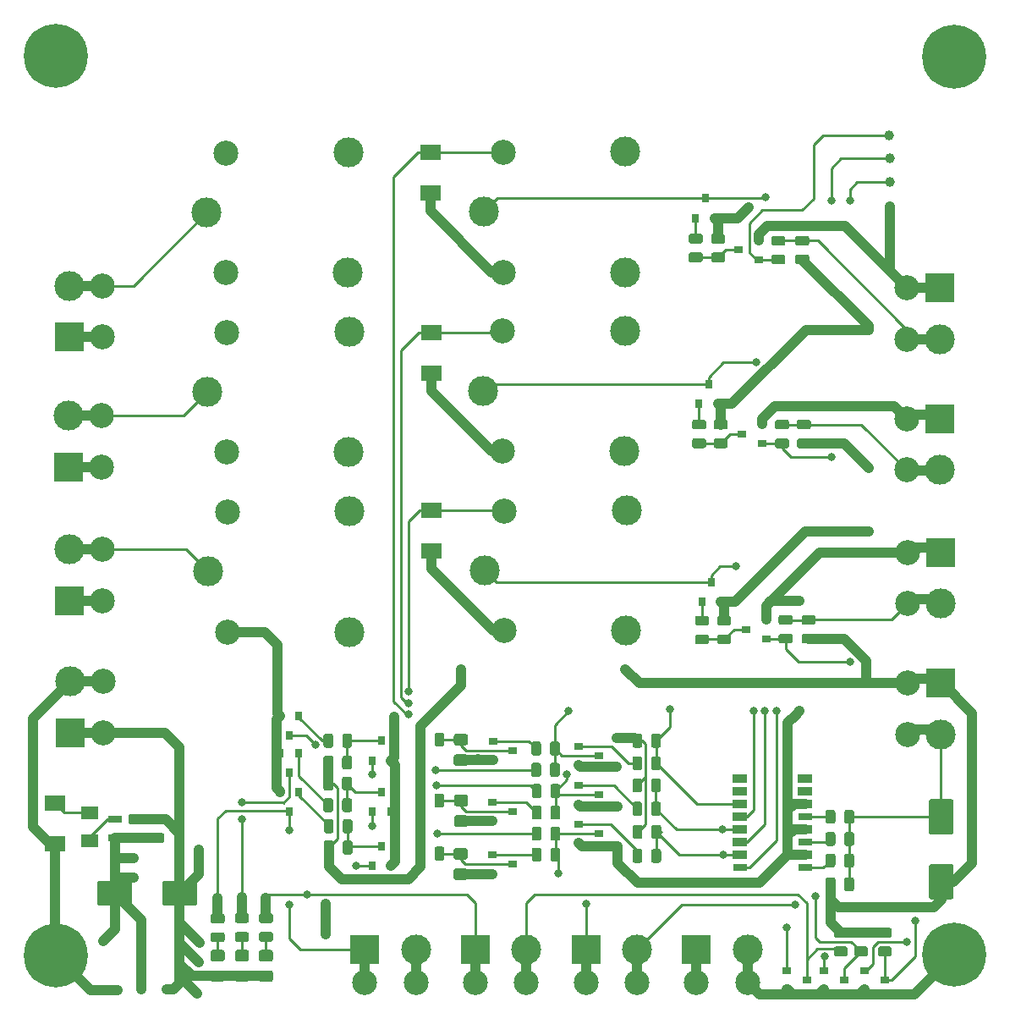
<source format=gbr>
G04 #@! TF.GenerationSoftware,KiCad,Pcbnew,(5.1.5)-3*
G04 #@! TF.CreationDate,2020-09-18T03:25:38-03:00*
G04 #@! TF.ProjectId,SET-RESET,5345542d-5245-4534-9554-2e6b69636164,rev?*
G04 #@! TF.SameCoordinates,Original*
G04 #@! TF.FileFunction,Copper,L1,Top*
G04 #@! TF.FilePolarity,Positive*
%FSLAX46Y46*%
G04 Gerber Fmt 4.6, Leading zero omitted, Abs format (unit mm)*
G04 Created by KiCad (PCBNEW (5.1.5)-3) date 2020-09-18 03:25:38*
%MOMM*%
%LPD*%
G04 APERTURE LIST*
%ADD10C,3.000000*%
%ADD11C,2.500000*%
%ADD12C,0.800000*%
%ADD13C,6.400000*%
%ADD14R,3.000000X3.000000*%
%ADD15C,0.100000*%
%ADD16R,2.000000X1.600000*%
%ADD17R,0.900000X0.800000*%
%ADD18R,0.800000X0.900000*%
%ADD19C,1.000000*%
%ADD20R,1.400000X0.800000*%
%ADD21C,1.000000*%
%ADD22C,0.250000*%
G04 APERTURE END LIST*
D10*
X197013700Y-63480200D03*
D11*
X198963700Y-57530200D03*
D10*
X211213700Y-57480200D03*
X211163700Y-69530200D03*
D11*
X198963700Y-69530200D03*
D12*
X155976656Y-118292544D03*
X154279600Y-117589600D03*
X152582544Y-118292544D03*
X151879600Y-119989600D03*
X152582544Y-121686656D03*
X154279600Y-122389600D03*
X155976656Y-121686656D03*
X156679600Y-119989600D03*
D13*
X154279600Y-119989600D03*
X244144800Y-30073600D03*
D12*
X246544800Y-30073600D03*
X245841856Y-31770656D03*
X244144800Y-32473600D03*
X242447744Y-31770656D03*
X241744800Y-30073600D03*
X242447744Y-28376544D03*
X244144800Y-27673600D03*
X245841856Y-28376544D03*
D13*
X244195600Y-119938800D03*
D12*
X246595600Y-119938800D03*
X245892656Y-121635856D03*
X244195600Y-122338800D03*
X242498544Y-121635856D03*
X241795600Y-119938800D03*
X242498544Y-118241744D03*
X244195600Y-117538800D03*
X245892656Y-118241744D03*
X155976656Y-28325744D03*
X154279600Y-27622800D03*
X152582544Y-28325744D03*
X151879600Y-30022800D03*
X152582544Y-31719856D03*
X154279600Y-32422800D03*
X155976656Y-31719856D03*
X156679600Y-30022800D03*
D13*
X154279600Y-30022800D03*
D14*
X242697000Y-66294000D03*
D10*
X242697000Y-71421000D03*
D11*
X239395000Y-66294000D03*
X239395000Y-71424800D03*
X239496600Y-84785200D03*
X239496600Y-79654400D03*
D10*
X242798600Y-84781400D03*
D14*
X242798600Y-79654400D03*
D11*
X239445800Y-58318400D03*
X239445800Y-53187600D03*
D10*
X242747800Y-58314600D03*
D14*
X242747800Y-53187600D03*
X155600400Y-58115200D03*
D10*
X155600400Y-52988200D03*
D11*
X158902400Y-58115200D03*
X158902400Y-52984400D03*
X158851600Y-65989200D03*
X158851600Y-71120000D03*
D10*
X155549600Y-65993000D03*
D14*
X155549600Y-71120000D03*
X155600400Y-84480400D03*
D10*
X155600400Y-79353400D03*
D11*
X158902400Y-84480400D03*
X158902400Y-79349600D03*
D14*
X155702000Y-97688400D03*
D10*
X155702000Y-92561400D03*
D11*
X159004000Y-97688400D03*
X159004000Y-92557600D03*
X199021700Y-51638200D03*
D10*
X211221700Y-51638200D03*
X211271700Y-39588200D03*
D11*
X199021700Y-39638200D03*
D10*
X197071700Y-45588200D03*
D11*
X199141500Y-87513400D03*
D10*
X211341500Y-87513400D03*
X211391500Y-75463400D03*
D11*
X199141500Y-75513400D03*
D10*
X197191500Y-81463400D03*
X169352300Y-45639000D03*
D11*
X171302300Y-39689000D03*
D10*
X183552300Y-39639000D03*
X183502300Y-51689000D03*
D11*
X171302300Y-51689000D03*
X171379300Y-69631800D03*
D10*
X183579300Y-69631800D03*
X183629300Y-57581800D03*
D11*
X171379300Y-57631800D03*
D10*
X169429300Y-63581800D03*
X169480100Y-81565000D03*
D11*
X171430100Y-75615000D03*
D10*
X183680100Y-75565000D03*
X183630100Y-87615000D03*
D11*
X171430100Y-87615000D03*
X239522000Y-97891600D03*
X239522000Y-92760800D03*
D10*
X242824000Y-97887800D03*
D14*
X242824000Y-92760800D03*
G04 #@! TA.AperFunction,SMDPad,CuDef*
D15*
G36*
X243904384Y-110857164D02*
G01*
X243928653Y-110860764D01*
X243952451Y-110866725D01*
X243975551Y-110874990D01*
X243997729Y-110885480D01*
X244018773Y-110898093D01*
X244038478Y-110912707D01*
X244056657Y-110929183D01*
X244073133Y-110947362D01*
X244087747Y-110967067D01*
X244100360Y-110988111D01*
X244110850Y-111010289D01*
X244119115Y-111033389D01*
X244125076Y-111057187D01*
X244128676Y-111081456D01*
X244129880Y-111105960D01*
X244129880Y-114105960D01*
X244128676Y-114130464D01*
X244125076Y-114154733D01*
X244119115Y-114178531D01*
X244110850Y-114201631D01*
X244100360Y-114223809D01*
X244087747Y-114244853D01*
X244073133Y-114264558D01*
X244056657Y-114282737D01*
X244038478Y-114299213D01*
X244018773Y-114313827D01*
X243997729Y-114326440D01*
X243975551Y-114336930D01*
X243952451Y-114345195D01*
X243928653Y-114351156D01*
X243904384Y-114354756D01*
X243879880Y-114355960D01*
X241879880Y-114355960D01*
X241855376Y-114354756D01*
X241831107Y-114351156D01*
X241807309Y-114345195D01*
X241784209Y-114336930D01*
X241762031Y-114326440D01*
X241740987Y-114313827D01*
X241721282Y-114299213D01*
X241703103Y-114282737D01*
X241686627Y-114264558D01*
X241672013Y-114244853D01*
X241659400Y-114223809D01*
X241648910Y-114201631D01*
X241640645Y-114178531D01*
X241634684Y-114154733D01*
X241631084Y-114130464D01*
X241629880Y-114105960D01*
X241629880Y-111105960D01*
X241631084Y-111081456D01*
X241634684Y-111057187D01*
X241640645Y-111033389D01*
X241648910Y-111010289D01*
X241659400Y-110988111D01*
X241672013Y-110967067D01*
X241686627Y-110947362D01*
X241703103Y-110929183D01*
X241721282Y-110912707D01*
X241740987Y-110898093D01*
X241762031Y-110885480D01*
X241784209Y-110874990D01*
X241807309Y-110866725D01*
X241831107Y-110860764D01*
X241855376Y-110857164D01*
X241879880Y-110855960D01*
X243879880Y-110855960D01*
X243904384Y-110857164D01*
G37*
G04 #@! TD.AperFunction*
G04 #@! TA.AperFunction,SMDPad,CuDef*
G36*
X243904384Y-104357164D02*
G01*
X243928653Y-104360764D01*
X243952451Y-104366725D01*
X243975551Y-104374990D01*
X243997729Y-104385480D01*
X244018773Y-104398093D01*
X244038478Y-104412707D01*
X244056657Y-104429183D01*
X244073133Y-104447362D01*
X244087747Y-104467067D01*
X244100360Y-104488111D01*
X244110850Y-104510289D01*
X244119115Y-104533389D01*
X244125076Y-104557187D01*
X244128676Y-104581456D01*
X244129880Y-104605960D01*
X244129880Y-107605960D01*
X244128676Y-107630464D01*
X244125076Y-107654733D01*
X244119115Y-107678531D01*
X244110850Y-107701631D01*
X244100360Y-107723809D01*
X244087747Y-107744853D01*
X244073133Y-107764558D01*
X244056657Y-107782737D01*
X244038478Y-107799213D01*
X244018773Y-107813827D01*
X243997729Y-107826440D01*
X243975551Y-107836930D01*
X243952451Y-107845195D01*
X243928653Y-107851156D01*
X243904384Y-107854756D01*
X243879880Y-107855960D01*
X241879880Y-107855960D01*
X241855376Y-107854756D01*
X241831107Y-107851156D01*
X241807309Y-107845195D01*
X241784209Y-107836930D01*
X241762031Y-107826440D01*
X241740987Y-107813827D01*
X241721282Y-107799213D01*
X241703103Y-107782737D01*
X241686627Y-107764558D01*
X241672013Y-107744853D01*
X241659400Y-107723809D01*
X241648910Y-107701631D01*
X241640645Y-107678531D01*
X241634684Y-107654733D01*
X241631084Y-107630464D01*
X241629880Y-107605960D01*
X241629880Y-104605960D01*
X241631084Y-104581456D01*
X241634684Y-104557187D01*
X241640645Y-104533389D01*
X241648910Y-104510289D01*
X241659400Y-104488111D01*
X241672013Y-104467067D01*
X241686627Y-104447362D01*
X241703103Y-104429183D01*
X241721282Y-104412707D01*
X241740987Y-104398093D01*
X241762031Y-104385480D01*
X241784209Y-104374990D01*
X241807309Y-104366725D01*
X241831107Y-104360764D01*
X241855376Y-104357164D01*
X241879880Y-104355960D01*
X243879880Y-104355960D01*
X243904384Y-104357164D01*
G37*
G04 #@! TD.AperFunction*
G04 #@! TA.AperFunction,SMDPad,CuDef*
G36*
X233937482Y-112166074D02*
G01*
X233961143Y-112169584D01*
X233984347Y-112175396D01*
X234006869Y-112183454D01*
X234028493Y-112193682D01*
X234049010Y-112205979D01*
X234068223Y-112220229D01*
X234085947Y-112236293D01*
X234102011Y-112254017D01*
X234116261Y-112273230D01*
X234128558Y-112293747D01*
X234138786Y-112315371D01*
X234146844Y-112337893D01*
X234152656Y-112361097D01*
X234156166Y-112384758D01*
X234157340Y-112408650D01*
X234157340Y-113321150D01*
X234156166Y-113345042D01*
X234152656Y-113368703D01*
X234146844Y-113391907D01*
X234138786Y-113414429D01*
X234128558Y-113436053D01*
X234116261Y-113456570D01*
X234102011Y-113475783D01*
X234085947Y-113493507D01*
X234068223Y-113509571D01*
X234049010Y-113523821D01*
X234028493Y-113536118D01*
X234006869Y-113546346D01*
X233984347Y-113554404D01*
X233961143Y-113560216D01*
X233937482Y-113563726D01*
X233913590Y-113564900D01*
X233426090Y-113564900D01*
X233402198Y-113563726D01*
X233378537Y-113560216D01*
X233355333Y-113554404D01*
X233332811Y-113546346D01*
X233311187Y-113536118D01*
X233290670Y-113523821D01*
X233271457Y-113509571D01*
X233253733Y-113493507D01*
X233237669Y-113475783D01*
X233223419Y-113456570D01*
X233211122Y-113436053D01*
X233200894Y-113414429D01*
X233192836Y-113391907D01*
X233187024Y-113368703D01*
X233183514Y-113345042D01*
X233182340Y-113321150D01*
X233182340Y-112408650D01*
X233183514Y-112384758D01*
X233187024Y-112361097D01*
X233192836Y-112337893D01*
X233200894Y-112315371D01*
X233211122Y-112293747D01*
X233223419Y-112273230D01*
X233237669Y-112254017D01*
X233253733Y-112236293D01*
X233271457Y-112220229D01*
X233290670Y-112205979D01*
X233311187Y-112193682D01*
X233332811Y-112183454D01*
X233355333Y-112175396D01*
X233378537Y-112169584D01*
X233402198Y-112166074D01*
X233426090Y-112164900D01*
X233913590Y-112164900D01*
X233937482Y-112166074D01*
G37*
G04 #@! TD.AperFunction*
G04 #@! TA.AperFunction,SMDPad,CuDef*
G36*
X232062482Y-112166074D02*
G01*
X232086143Y-112169584D01*
X232109347Y-112175396D01*
X232131869Y-112183454D01*
X232153493Y-112193682D01*
X232174010Y-112205979D01*
X232193223Y-112220229D01*
X232210947Y-112236293D01*
X232227011Y-112254017D01*
X232241261Y-112273230D01*
X232253558Y-112293747D01*
X232263786Y-112315371D01*
X232271844Y-112337893D01*
X232277656Y-112361097D01*
X232281166Y-112384758D01*
X232282340Y-112408650D01*
X232282340Y-113321150D01*
X232281166Y-113345042D01*
X232277656Y-113368703D01*
X232271844Y-113391907D01*
X232263786Y-113414429D01*
X232253558Y-113436053D01*
X232241261Y-113456570D01*
X232227011Y-113475783D01*
X232210947Y-113493507D01*
X232193223Y-113509571D01*
X232174010Y-113523821D01*
X232153493Y-113536118D01*
X232131869Y-113546346D01*
X232109347Y-113554404D01*
X232086143Y-113560216D01*
X232062482Y-113563726D01*
X232038590Y-113564900D01*
X231551090Y-113564900D01*
X231527198Y-113563726D01*
X231503537Y-113560216D01*
X231480333Y-113554404D01*
X231457811Y-113546346D01*
X231436187Y-113536118D01*
X231415670Y-113523821D01*
X231396457Y-113509571D01*
X231378733Y-113493507D01*
X231362669Y-113475783D01*
X231348419Y-113456570D01*
X231336122Y-113436053D01*
X231325894Y-113414429D01*
X231317836Y-113391907D01*
X231312024Y-113368703D01*
X231308514Y-113345042D01*
X231307340Y-113321150D01*
X231307340Y-112408650D01*
X231308514Y-112384758D01*
X231312024Y-112361097D01*
X231317836Y-112337893D01*
X231325894Y-112315371D01*
X231336122Y-112293747D01*
X231348419Y-112273230D01*
X231362669Y-112254017D01*
X231378733Y-112236293D01*
X231396457Y-112220229D01*
X231415670Y-112205979D01*
X231436187Y-112193682D01*
X231457811Y-112183454D01*
X231480333Y-112175396D01*
X231503537Y-112169584D01*
X231527198Y-112166074D01*
X231551090Y-112164900D01*
X232038590Y-112164900D01*
X232062482Y-112166074D01*
G37*
G04 #@! TD.AperFunction*
G04 #@! TA.AperFunction,SMDPad,CuDef*
G36*
X164894342Y-107743074D02*
G01*
X164918003Y-107746584D01*
X164941207Y-107752396D01*
X164963729Y-107760454D01*
X164985353Y-107770682D01*
X165005870Y-107782979D01*
X165025083Y-107797229D01*
X165042807Y-107813293D01*
X165058871Y-107831017D01*
X165073121Y-107850230D01*
X165085418Y-107870747D01*
X165095646Y-107892371D01*
X165103704Y-107914893D01*
X165109516Y-107938097D01*
X165113026Y-107961758D01*
X165114200Y-107985650D01*
X165114200Y-108473150D01*
X165113026Y-108497042D01*
X165109516Y-108520703D01*
X165103704Y-108543907D01*
X165095646Y-108566429D01*
X165085418Y-108588053D01*
X165073121Y-108608570D01*
X165058871Y-108627783D01*
X165042807Y-108645507D01*
X165025083Y-108661571D01*
X165005870Y-108675821D01*
X164985353Y-108688118D01*
X164963729Y-108698346D01*
X164941207Y-108706404D01*
X164918003Y-108712216D01*
X164894342Y-108715726D01*
X164870450Y-108716900D01*
X163957950Y-108716900D01*
X163934058Y-108715726D01*
X163910397Y-108712216D01*
X163887193Y-108706404D01*
X163864671Y-108698346D01*
X163843047Y-108688118D01*
X163822530Y-108675821D01*
X163803317Y-108661571D01*
X163785593Y-108645507D01*
X163769529Y-108627783D01*
X163755279Y-108608570D01*
X163742982Y-108588053D01*
X163732754Y-108566429D01*
X163724696Y-108543907D01*
X163718884Y-108520703D01*
X163715374Y-108497042D01*
X163714200Y-108473150D01*
X163714200Y-107985650D01*
X163715374Y-107961758D01*
X163718884Y-107938097D01*
X163724696Y-107914893D01*
X163732754Y-107892371D01*
X163742982Y-107870747D01*
X163755279Y-107850230D01*
X163769529Y-107831017D01*
X163785593Y-107813293D01*
X163803317Y-107797229D01*
X163822530Y-107782979D01*
X163843047Y-107770682D01*
X163864671Y-107760454D01*
X163887193Y-107752396D01*
X163910397Y-107746584D01*
X163934058Y-107743074D01*
X163957950Y-107741900D01*
X164870450Y-107741900D01*
X164894342Y-107743074D01*
G37*
G04 #@! TD.AperFunction*
G04 #@! TA.AperFunction,SMDPad,CuDef*
G36*
X164894342Y-105868074D02*
G01*
X164918003Y-105871584D01*
X164941207Y-105877396D01*
X164963729Y-105885454D01*
X164985353Y-105895682D01*
X165005870Y-105907979D01*
X165025083Y-105922229D01*
X165042807Y-105938293D01*
X165058871Y-105956017D01*
X165073121Y-105975230D01*
X165085418Y-105995747D01*
X165095646Y-106017371D01*
X165103704Y-106039893D01*
X165109516Y-106063097D01*
X165113026Y-106086758D01*
X165114200Y-106110650D01*
X165114200Y-106598150D01*
X165113026Y-106622042D01*
X165109516Y-106645703D01*
X165103704Y-106668907D01*
X165095646Y-106691429D01*
X165085418Y-106713053D01*
X165073121Y-106733570D01*
X165058871Y-106752783D01*
X165042807Y-106770507D01*
X165025083Y-106786571D01*
X165005870Y-106800821D01*
X164985353Y-106813118D01*
X164963729Y-106823346D01*
X164941207Y-106831404D01*
X164918003Y-106837216D01*
X164894342Y-106840726D01*
X164870450Y-106841900D01*
X163957950Y-106841900D01*
X163934058Y-106840726D01*
X163910397Y-106837216D01*
X163887193Y-106831404D01*
X163864671Y-106823346D01*
X163843047Y-106813118D01*
X163822530Y-106800821D01*
X163803317Y-106786571D01*
X163785593Y-106770507D01*
X163769529Y-106752783D01*
X163755279Y-106733570D01*
X163742982Y-106713053D01*
X163732754Y-106691429D01*
X163724696Y-106668907D01*
X163718884Y-106645703D01*
X163715374Y-106622042D01*
X163714200Y-106598150D01*
X163714200Y-106110650D01*
X163715374Y-106086758D01*
X163718884Y-106063097D01*
X163724696Y-106039893D01*
X163732754Y-106017371D01*
X163742982Y-105995747D01*
X163755279Y-105975230D01*
X163769529Y-105956017D01*
X163785593Y-105938293D01*
X163803317Y-105922229D01*
X163822530Y-105907979D01*
X163843047Y-105895682D01*
X163864671Y-105885454D01*
X163887193Y-105877396D01*
X163910397Y-105871584D01*
X163934058Y-105868074D01*
X163957950Y-105866900D01*
X164870450Y-105866900D01*
X164894342Y-105868074D01*
G37*
G04 #@! TD.AperFunction*
G04 #@! TA.AperFunction,SMDPad,CuDef*
G36*
X162684542Y-107738474D02*
G01*
X162708203Y-107741984D01*
X162731407Y-107747796D01*
X162753929Y-107755854D01*
X162775553Y-107766082D01*
X162796070Y-107778379D01*
X162815283Y-107792629D01*
X162833007Y-107808693D01*
X162849071Y-107826417D01*
X162863321Y-107845630D01*
X162875618Y-107866147D01*
X162885846Y-107887771D01*
X162893904Y-107910293D01*
X162899716Y-107933497D01*
X162903226Y-107957158D01*
X162904400Y-107981050D01*
X162904400Y-108468550D01*
X162903226Y-108492442D01*
X162899716Y-108516103D01*
X162893904Y-108539307D01*
X162885846Y-108561829D01*
X162875618Y-108583453D01*
X162863321Y-108603970D01*
X162849071Y-108623183D01*
X162833007Y-108640907D01*
X162815283Y-108656971D01*
X162796070Y-108671221D01*
X162775553Y-108683518D01*
X162753929Y-108693746D01*
X162731407Y-108701804D01*
X162708203Y-108707616D01*
X162684542Y-108711126D01*
X162660650Y-108712300D01*
X161748150Y-108712300D01*
X161724258Y-108711126D01*
X161700597Y-108707616D01*
X161677393Y-108701804D01*
X161654871Y-108693746D01*
X161633247Y-108683518D01*
X161612730Y-108671221D01*
X161593517Y-108656971D01*
X161575793Y-108640907D01*
X161559729Y-108623183D01*
X161545479Y-108603970D01*
X161533182Y-108583453D01*
X161522954Y-108561829D01*
X161514896Y-108539307D01*
X161509084Y-108516103D01*
X161505574Y-108492442D01*
X161504400Y-108468550D01*
X161504400Y-107981050D01*
X161505574Y-107957158D01*
X161509084Y-107933497D01*
X161514896Y-107910293D01*
X161522954Y-107887771D01*
X161533182Y-107866147D01*
X161545479Y-107845630D01*
X161559729Y-107826417D01*
X161575793Y-107808693D01*
X161593517Y-107792629D01*
X161612730Y-107778379D01*
X161633247Y-107766082D01*
X161654871Y-107755854D01*
X161677393Y-107747796D01*
X161700597Y-107741984D01*
X161724258Y-107738474D01*
X161748150Y-107737300D01*
X162660650Y-107737300D01*
X162684542Y-107738474D01*
G37*
G04 #@! TD.AperFunction*
G04 #@! TA.AperFunction,SMDPad,CuDef*
G36*
X162684542Y-105863474D02*
G01*
X162708203Y-105866984D01*
X162731407Y-105872796D01*
X162753929Y-105880854D01*
X162775553Y-105891082D01*
X162796070Y-105903379D01*
X162815283Y-105917629D01*
X162833007Y-105933693D01*
X162849071Y-105951417D01*
X162863321Y-105970630D01*
X162875618Y-105991147D01*
X162885846Y-106012771D01*
X162893904Y-106035293D01*
X162899716Y-106058497D01*
X162903226Y-106082158D01*
X162904400Y-106106050D01*
X162904400Y-106593550D01*
X162903226Y-106617442D01*
X162899716Y-106641103D01*
X162893904Y-106664307D01*
X162885846Y-106686829D01*
X162875618Y-106708453D01*
X162863321Y-106728970D01*
X162849071Y-106748183D01*
X162833007Y-106765907D01*
X162815283Y-106781971D01*
X162796070Y-106796221D01*
X162775553Y-106808518D01*
X162753929Y-106818746D01*
X162731407Y-106826804D01*
X162708203Y-106832616D01*
X162684542Y-106836126D01*
X162660650Y-106837300D01*
X161748150Y-106837300D01*
X161724258Y-106836126D01*
X161700597Y-106832616D01*
X161677393Y-106826804D01*
X161654871Y-106818746D01*
X161633247Y-106808518D01*
X161612730Y-106796221D01*
X161593517Y-106781971D01*
X161575793Y-106765907D01*
X161559729Y-106748183D01*
X161545479Y-106728970D01*
X161533182Y-106708453D01*
X161522954Y-106686829D01*
X161514896Y-106664307D01*
X161509084Y-106641103D01*
X161505574Y-106617442D01*
X161504400Y-106593550D01*
X161504400Y-106106050D01*
X161505574Y-106082158D01*
X161509084Y-106058497D01*
X161514896Y-106035293D01*
X161522954Y-106012771D01*
X161533182Y-105991147D01*
X161545479Y-105970630D01*
X161559729Y-105951417D01*
X161575793Y-105933693D01*
X161593517Y-105917629D01*
X161612730Y-105903379D01*
X161633247Y-105891082D01*
X161654871Y-105880854D01*
X161677393Y-105872796D01*
X161700597Y-105866984D01*
X161724258Y-105863474D01*
X161748150Y-105862300D01*
X162660650Y-105862300D01*
X162684542Y-105863474D01*
G37*
G04 #@! TD.AperFunction*
G04 #@! TA.AperFunction,SMDPad,CuDef*
G36*
X168171504Y-112517804D02*
G01*
X168195773Y-112521404D01*
X168219571Y-112527365D01*
X168242671Y-112535630D01*
X168264849Y-112546120D01*
X168285893Y-112558733D01*
X168305598Y-112573347D01*
X168323777Y-112589823D01*
X168340253Y-112608002D01*
X168354867Y-112627707D01*
X168367480Y-112648751D01*
X168377970Y-112670929D01*
X168386235Y-112694029D01*
X168392196Y-112717827D01*
X168395796Y-112742096D01*
X168397000Y-112766600D01*
X168397000Y-114766600D01*
X168395796Y-114791104D01*
X168392196Y-114815373D01*
X168386235Y-114839171D01*
X168377970Y-114862271D01*
X168367480Y-114884449D01*
X168354867Y-114905493D01*
X168340253Y-114925198D01*
X168323777Y-114943377D01*
X168305598Y-114959853D01*
X168285893Y-114974467D01*
X168264849Y-114987080D01*
X168242671Y-114997570D01*
X168219571Y-115005835D01*
X168195773Y-115011796D01*
X168171504Y-115015396D01*
X168147000Y-115016600D01*
X165147000Y-115016600D01*
X165122496Y-115015396D01*
X165098227Y-115011796D01*
X165074429Y-115005835D01*
X165051329Y-114997570D01*
X165029151Y-114987080D01*
X165008107Y-114974467D01*
X164988402Y-114959853D01*
X164970223Y-114943377D01*
X164953747Y-114925198D01*
X164939133Y-114905493D01*
X164926520Y-114884449D01*
X164916030Y-114862271D01*
X164907765Y-114839171D01*
X164901804Y-114815373D01*
X164898204Y-114791104D01*
X164897000Y-114766600D01*
X164897000Y-112766600D01*
X164898204Y-112742096D01*
X164901804Y-112717827D01*
X164907765Y-112694029D01*
X164916030Y-112670929D01*
X164926520Y-112648751D01*
X164939133Y-112627707D01*
X164953747Y-112608002D01*
X164970223Y-112589823D01*
X164988402Y-112573347D01*
X165008107Y-112558733D01*
X165029151Y-112546120D01*
X165051329Y-112535630D01*
X165074429Y-112527365D01*
X165098227Y-112521404D01*
X165122496Y-112517804D01*
X165147000Y-112516600D01*
X168147000Y-112516600D01*
X168171504Y-112517804D01*
G37*
G04 #@! TD.AperFunction*
G04 #@! TA.AperFunction,SMDPad,CuDef*
G36*
X161671504Y-112517804D02*
G01*
X161695773Y-112521404D01*
X161719571Y-112527365D01*
X161742671Y-112535630D01*
X161764849Y-112546120D01*
X161785893Y-112558733D01*
X161805598Y-112573347D01*
X161823777Y-112589823D01*
X161840253Y-112608002D01*
X161854867Y-112627707D01*
X161867480Y-112648751D01*
X161877970Y-112670929D01*
X161886235Y-112694029D01*
X161892196Y-112717827D01*
X161895796Y-112742096D01*
X161897000Y-112766600D01*
X161897000Y-114766600D01*
X161895796Y-114791104D01*
X161892196Y-114815373D01*
X161886235Y-114839171D01*
X161877970Y-114862271D01*
X161867480Y-114884449D01*
X161854867Y-114905493D01*
X161840253Y-114925198D01*
X161823777Y-114943377D01*
X161805598Y-114959853D01*
X161785893Y-114974467D01*
X161764849Y-114987080D01*
X161742671Y-114997570D01*
X161719571Y-115005835D01*
X161695773Y-115011796D01*
X161671504Y-115015396D01*
X161647000Y-115016600D01*
X158647000Y-115016600D01*
X158622496Y-115015396D01*
X158598227Y-115011796D01*
X158574429Y-115005835D01*
X158551329Y-114997570D01*
X158529151Y-114987080D01*
X158508107Y-114974467D01*
X158488402Y-114959853D01*
X158470223Y-114943377D01*
X158453747Y-114925198D01*
X158439133Y-114905493D01*
X158426520Y-114884449D01*
X158416030Y-114862271D01*
X158407765Y-114839171D01*
X158401804Y-114815373D01*
X158398204Y-114791104D01*
X158397000Y-114766600D01*
X158397000Y-112766600D01*
X158398204Y-112742096D01*
X158401804Y-112717827D01*
X158407765Y-112694029D01*
X158416030Y-112670929D01*
X158426520Y-112648751D01*
X158439133Y-112627707D01*
X158453747Y-112608002D01*
X158470223Y-112589823D01*
X158488402Y-112573347D01*
X158508107Y-112558733D01*
X158529151Y-112546120D01*
X158551329Y-112535630D01*
X158574429Y-112527365D01*
X158598227Y-112521404D01*
X158622496Y-112517804D01*
X158647000Y-112516600D01*
X161647000Y-112516600D01*
X161671504Y-112517804D01*
G37*
G04 #@! TD.AperFunction*
D16*
X191731900Y-39649400D03*
X191731900Y-43713400D03*
X191858900Y-61722000D03*
X191858900Y-57658000D03*
X191884300Y-79527400D03*
X191884300Y-75463400D03*
G04 #@! TA.AperFunction,SMDPad,CuDef*
D15*
G36*
X195267105Y-97810344D02*
G01*
X195291373Y-97813944D01*
X195315172Y-97819905D01*
X195338271Y-97828170D01*
X195360450Y-97838660D01*
X195381493Y-97851272D01*
X195401199Y-97865887D01*
X195419377Y-97882363D01*
X195435853Y-97900541D01*
X195450468Y-97920247D01*
X195463080Y-97941290D01*
X195473570Y-97963469D01*
X195481835Y-97986568D01*
X195487796Y-98010367D01*
X195491396Y-98034635D01*
X195492600Y-98059139D01*
X195492600Y-98709141D01*
X195491396Y-98733645D01*
X195487796Y-98757913D01*
X195481835Y-98781712D01*
X195473570Y-98804811D01*
X195463080Y-98826990D01*
X195450468Y-98848033D01*
X195435853Y-98867739D01*
X195419377Y-98885917D01*
X195401199Y-98902393D01*
X195381493Y-98917008D01*
X195360450Y-98929620D01*
X195338271Y-98940110D01*
X195315172Y-98948375D01*
X195291373Y-98954336D01*
X195267105Y-98957936D01*
X195242601Y-98959140D01*
X194342599Y-98959140D01*
X194318095Y-98957936D01*
X194293827Y-98954336D01*
X194270028Y-98948375D01*
X194246929Y-98940110D01*
X194224750Y-98929620D01*
X194203707Y-98917008D01*
X194184001Y-98902393D01*
X194165823Y-98885917D01*
X194149347Y-98867739D01*
X194134732Y-98848033D01*
X194122120Y-98826990D01*
X194111630Y-98804811D01*
X194103365Y-98781712D01*
X194097404Y-98757913D01*
X194093804Y-98733645D01*
X194092600Y-98709141D01*
X194092600Y-98059139D01*
X194093804Y-98034635D01*
X194097404Y-98010367D01*
X194103365Y-97986568D01*
X194111630Y-97963469D01*
X194122120Y-97941290D01*
X194134732Y-97920247D01*
X194149347Y-97900541D01*
X194165823Y-97882363D01*
X194184001Y-97865887D01*
X194203707Y-97851272D01*
X194224750Y-97838660D01*
X194246929Y-97828170D01*
X194270028Y-97819905D01*
X194293827Y-97813944D01*
X194318095Y-97810344D01*
X194342599Y-97809140D01*
X195242601Y-97809140D01*
X195267105Y-97810344D01*
G37*
G04 #@! TD.AperFunction*
G04 #@! TA.AperFunction,SMDPad,CuDef*
G36*
X195267105Y-99860344D02*
G01*
X195291373Y-99863944D01*
X195315172Y-99869905D01*
X195338271Y-99878170D01*
X195360450Y-99888660D01*
X195381493Y-99901272D01*
X195401199Y-99915887D01*
X195419377Y-99932363D01*
X195435853Y-99950541D01*
X195450468Y-99970247D01*
X195463080Y-99991290D01*
X195473570Y-100013469D01*
X195481835Y-100036568D01*
X195487796Y-100060367D01*
X195491396Y-100084635D01*
X195492600Y-100109139D01*
X195492600Y-100759141D01*
X195491396Y-100783645D01*
X195487796Y-100807913D01*
X195481835Y-100831712D01*
X195473570Y-100854811D01*
X195463080Y-100876990D01*
X195450468Y-100898033D01*
X195435853Y-100917739D01*
X195419377Y-100935917D01*
X195401199Y-100952393D01*
X195381493Y-100967008D01*
X195360450Y-100979620D01*
X195338271Y-100990110D01*
X195315172Y-100998375D01*
X195291373Y-101004336D01*
X195267105Y-101007936D01*
X195242601Y-101009140D01*
X194342599Y-101009140D01*
X194318095Y-101007936D01*
X194293827Y-101004336D01*
X194270028Y-100998375D01*
X194246929Y-100990110D01*
X194224750Y-100979620D01*
X194203707Y-100967008D01*
X194184001Y-100952393D01*
X194165823Y-100935917D01*
X194149347Y-100917739D01*
X194134732Y-100898033D01*
X194122120Y-100876990D01*
X194111630Y-100854811D01*
X194103365Y-100831712D01*
X194097404Y-100807913D01*
X194093804Y-100783645D01*
X194092600Y-100759141D01*
X194092600Y-100109139D01*
X194093804Y-100084635D01*
X194097404Y-100060367D01*
X194103365Y-100036568D01*
X194111630Y-100013469D01*
X194122120Y-99991290D01*
X194134732Y-99970247D01*
X194149347Y-99950541D01*
X194165823Y-99932363D01*
X194184001Y-99915887D01*
X194203707Y-99901272D01*
X194224750Y-99888660D01*
X194246929Y-99878170D01*
X194270028Y-99869905D01*
X194293827Y-99863944D01*
X194318095Y-99860344D01*
X194342599Y-99859140D01*
X195242601Y-99859140D01*
X195267105Y-99860344D01*
G37*
G04 #@! TD.AperFunction*
G04 #@! TA.AperFunction,SMDPad,CuDef*
G36*
X195302665Y-105956344D02*
G01*
X195326933Y-105959944D01*
X195350732Y-105965905D01*
X195373831Y-105974170D01*
X195396010Y-105984660D01*
X195417053Y-105997272D01*
X195436759Y-106011887D01*
X195454937Y-106028363D01*
X195471413Y-106046541D01*
X195486028Y-106066247D01*
X195498640Y-106087290D01*
X195509130Y-106109469D01*
X195517395Y-106132568D01*
X195523356Y-106156367D01*
X195526956Y-106180635D01*
X195528160Y-106205139D01*
X195528160Y-106855141D01*
X195526956Y-106879645D01*
X195523356Y-106903913D01*
X195517395Y-106927712D01*
X195509130Y-106950811D01*
X195498640Y-106972990D01*
X195486028Y-106994033D01*
X195471413Y-107013739D01*
X195454937Y-107031917D01*
X195436759Y-107048393D01*
X195417053Y-107063008D01*
X195396010Y-107075620D01*
X195373831Y-107086110D01*
X195350732Y-107094375D01*
X195326933Y-107100336D01*
X195302665Y-107103936D01*
X195278161Y-107105140D01*
X194378159Y-107105140D01*
X194353655Y-107103936D01*
X194329387Y-107100336D01*
X194305588Y-107094375D01*
X194282489Y-107086110D01*
X194260310Y-107075620D01*
X194239267Y-107063008D01*
X194219561Y-107048393D01*
X194201383Y-107031917D01*
X194184907Y-107013739D01*
X194170292Y-106994033D01*
X194157680Y-106972990D01*
X194147190Y-106950811D01*
X194138925Y-106927712D01*
X194132964Y-106903913D01*
X194129364Y-106879645D01*
X194128160Y-106855141D01*
X194128160Y-106205139D01*
X194129364Y-106180635D01*
X194132964Y-106156367D01*
X194138925Y-106132568D01*
X194147190Y-106109469D01*
X194157680Y-106087290D01*
X194170292Y-106066247D01*
X194184907Y-106046541D01*
X194201383Y-106028363D01*
X194219561Y-106011887D01*
X194239267Y-105997272D01*
X194260310Y-105984660D01*
X194282489Y-105974170D01*
X194305588Y-105965905D01*
X194329387Y-105959944D01*
X194353655Y-105956344D01*
X194378159Y-105955140D01*
X195278161Y-105955140D01*
X195302665Y-105956344D01*
G37*
G04 #@! TD.AperFunction*
G04 #@! TA.AperFunction,SMDPad,CuDef*
G36*
X195302665Y-103906344D02*
G01*
X195326933Y-103909944D01*
X195350732Y-103915905D01*
X195373831Y-103924170D01*
X195396010Y-103934660D01*
X195417053Y-103947272D01*
X195436759Y-103961887D01*
X195454937Y-103978363D01*
X195471413Y-103996541D01*
X195486028Y-104016247D01*
X195498640Y-104037290D01*
X195509130Y-104059469D01*
X195517395Y-104082568D01*
X195523356Y-104106367D01*
X195526956Y-104130635D01*
X195528160Y-104155139D01*
X195528160Y-104805141D01*
X195526956Y-104829645D01*
X195523356Y-104853913D01*
X195517395Y-104877712D01*
X195509130Y-104900811D01*
X195498640Y-104922990D01*
X195486028Y-104944033D01*
X195471413Y-104963739D01*
X195454937Y-104981917D01*
X195436759Y-104998393D01*
X195417053Y-105013008D01*
X195396010Y-105025620D01*
X195373831Y-105036110D01*
X195350732Y-105044375D01*
X195326933Y-105050336D01*
X195302665Y-105053936D01*
X195278161Y-105055140D01*
X194378159Y-105055140D01*
X194353655Y-105053936D01*
X194329387Y-105050336D01*
X194305588Y-105044375D01*
X194282489Y-105036110D01*
X194260310Y-105025620D01*
X194239267Y-105013008D01*
X194219561Y-104998393D01*
X194201383Y-104981917D01*
X194184907Y-104963739D01*
X194170292Y-104944033D01*
X194157680Y-104922990D01*
X194147190Y-104900811D01*
X194138925Y-104877712D01*
X194132964Y-104853913D01*
X194129364Y-104829645D01*
X194128160Y-104805141D01*
X194128160Y-104155139D01*
X194129364Y-104130635D01*
X194132964Y-104106367D01*
X194138925Y-104082568D01*
X194147190Y-104059469D01*
X194157680Y-104037290D01*
X194170292Y-104016247D01*
X194184907Y-103996541D01*
X194201383Y-103978363D01*
X194219561Y-103961887D01*
X194239267Y-103947272D01*
X194260310Y-103934660D01*
X194282489Y-103924170D01*
X194305588Y-103915905D01*
X194329387Y-103909944D01*
X194353655Y-103906344D01*
X194378159Y-103905140D01*
X195278161Y-103905140D01*
X195302665Y-103906344D01*
G37*
G04 #@! TD.AperFunction*
D16*
X154185620Y-108839000D03*
X154185620Y-104775000D03*
G04 #@! TA.AperFunction,SMDPad,CuDef*
D15*
G36*
X195246785Y-111287804D02*
G01*
X195271053Y-111291404D01*
X195294852Y-111297365D01*
X195317951Y-111305630D01*
X195340130Y-111316120D01*
X195361173Y-111328732D01*
X195380879Y-111343347D01*
X195399057Y-111359823D01*
X195415533Y-111378001D01*
X195430148Y-111397707D01*
X195442760Y-111418750D01*
X195453250Y-111440929D01*
X195461515Y-111464028D01*
X195467476Y-111487827D01*
X195471076Y-111512095D01*
X195472280Y-111536599D01*
X195472280Y-112186601D01*
X195471076Y-112211105D01*
X195467476Y-112235373D01*
X195461515Y-112259172D01*
X195453250Y-112282271D01*
X195442760Y-112304450D01*
X195430148Y-112325493D01*
X195415533Y-112345199D01*
X195399057Y-112363377D01*
X195380879Y-112379853D01*
X195361173Y-112394468D01*
X195340130Y-112407080D01*
X195317951Y-112417570D01*
X195294852Y-112425835D01*
X195271053Y-112431796D01*
X195246785Y-112435396D01*
X195222281Y-112436600D01*
X194322279Y-112436600D01*
X194297775Y-112435396D01*
X194273507Y-112431796D01*
X194249708Y-112425835D01*
X194226609Y-112417570D01*
X194204430Y-112407080D01*
X194183387Y-112394468D01*
X194163681Y-112379853D01*
X194145503Y-112363377D01*
X194129027Y-112345199D01*
X194114412Y-112325493D01*
X194101800Y-112304450D01*
X194091310Y-112282271D01*
X194083045Y-112259172D01*
X194077084Y-112235373D01*
X194073484Y-112211105D01*
X194072280Y-112186601D01*
X194072280Y-111536599D01*
X194073484Y-111512095D01*
X194077084Y-111487827D01*
X194083045Y-111464028D01*
X194091310Y-111440929D01*
X194101800Y-111418750D01*
X194114412Y-111397707D01*
X194129027Y-111378001D01*
X194145503Y-111359823D01*
X194163681Y-111343347D01*
X194183387Y-111328732D01*
X194204430Y-111316120D01*
X194226609Y-111305630D01*
X194249708Y-111297365D01*
X194273507Y-111291404D01*
X194297775Y-111287804D01*
X194322279Y-111286600D01*
X195222281Y-111286600D01*
X195246785Y-111287804D01*
G37*
G04 #@! TD.AperFunction*
G04 #@! TA.AperFunction,SMDPad,CuDef*
G36*
X195246785Y-109237804D02*
G01*
X195271053Y-109241404D01*
X195294852Y-109247365D01*
X195317951Y-109255630D01*
X195340130Y-109266120D01*
X195361173Y-109278732D01*
X195380879Y-109293347D01*
X195399057Y-109309823D01*
X195415533Y-109328001D01*
X195430148Y-109347707D01*
X195442760Y-109368750D01*
X195453250Y-109390929D01*
X195461515Y-109414028D01*
X195467476Y-109437827D01*
X195471076Y-109462095D01*
X195472280Y-109486599D01*
X195472280Y-110136601D01*
X195471076Y-110161105D01*
X195467476Y-110185373D01*
X195461515Y-110209172D01*
X195453250Y-110232271D01*
X195442760Y-110254450D01*
X195430148Y-110275493D01*
X195415533Y-110295199D01*
X195399057Y-110313377D01*
X195380879Y-110329853D01*
X195361173Y-110344468D01*
X195340130Y-110357080D01*
X195317951Y-110367570D01*
X195294852Y-110375835D01*
X195271053Y-110381796D01*
X195246785Y-110385396D01*
X195222281Y-110386600D01*
X194322279Y-110386600D01*
X194297775Y-110385396D01*
X194273507Y-110381796D01*
X194249708Y-110375835D01*
X194226609Y-110367570D01*
X194204430Y-110357080D01*
X194183387Y-110344468D01*
X194163681Y-110329853D01*
X194145503Y-110313377D01*
X194129027Y-110295199D01*
X194114412Y-110275493D01*
X194101800Y-110254450D01*
X194091310Y-110232271D01*
X194083045Y-110209172D01*
X194077084Y-110185373D01*
X194073484Y-110161105D01*
X194072280Y-110136601D01*
X194072280Y-109486599D01*
X194073484Y-109462095D01*
X194077084Y-109437827D01*
X194083045Y-109414028D01*
X194091310Y-109390929D01*
X194101800Y-109368750D01*
X194114412Y-109347707D01*
X194129027Y-109328001D01*
X194145503Y-109309823D01*
X194163681Y-109293347D01*
X194183387Y-109278732D01*
X194204430Y-109266120D01*
X194226609Y-109255630D01*
X194249708Y-109247365D01*
X194273507Y-109241404D01*
X194297775Y-109237804D01*
X194322279Y-109236600D01*
X195222281Y-109236600D01*
X195246785Y-109237804D01*
G37*
G04 #@! TD.AperFunction*
G04 #@! TA.AperFunction,SMDPad,CuDef*
G36*
X170928825Y-121473204D02*
G01*
X170953093Y-121476804D01*
X170976892Y-121482765D01*
X170999991Y-121491030D01*
X171022170Y-121501520D01*
X171043213Y-121514132D01*
X171062919Y-121528747D01*
X171081097Y-121545223D01*
X171097573Y-121563401D01*
X171112188Y-121583107D01*
X171124800Y-121604150D01*
X171135290Y-121626329D01*
X171143555Y-121649428D01*
X171149516Y-121673227D01*
X171153116Y-121697495D01*
X171154320Y-121721999D01*
X171154320Y-122372001D01*
X171153116Y-122396505D01*
X171149516Y-122420773D01*
X171143555Y-122444572D01*
X171135290Y-122467671D01*
X171124800Y-122489850D01*
X171112188Y-122510893D01*
X171097573Y-122530599D01*
X171081097Y-122548777D01*
X171062919Y-122565253D01*
X171043213Y-122579868D01*
X171022170Y-122592480D01*
X170999991Y-122602970D01*
X170976892Y-122611235D01*
X170953093Y-122617196D01*
X170928825Y-122620796D01*
X170904321Y-122622000D01*
X170004319Y-122622000D01*
X169979815Y-122620796D01*
X169955547Y-122617196D01*
X169931748Y-122611235D01*
X169908649Y-122602970D01*
X169886470Y-122592480D01*
X169865427Y-122579868D01*
X169845721Y-122565253D01*
X169827543Y-122548777D01*
X169811067Y-122530599D01*
X169796452Y-122510893D01*
X169783840Y-122489850D01*
X169773350Y-122467671D01*
X169765085Y-122444572D01*
X169759124Y-122420773D01*
X169755524Y-122396505D01*
X169754320Y-122372001D01*
X169754320Y-121721999D01*
X169755524Y-121697495D01*
X169759124Y-121673227D01*
X169765085Y-121649428D01*
X169773350Y-121626329D01*
X169783840Y-121604150D01*
X169796452Y-121583107D01*
X169811067Y-121563401D01*
X169827543Y-121545223D01*
X169845721Y-121528747D01*
X169865427Y-121514132D01*
X169886470Y-121501520D01*
X169908649Y-121491030D01*
X169931748Y-121482765D01*
X169955547Y-121476804D01*
X169979815Y-121473204D01*
X170004319Y-121472000D01*
X170904321Y-121472000D01*
X170928825Y-121473204D01*
G37*
G04 #@! TD.AperFunction*
G04 #@! TA.AperFunction,SMDPad,CuDef*
G36*
X170928825Y-119423204D02*
G01*
X170953093Y-119426804D01*
X170976892Y-119432765D01*
X170999991Y-119441030D01*
X171022170Y-119451520D01*
X171043213Y-119464132D01*
X171062919Y-119478747D01*
X171081097Y-119495223D01*
X171097573Y-119513401D01*
X171112188Y-119533107D01*
X171124800Y-119554150D01*
X171135290Y-119576329D01*
X171143555Y-119599428D01*
X171149516Y-119623227D01*
X171153116Y-119647495D01*
X171154320Y-119671999D01*
X171154320Y-120322001D01*
X171153116Y-120346505D01*
X171149516Y-120370773D01*
X171143555Y-120394572D01*
X171135290Y-120417671D01*
X171124800Y-120439850D01*
X171112188Y-120460893D01*
X171097573Y-120480599D01*
X171081097Y-120498777D01*
X171062919Y-120515253D01*
X171043213Y-120529868D01*
X171022170Y-120542480D01*
X170999991Y-120552970D01*
X170976892Y-120561235D01*
X170953093Y-120567196D01*
X170928825Y-120570796D01*
X170904321Y-120572000D01*
X170004319Y-120572000D01*
X169979815Y-120570796D01*
X169955547Y-120567196D01*
X169931748Y-120561235D01*
X169908649Y-120552970D01*
X169886470Y-120542480D01*
X169865427Y-120529868D01*
X169845721Y-120515253D01*
X169827543Y-120498777D01*
X169811067Y-120480599D01*
X169796452Y-120460893D01*
X169783840Y-120439850D01*
X169773350Y-120417671D01*
X169765085Y-120394572D01*
X169759124Y-120370773D01*
X169755524Y-120346505D01*
X169754320Y-120322001D01*
X169754320Y-119671999D01*
X169755524Y-119647495D01*
X169759124Y-119623227D01*
X169765085Y-119599428D01*
X169773350Y-119576329D01*
X169783840Y-119554150D01*
X169796452Y-119533107D01*
X169811067Y-119513401D01*
X169827543Y-119495223D01*
X169845721Y-119478747D01*
X169865427Y-119464132D01*
X169886470Y-119451520D01*
X169908649Y-119441030D01*
X169931748Y-119432765D01*
X169955547Y-119426804D01*
X169979815Y-119423204D01*
X170004319Y-119422000D01*
X170904321Y-119422000D01*
X170928825Y-119423204D01*
G37*
G04 #@! TD.AperFunction*
D17*
X222942400Y-67790100D03*
X224942400Y-66840100D03*
X224942400Y-68740100D03*
X225356420Y-88298100D03*
X225356420Y-86398100D03*
X223356420Y-87348100D03*
X222599500Y-49400420D03*
X224599500Y-48450420D03*
X224599500Y-50350420D03*
X208582260Y-107805220D03*
X206582260Y-108755220D03*
X206582260Y-106855220D03*
X206582260Y-102981720D03*
X206582260Y-104881720D03*
X208582260Y-103931720D03*
X208582260Y-99994720D03*
X206582260Y-100944720D03*
X206582260Y-99044720D03*
D18*
X218300300Y-46235620D03*
X220200300Y-46235620D03*
X219250300Y-44235620D03*
X219583000Y-62817500D03*
X220533000Y-64817500D03*
X218633000Y-64817500D03*
X219880220Y-82632800D03*
X220830220Y-84632800D03*
X218930220Y-84632800D03*
D17*
X197993000Y-98529060D03*
X197993000Y-100429060D03*
X199993000Y-99479060D03*
X197970140Y-109920960D03*
X197970140Y-111820960D03*
X199970140Y-110870960D03*
X199954900Y-105572520D03*
X197954900Y-106522520D03*
X197954900Y-104622520D03*
D18*
X186867760Y-98497640D03*
X187817760Y-100497640D03*
X185917760Y-100497640D03*
X186860140Y-109043720D03*
X187810140Y-111043720D03*
X185910140Y-111043720D03*
X185912680Y-105605580D03*
X187812680Y-105605580D03*
X186862680Y-103605580D03*
X178584860Y-95999300D03*
X176684860Y-95999300D03*
X177634860Y-97999300D03*
X178574740Y-103612440D03*
X176674740Y-103612440D03*
X177624740Y-105612440D03*
X178590020Y-99728020D03*
X176690020Y-99728020D03*
X177640020Y-101728020D03*
G04 #@! TA.AperFunction,SMDPad,CuDef*
D15*
G36*
X218780442Y-49656294D02*
G01*
X218804103Y-49659804D01*
X218827307Y-49665616D01*
X218849829Y-49673674D01*
X218871453Y-49683902D01*
X218891970Y-49696199D01*
X218911183Y-49710449D01*
X218928907Y-49726513D01*
X218944971Y-49744237D01*
X218959221Y-49763450D01*
X218971518Y-49783967D01*
X218981746Y-49805591D01*
X218989804Y-49828113D01*
X218995616Y-49851317D01*
X218999126Y-49874978D01*
X219000300Y-49898870D01*
X219000300Y-50386370D01*
X218999126Y-50410262D01*
X218995616Y-50433923D01*
X218989804Y-50457127D01*
X218981746Y-50479649D01*
X218971518Y-50501273D01*
X218959221Y-50521790D01*
X218944971Y-50541003D01*
X218928907Y-50558727D01*
X218911183Y-50574791D01*
X218891970Y-50589041D01*
X218871453Y-50601338D01*
X218849829Y-50611566D01*
X218827307Y-50619624D01*
X218804103Y-50625436D01*
X218780442Y-50628946D01*
X218756550Y-50630120D01*
X217844050Y-50630120D01*
X217820158Y-50628946D01*
X217796497Y-50625436D01*
X217773293Y-50619624D01*
X217750771Y-50611566D01*
X217729147Y-50601338D01*
X217708630Y-50589041D01*
X217689417Y-50574791D01*
X217671693Y-50558727D01*
X217655629Y-50541003D01*
X217641379Y-50521790D01*
X217629082Y-50501273D01*
X217618854Y-50479649D01*
X217610796Y-50457127D01*
X217604984Y-50433923D01*
X217601474Y-50410262D01*
X217600300Y-50386370D01*
X217600300Y-49898870D01*
X217601474Y-49874978D01*
X217604984Y-49851317D01*
X217610796Y-49828113D01*
X217618854Y-49805591D01*
X217629082Y-49783967D01*
X217641379Y-49763450D01*
X217655629Y-49744237D01*
X217671693Y-49726513D01*
X217689417Y-49710449D01*
X217708630Y-49696199D01*
X217729147Y-49683902D01*
X217750771Y-49673674D01*
X217773293Y-49665616D01*
X217796497Y-49659804D01*
X217820158Y-49656294D01*
X217844050Y-49655120D01*
X218756550Y-49655120D01*
X218780442Y-49656294D01*
G37*
G04 #@! TD.AperFunction*
G04 #@! TA.AperFunction,SMDPad,CuDef*
G36*
X218780442Y-47781294D02*
G01*
X218804103Y-47784804D01*
X218827307Y-47790616D01*
X218849829Y-47798674D01*
X218871453Y-47808902D01*
X218891970Y-47821199D01*
X218911183Y-47835449D01*
X218928907Y-47851513D01*
X218944971Y-47869237D01*
X218959221Y-47888450D01*
X218971518Y-47908967D01*
X218981746Y-47930591D01*
X218989804Y-47953113D01*
X218995616Y-47976317D01*
X218999126Y-47999978D01*
X219000300Y-48023870D01*
X219000300Y-48511370D01*
X218999126Y-48535262D01*
X218995616Y-48558923D01*
X218989804Y-48582127D01*
X218981746Y-48604649D01*
X218971518Y-48626273D01*
X218959221Y-48646790D01*
X218944971Y-48666003D01*
X218928907Y-48683727D01*
X218911183Y-48699791D01*
X218891970Y-48714041D01*
X218871453Y-48726338D01*
X218849829Y-48736566D01*
X218827307Y-48744624D01*
X218804103Y-48750436D01*
X218780442Y-48753946D01*
X218756550Y-48755120D01*
X217844050Y-48755120D01*
X217820158Y-48753946D01*
X217796497Y-48750436D01*
X217773293Y-48744624D01*
X217750771Y-48736566D01*
X217729147Y-48726338D01*
X217708630Y-48714041D01*
X217689417Y-48699791D01*
X217671693Y-48683727D01*
X217655629Y-48666003D01*
X217641379Y-48646790D01*
X217629082Y-48626273D01*
X217618854Y-48604649D01*
X217610796Y-48582127D01*
X217604984Y-48558923D01*
X217601474Y-48535262D01*
X217600300Y-48511370D01*
X217600300Y-48023870D01*
X217601474Y-47999978D01*
X217604984Y-47976317D01*
X217610796Y-47953113D01*
X217618854Y-47930591D01*
X217629082Y-47908967D01*
X217641379Y-47888450D01*
X217655629Y-47869237D01*
X217671693Y-47851513D01*
X217689417Y-47835449D01*
X217708630Y-47821199D01*
X217729147Y-47808902D01*
X217750771Y-47798674D01*
X217773293Y-47790616D01*
X217796497Y-47784804D01*
X217820158Y-47781294D01*
X217844050Y-47780120D01*
X218756550Y-47780120D01*
X218780442Y-47781294D01*
G37*
G04 #@! TD.AperFunction*
G04 #@! TA.AperFunction,SMDPad,CuDef*
G36*
X219123342Y-66379174D02*
G01*
X219147003Y-66382684D01*
X219170207Y-66388496D01*
X219192729Y-66396554D01*
X219214353Y-66406782D01*
X219234870Y-66419079D01*
X219254083Y-66433329D01*
X219271807Y-66449393D01*
X219287871Y-66467117D01*
X219302121Y-66486330D01*
X219314418Y-66506847D01*
X219324646Y-66528471D01*
X219332704Y-66550993D01*
X219338516Y-66574197D01*
X219342026Y-66597858D01*
X219343200Y-66621750D01*
X219343200Y-67109250D01*
X219342026Y-67133142D01*
X219338516Y-67156803D01*
X219332704Y-67180007D01*
X219324646Y-67202529D01*
X219314418Y-67224153D01*
X219302121Y-67244670D01*
X219287871Y-67263883D01*
X219271807Y-67281607D01*
X219254083Y-67297671D01*
X219234870Y-67311921D01*
X219214353Y-67324218D01*
X219192729Y-67334446D01*
X219170207Y-67342504D01*
X219147003Y-67348316D01*
X219123342Y-67351826D01*
X219099450Y-67353000D01*
X218186950Y-67353000D01*
X218163058Y-67351826D01*
X218139397Y-67348316D01*
X218116193Y-67342504D01*
X218093671Y-67334446D01*
X218072047Y-67324218D01*
X218051530Y-67311921D01*
X218032317Y-67297671D01*
X218014593Y-67281607D01*
X217998529Y-67263883D01*
X217984279Y-67244670D01*
X217971982Y-67224153D01*
X217961754Y-67202529D01*
X217953696Y-67180007D01*
X217947884Y-67156803D01*
X217944374Y-67133142D01*
X217943200Y-67109250D01*
X217943200Y-66621750D01*
X217944374Y-66597858D01*
X217947884Y-66574197D01*
X217953696Y-66550993D01*
X217961754Y-66528471D01*
X217971982Y-66506847D01*
X217984279Y-66486330D01*
X217998529Y-66467117D01*
X218014593Y-66449393D01*
X218032317Y-66433329D01*
X218051530Y-66419079D01*
X218072047Y-66406782D01*
X218093671Y-66396554D01*
X218116193Y-66388496D01*
X218139397Y-66382684D01*
X218163058Y-66379174D01*
X218186950Y-66378000D01*
X219099450Y-66378000D01*
X219123342Y-66379174D01*
G37*
G04 #@! TD.AperFunction*
G04 #@! TA.AperFunction,SMDPad,CuDef*
G36*
X219123342Y-68254174D02*
G01*
X219147003Y-68257684D01*
X219170207Y-68263496D01*
X219192729Y-68271554D01*
X219214353Y-68281782D01*
X219234870Y-68294079D01*
X219254083Y-68308329D01*
X219271807Y-68324393D01*
X219287871Y-68342117D01*
X219302121Y-68361330D01*
X219314418Y-68381847D01*
X219324646Y-68403471D01*
X219332704Y-68425993D01*
X219338516Y-68449197D01*
X219342026Y-68472858D01*
X219343200Y-68496750D01*
X219343200Y-68984250D01*
X219342026Y-69008142D01*
X219338516Y-69031803D01*
X219332704Y-69055007D01*
X219324646Y-69077529D01*
X219314418Y-69099153D01*
X219302121Y-69119670D01*
X219287871Y-69138883D01*
X219271807Y-69156607D01*
X219254083Y-69172671D01*
X219234870Y-69186921D01*
X219214353Y-69199218D01*
X219192729Y-69209446D01*
X219170207Y-69217504D01*
X219147003Y-69223316D01*
X219123342Y-69226826D01*
X219099450Y-69228000D01*
X218186950Y-69228000D01*
X218163058Y-69226826D01*
X218139397Y-69223316D01*
X218116193Y-69217504D01*
X218093671Y-69209446D01*
X218072047Y-69199218D01*
X218051530Y-69186921D01*
X218032317Y-69172671D01*
X218014593Y-69156607D01*
X217998529Y-69138883D01*
X217984279Y-69119670D01*
X217971982Y-69099153D01*
X217961754Y-69077529D01*
X217953696Y-69055007D01*
X217947884Y-69031803D01*
X217944374Y-69008142D01*
X217943200Y-68984250D01*
X217943200Y-68496750D01*
X217944374Y-68472858D01*
X217947884Y-68449197D01*
X217953696Y-68425993D01*
X217961754Y-68403471D01*
X217971982Y-68381847D01*
X217984279Y-68361330D01*
X217998529Y-68342117D01*
X218014593Y-68324393D01*
X218032317Y-68308329D01*
X218051530Y-68294079D01*
X218072047Y-68281782D01*
X218093671Y-68271554D01*
X218116193Y-68263496D01*
X218139397Y-68257684D01*
X218163058Y-68254174D01*
X218186950Y-68253000D01*
X219099450Y-68253000D01*
X219123342Y-68254174D01*
G37*
G04 #@! TD.AperFunction*
G04 #@! TA.AperFunction,SMDPad,CuDef*
G36*
X219410362Y-85992574D02*
G01*
X219434023Y-85996084D01*
X219457227Y-86001896D01*
X219479749Y-86009954D01*
X219501373Y-86020182D01*
X219521890Y-86032479D01*
X219541103Y-86046729D01*
X219558827Y-86062793D01*
X219574891Y-86080517D01*
X219589141Y-86099730D01*
X219601438Y-86120247D01*
X219611666Y-86141871D01*
X219619724Y-86164393D01*
X219625536Y-86187597D01*
X219629046Y-86211258D01*
X219630220Y-86235150D01*
X219630220Y-86722650D01*
X219629046Y-86746542D01*
X219625536Y-86770203D01*
X219619724Y-86793407D01*
X219611666Y-86815929D01*
X219601438Y-86837553D01*
X219589141Y-86858070D01*
X219574891Y-86877283D01*
X219558827Y-86895007D01*
X219541103Y-86911071D01*
X219521890Y-86925321D01*
X219501373Y-86937618D01*
X219479749Y-86947846D01*
X219457227Y-86955904D01*
X219434023Y-86961716D01*
X219410362Y-86965226D01*
X219386470Y-86966400D01*
X218473970Y-86966400D01*
X218450078Y-86965226D01*
X218426417Y-86961716D01*
X218403213Y-86955904D01*
X218380691Y-86947846D01*
X218359067Y-86937618D01*
X218338550Y-86925321D01*
X218319337Y-86911071D01*
X218301613Y-86895007D01*
X218285549Y-86877283D01*
X218271299Y-86858070D01*
X218259002Y-86837553D01*
X218248774Y-86815929D01*
X218240716Y-86793407D01*
X218234904Y-86770203D01*
X218231394Y-86746542D01*
X218230220Y-86722650D01*
X218230220Y-86235150D01*
X218231394Y-86211258D01*
X218234904Y-86187597D01*
X218240716Y-86164393D01*
X218248774Y-86141871D01*
X218259002Y-86120247D01*
X218271299Y-86099730D01*
X218285549Y-86080517D01*
X218301613Y-86062793D01*
X218319337Y-86046729D01*
X218338550Y-86032479D01*
X218359067Y-86020182D01*
X218380691Y-86009954D01*
X218403213Y-86001896D01*
X218426417Y-85996084D01*
X218450078Y-85992574D01*
X218473970Y-85991400D01*
X219386470Y-85991400D01*
X219410362Y-85992574D01*
G37*
G04 #@! TD.AperFunction*
G04 #@! TA.AperFunction,SMDPad,CuDef*
G36*
X219410362Y-87867574D02*
G01*
X219434023Y-87871084D01*
X219457227Y-87876896D01*
X219479749Y-87884954D01*
X219501373Y-87895182D01*
X219521890Y-87907479D01*
X219541103Y-87921729D01*
X219558827Y-87937793D01*
X219574891Y-87955517D01*
X219589141Y-87974730D01*
X219601438Y-87995247D01*
X219611666Y-88016871D01*
X219619724Y-88039393D01*
X219625536Y-88062597D01*
X219629046Y-88086258D01*
X219630220Y-88110150D01*
X219630220Y-88597650D01*
X219629046Y-88621542D01*
X219625536Y-88645203D01*
X219619724Y-88668407D01*
X219611666Y-88690929D01*
X219601438Y-88712553D01*
X219589141Y-88733070D01*
X219574891Y-88752283D01*
X219558827Y-88770007D01*
X219541103Y-88786071D01*
X219521890Y-88800321D01*
X219501373Y-88812618D01*
X219479749Y-88822846D01*
X219457227Y-88830904D01*
X219434023Y-88836716D01*
X219410362Y-88840226D01*
X219386470Y-88841400D01*
X218473970Y-88841400D01*
X218450078Y-88840226D01*
X218426417Y-88836716D01*
X218403213Y-88830904D01*
X218380691Y-88822846D01*
X218359067Y-88812618D01*
X218338550Y-88800321D01*
X218319337Y-88786071D01*
X218301613Y-88770007D01*
X218285549Y-88752283D01*
X218271299Y-88733070D01*
X218259002Y-88712553D01*
X218248774Y-88690929D01*
X218240716Y-88668407D01*
X218234904Y-88645203D01*
X218231394Y-88621542D01*
X218230220Y-88597650D01*
X218230220Y-88110150D01*
X218231394Y-88086258D01*
X218234904Y-88062597D01*
X218240716Y-88039393D01*
X218248774Y-88016871D01*
X218259002Y-87995247D01*
X218271299Y-87974730D01*
X218285549Y-87955517D01*
X218301613Y-87937793D01*
X218319337Y-87921729D01*
X218338550Y-87907479D01*
X218359067Y-87895182D01*
X218380691Y-87884954D01*
X218403213Y-87876896D01*
X218426417Y-87871084D01*
X218450078Y-87867574D01*
X218473970Y-87866400D01*
X219386470Y-87866400D01*
X219410362Y-87867574D01*
G37*
G04 #@! TD.AperFunction*
G04 #@! TA.AperFunction,SMDPad,CuDef*
G36*
X214620782Y-106915894D02*
G01*
X214644443Y-106919404D01*
X214667647Y-106925216D01*
X214690169Y-106933274D01*
X214711793Y-106943502D01*
X214732310Y-106955799D01*
X214751523Y-106970049D01*
X214769247Y-106986113D01*
X214785311Y-107003837D01*
X214799561Y-107023050D01*
X214811858Y-107043567D01*
X214822086Y-107065191D01*
X214830144Y-107087713D01*
X214835956Y-107110917D01*
X214839466Y-107134578D01*
X214840640Y-107158470D01*
X214840640Y-108070970D01*
X214839466Y-108094862D01*
X214835956Y-108118523D01*
X214830144Y-108141727D01*
X214822086Y-108164249D01*
X214811858Y-108185873D01*
X214799561Y-108206390D01*
X214785311Y-108225603D01*
X214769247Y-108243327D01*
X214751523Y-108259391D01*
X214732310Y-108273641D01*
X214711793Y-108285938D01*
X214690169Y-108296166D01*
X214667647Y-108304224D01*
X214644443Y-108310036D01*
X214620782Y-108313546D01*
X214596890Y-108314720D01*
X214109390Y-108314720D01*
X214085498Y-108313546D01*
X214061837Y-108310036D01*
X214038633Y-108304224D01*
X214016111Y-108296166D01*
X213994487Y-108285938D01*
X213973970Y-108273641D01*
X213954757Y-108259391D01*
X213937033Y-108243327D01*
X213920969Y-108225603D01*
X213906719Y-108206390D01*
X213894422Y-108185873D01*
X213884194Y-108164249D01*
X213876136Y-108141727D01*
X213870324Y-108118523D01*
X213866814Y-108094862D01*
X213865640Y-108070970D01*
X213865640Y-107158470D01*
X213866814Y-107134578D01*
X213870324Y-107110917D01*
X213876136Y-107087713D01*
X213884194Y-107065191D01*
X213894422Y-107043567D01*
X213906719Y-107023050D01*
X213920969Y-107003837D01*
X213937033Y-106986113D01*
X213954757Y-106970049D01*
X213973970Y-106955799D01*
X213994487Y-106943502D01*
X214016111Y-106933274D01*
X214038633Y-106925216D01*
X214061837Y-106919404D01*
X214085498Y-106915894D01*
X214109390Y-106914720D01*
X214596890Y-106914720D01*
X214620782Y-106915894D01*
G37*
G04 #@! TD.AperFunction*
G04 #@! TA.AperFunction,SMDPad,CuDef*
G36*
X212745782Y-106915894D02*
G01*
X212769443Y-106919404D01*
X212792647Y-106925216D01*
X212815169Y-106933274D01*
X212836793Y-106943502D01*
X212857310Y-106955799D01*
X212876523Y-106970049D01*
X212894247Y-106986113D01*
X212910311Y-107003837D01*
X212924561Y-107023050D01*
X212936858Y-107043567D01*
X212947086Y-107065191D01*
X212955144Y-107087713D01*
X212960956Y-107110917D01*
X212964466Y-107134578D01*
X212965640Y-107158470D01*
X212965640Y-108070970D01*
X212964466Y-108094862D01*
X212960956Y-108118523D01*
X212955144Y-108141727D01*
X212947086Y-108164249D01*
X212936858Y-108185873D01*
X212924561Y-108206390D01*
X212910311Y-108225603D01*
X212894247Y-108243327D01*
X212876523Y-108259391D01*
X212857310Y-108273641D01*
X212836793Y-108285938D01*
X212815169Y-108296166D01*
X212792647Y-108304224D01*
X212769443Y-108310036D01*
X212745782Y-108313546D01*
X212721890Y-108314720D01*
X212234390Y-108314720D01*
X212210498Y-108313546D01*
X212186837Y-108310036D01*
X212163633Y-108304224D01*
X212141111Y-108296166D01*
X212119487Y-108285938D01*
X212098970Y-108273641D01*
X212079757Y-108259391D01*
X212062033Y-108243327D01*
X212045969Y-108225603D01*
X212031719Y-108206390D01*
X212019422Y-108185873D01*
X212009194Y-108164249D01*
X212001136Y-108141727D01*
X211995324Y-108118523D01*
X211991814Y-108094862D01*
X211990640Y-108070970D01*
X211990640Y-107158470D01*
X211991814Y-107134578D01*
X211995324Y-107110917D01*
X212001136Y-107087713D01*
X212009194Y-107065191D01*
X212019422Y-107043567D01*
X212031719Y-107023050D01*
X212045969Y-107003837D01*
X212062033Y-106986113D01*
X212079757Y-106970049D01*
X212098970Y-106955799D01*
X212119487Y-106943502D01*
X212141111Y-106933274D01*
X212163633Y-106925216D01*
X212186837Y-106919404D01*
X212210498Y-106915894D01*
X212234390Y-106914720D01*
X212721890Y-106914720D01*
X212745782Y-106915894D01*
G37*
G04 #@! TD.AperFunction*
G04 #@! TA.AperFunction,SMDPad,CuDef*
G36*
X214595382Y-102262614D02*
G01*
X214619043Y-102266124D01*
X214642247Y-102271936D01*
X214664769Y-102279994D01*
X214686393Y-102290222D01*
X214706910Y-102302519D01*
X214726123Y-102316769D01*
X214743847Y-102332833D01*
X214759911Y-102350557D01*
X214774161Y-102369770D01*
X214786458Y-102390287D01*
X214796686Y-102411911D01*
X214804744Y-102434433D01*
X214810556Y-102457637D01*
X214814066Y-102481298D01*
X214815240Y-102505190D01*
X214815240Y-103417690D01*
X214814066Y-103441582D01*
X214810556Y-103465243D01*
X214804744Y-103488447D01*
X214796686Y-103510969D01*
X214786458Y-103532593D01*
X214774161Y-103553110D01*
X214759911Y-103572323D01*
X214743847Y-103590047D01*
X214726123Y-103606111D01*
X214706910Y-103620361D01*
X214686393Y-103632658D01*
X214664769Y-103642886D01*
X214642247Y-103650944D01*
X214619043Y-103656756D01*
X214595382Y-103660266D01*
X214571490Y-103661440D01*
X214083990Y-103661440D01*
X214060098Y-103660266D01*
X214036437Y-103656756D01*
X214013233Y-103650944D01*
X213990711Y-103642886D01*
X213969087Y-103632658D01*
X213948570Y-103620361D01*
X213929357Y-103606111D01*
X213911633Y-103590047D01*
X213895569Y-103572323D01*
X213881319Y-103553110D01*
X213869022Y-103532593D01*
X213858794Y-103510969D01*
X213850736Y-103488447D01*
X213844924Y-103465243D01*
X213841414Y-103441582D01*
X213840240Y-103417690D01*
X213840240Y-102505190D01*
X213841414Y-102481298D01*
X213844924Y-102457637D01*
X213850736Y-102434433D01*
X213858794Y-102411911D01*
X213869022Y-102390287D01*
X213881319Y-102369770D01*
X213895569Y-102350557D01*
X213911633Y-102332833D01*
X213929357Y-102316769D01*
X213948570Y-102302519D01*
X213969087Y-102290222D01*
X213990711Y-102279994D01*
X214013233Y-102271936D01*
X214036437Y-102266124D01*
X214060098Y-102262614D01*
X214083990Y-102261440D01*
X214571490Y-102261440D01*
X214595382Y-102262614D01*
G37*
G04 #@! TD.AperFunction*
G04 #@! TA.AperFunction,SMDPad,CuDef*
G36*
X212720382Y-102262614D02*
G01*
X212744043Y-102266124D01*
X212767247Y-102271936D01*
X212789769Y-102279994D01*
X212811393Y-102290222D01*
X212831910Y-102302519D01*
X212851123Y-102316769D01*
X212868847Y-102332833D01*
X212884911Y-102350557D01*
X212899161Y-102369770D01*
X212911458Y-102390287D01*
X212921686Y-102411911D01*
X212929744Y-102434433D01*
X212935556Y-102457637D01*
X212939066Y-102481298D01*
X212940240Y-102505190D01*
X212940240Y-103417690D01*
X212939066Y-103441582D01*
X212935556Y-103465243D01*
X212929744Y-103488447D01*
X212921686Y-103510969D01*
X212911458Y-103532593D01*
X212899161Y-103553110D01*
X212884911Y-103572323D01*
X212868847Y-103590047D01*
X212851123Y-103606111D01*
X212831910Y-103620361D01*
X212811393Y-103632658D01*
X212789769Y-103642886D01*
X212767247Y-103650944D01*
X212744043Y-103656756D01*
X212720382Y-103660266D01*
X212696490Y-103661440D01*
X212208990Y-103661440D01*
X212185098Y-103660266D01*
X212161437Y-103656756D01*
X212138233Y-103650944D01*
X212115711Y-103642886D01*
X212094087Y-103632658D01*
X212073570Y-103620361D01*
X212054357Y-103606111D01*
X212036633Y-103590047D01*
X212020569Y-103572323D01*
X212006319Y-103553110D01*
X211994022Y-103532593D01*
X211983794Y-103510969D01*
X211975736Y-103488447D01*
X211969924Y-103465243D01*
X211966414Y-103441582D01*
X211965240Y-103417690D01*
X211965240Y-102505190D01*
X211966414Y-102481298D01*
X211969924Y-102457637D01*
X211975736Y-102434433D01*
X211983794Y-102411911D01*
X211994022Y-102390287D01*
X212006319Y-102369770D01*
X212020569Y-102350557D01*
X212036633Y-102332833D01*
X212054357Y-102316769D01*
X212073570Y-102302519D01*
X212094087Y-102290222D01*
X212115711Y-102279994D01*
X212138233Y-102271936D01*
X212161437Y-102266124D01*
X212185098Y-102262614D01*
X212208990Y-102261440D01*
X212696490Y-102261440D01*
X212720382Y-102262614D01*
G37*
G04 #@! TD.AperFunction*
G04 #@! TA.AperFunction,SMDPad,CuDef*
G36*
X212722922Y-97804914D02*
G01*
X212746583Y-97808424D01*
X212769787Y-97814236D01*
X212792309Y-97822294D01*
X212813933Y-97832522D01*
X212834450Y-97844819D01*
X212853663Y-97859069D01*
X212871387Y-97875133D01*
X212887451Y-97892857D01*
X212901701Y-97912070D01*
X212913998Y-97932587D01*
X212924226Y-97954211D01*
X212932284Y-97976733D01*
X212938096Y-97999937D01*
X212941606Y-98023598D01*
X212942780Y-98047490D01*
X212942780Y-98959990D01*
X212941606Y-98983882D01*
X212938096Y-99007543D01*
X212932284Y-99030747D01*
X212924226Y-99053269D01*
X212913998Y-99074893D01*
X212901701Y-99095410D01*
X212887451Y-99114623D01*
X212871387Y-99132347D01*
X212853663Y-99148411D01*
X212834450Y-99162661D01*
X212813933Y-99174958D01*
X212792309Y-99185186D01*
X212769787Y-99193244D01*
X212746583Y-99199056D01*
X212722922Y-99202566D01*
X212699030Y-99203740D01*
X212211530Y-99203740D01*
X212187638Y-99202566D01*
X212163977Y-99199056D01*
X212140773Y-99193244D01*
X212118251Y-99185186D01*
X212096627Y-99174958D01*
X212076110Y-99162661D01*
X212056897Y-99148411D01*
X212039173Y-99132347D01*
X212023109Y-99114623D01*
X212008859Y-99095410D01*
X211996562Y-99074893D01*
X211986334Y-99053269D01*
X211978276Y-99030747D01*
X211972464Y-99007543D01*
X211968954Y-98983882D01*
X211967780Y-98959990D01*
X211967780Y-98047490D01*
X211968954Y-98023598D01*
X211972464Y-97999937D01*
X211978276Y-97976733D01*
X211986334Y-97954211D01*
X211996562Y-97932587D01*
X212008859Y-97912070D01*
X212023109Y-97892857D01*
X212039173Y-97875133D01*
X212056897Y-97859069D01*
X212076110Y-97844819D01*
X212096627Y-97832522D01*
X212118251Y-97822294D01*
X212140773Y-97814236D01*
X212163977Y-97808424D01*
X212187638Y-97804914D01*
X212211530Y-97803740D01*
X212699030Y-97803740D01*
X212722922Y-97804914D01*
G37*
G04 #@! TD.AperFunction*
G04 #@! TA.AperFunction,SMDPad,CuDef*
G36*
X214597922Y-97804914D02*
G01*
X214621583Y-97808424D01*
X214644787Y-97814236D01*
X214667309Y-97822294D01*
X214688933Y-97832522D01*
X214709450Y-97844819D01*
X214728663Y-97859069D01*
X214746387Y-97875133D01*
X214762451Y-97892857D01*
X214776701Y-97912070D01*
X214788998Y-97932587D01*
X214799226Y-97954211D01*
X214807284Y-97976733D01*
X214813096Y-97999937D01*
X214816606Y-98023598D01*
X214817780Y-98047490D01*
X214817780Y-98959990D01*
X214816606Y-98983882D01*
X214813096Y-99007543D01*
X214807284Y-99030747D01*
X214799226Y-99053269D01*
X214788998Y-99074893D01*
X214776701Y-99095410D01*
X214762451Y-99114623D01*
X214746387Y-99132347D01*
X214728663Y-99148411D01*
X214709450Y-99162661D01*
X214688933Y-99174958D01*
X214667309Y-99185186D01*
X214644787Y-99193244D01*
X214621583Y-99199056D01*
X214597922Y-99202566D01*
X214574030Y-99203740D01*
X214086530Y-99203740D01*
X214062638Y-99202566D01*
X214038977Y-99199056D01*
X214015773Y-99193244D01*
X213993251Y-99185186D01*
X213971627Y-99174958D01*
X213951110Y-99162661D01*
X213931897Y-99148411D01*
X213914173Y-99132347D01*
X213898109Y-99114623D01*
X213883859Y-99095410D01*
X213871562Y-99074893D01*
X213861334Y-99053269D01*
X213853276Y-99030747D01*
X213847464Y-99007543D01*
X213843954Y-98983882D01*
X213842780Y-98959990D01*
X213842780Y-98047490D01*
X213843954Y-98023598D01*
X213847464Y-97999937D01*
X213853276Y-97976733D01*
X213861334Y-97954211D01*
X213871562Y-97932587D01*
X213883859Y-97912070D01*
X213898109Y-97892857D01*
X213914173Y-97875133D01*
X213931897Y-97859069D01*
X213951110Y-97844819D01*
X213971627Y-97832522D01*
X213993251Y-97822294D01*
X214015773Y-97814236D01*
X214038977Y-97808424D01*
X214062638Y-97804914D01*
X214086530Y-97803740D01*
X214574030Y-97803740D01*
X214597922Y-97804914D01*
G37*
G04 #@! TD.AperFunction*
G04 #@! TA.AperFunction,SMDPad,CuDef*
G36*
X212745782Y-109323814D02*
G01*
X212769443Y-109327324D01*
X212792647Y-109333136D01*
X212815169Y-109341194D01*
X212836793Y-109351422D01*
X212857310Y-109363719D01*
X212876523Y-109377969D01*
X212894247Y-109394033D01*
X212910311Y-109411757D01*
X212924561Y-109430970D01*
X212936858Y-109451487D01*
X212947086Y-109473111D01*
X212955144Y-109495633D01*
X212960956Y-109518837D01*
X212964466Y-109542498D01*
X212965640Y-109566390D01*
X212965640Y-110478890D01*
X212964466Y-110502782D01*
X212960956Y-110526443D01*
X212955144Y-110549647D01*
X212947086Y-110572169D01*
X212936858Y-110593793D01*
X212924561Y-110614310D01*
X212910311Y-110633523D01*
X212894247Y-110651247D01*
X212876523Y-110667311D01*
X212857310Y-110681561D01*
X212836793Y-110693858D01*
X212815169Y-110704086D01*
X212792647Y-110712144D01*
X212769443Y-110717956D01*
X212745782Y-110721466D01*
X212721890Y-110722640D01*
X212234390Y-110722640D01*
X212210498Y-110721466D01*
X212186837Y-110717956D01*
X212163633Y-110712144D01*
X212141111Y-110704086D01*
X212119487Y-110693858D01*
X212098970Y-110681561D01*
X212079757Y-110667311D01*
X212062033Y-110651247D01*
X212045969Y-110633523D01*
X212031719Y-110614310D01*
X212019422Y-110593793D01*
X212009194Y-110572169D01*
X212001136Y-110549647D01*
X211995324Y-110526443D01*
X211991814Y-110502782D01*
X211990640Y-110478890D01*
X211990640Y-109566390D01*
X211991814Y-109542498D01*
X211995324Y-109518837D01*
X212001136Y-109495633D01*
X212009194Y-109473111D01*
X212019422Y-109451487D01*
X212031719Y-109430970D01*
X212045969Y-109411757D01*
X212062033Y-109394033D01*
X212079757Y-109377969D01*
X212098970Y-109363719D01*
X212119487Y-109351422D01*
X212141111Y-109341194D01*
X212163633Y-109333136D01*
X212186837Y-109327324D01*
X212210498Y-109323814D01*
X212234390Y-109322640D01*
X212721890Y-109322640D01*
X212745782Y-109323814D01*
G37*
G04 #@! TD.AperFunction*
G04 #@! TA.AperFunction,SMDPad,CuDef*
G36*
X214620782Y-109323814D02*
G01*
X214644443Y-109327324D01*
X214667647Y-109333136D01*
X214690169Y-109341194D01*
X214711793Y-109351422D01*
X214732310Y-109363719D01*
X214751523Y-109377969D01*
X214769247Y-109394033D01*
X214785311Y-109411757D01*
X214799561Y-109430970D01*
X214811858Y-109451487D01*
X214822086Y-109473111D01*
X214830144Y-109495633D01*
X214835956Y-109518837D01*
X214839466Y-109542498D01*
X214840640Y-109566390D01*
X214840640Y-110478890D01*
X214839466Y-110502782D01*
X214835956Y-110526443D01*
X214830144Y-110549647D01*
X214822086Y-110572169D01*
X214811858Y-110593793D01*
X214799561Y-110614310D01*
X214785311Y-110633523D01*
X214769247Y-110651247D01*
X214751523Y-110667311D01*
X214732310Y-110681561D01*
X214711793Y-110693858D01*
X214690169Y-110704086D01*
X214667647Y-110712144D01*
X214644443Y-110717956D01*
X214620782Y-110721466D01*
X214596890Y-110722640D01*
X214109390Y-110722640D01*
X214085498Y-110721466D01*
X214061837Y-110717956D01*
X214038633Y-110712144D01*
X214016111Y-110704086D01*
X213994487Y-110693858D01*
X213973970Y-110681561D01*
X213954757Y-110667311D01*
X213937033Y-110651247D01*
X213920969Y-110633523D01*
X213906719Y-110614310D01*
X213894422Y-110593793D01*
X213884194Y-110572169D01*
X213876136Y-110549647D01*
X213870324Y-110526443D01*
X213866814Y-110502782D01*
X213865640Y-110478890D01*
X213865640Y-109566390D01*
X213866814Y-109542498D01*
X213870324Y-109518837D01*
X213876136Y-109495633D01*
X213884194Y-109473111D01*
X213894422Y-109451487D01*
X213906719Y-109430970D01*
X213920969Y-109411757D01*
X213937033Y-109394033D01*
X213954757Y-109377969D01*
X213973970Y-109363719D01*
X213994487Y-109351422D01*
X214016111Y-109341194D01*
X214038633Y-109333136D01*
X214061837Y-109327324D01*
X214085498Y-109323814D01*
X214109390Y-109322640D01*
X214596890Y-109322640D01*
X214620782Y-109323814D01*
G37*
G04 #@! TD.AperFunction*
G04 #@! TA.AperFunction,SMDPad,CuDef*
G36*
X212717842Y-104609574D02*
G01*
X212741503Y-104613084D01*
X212764707Y-104618896D01*
X212787229Y-104626954D01*
X212808853Y-104637182D01*
X212829370Y-104649479D01*
X212848583Y-104663729D01*
X212866307Y-104679793D01*
X212882371Y-104697517D01*
X212896621Y-104716730D01*
X212908918Y-104737247D01*
X212919146Y-104758871D01*
X212927204Y-104781393D01*
X212933016Y-104804597D01*
X212936526Y-104828258D01*
X212937700Y-104852150D01*
X212937700Y-105764650D01*
X212936526Y-105788542D01*
X212933016Y-105812203D01*
X212927204Y-105835407D01*
X212919146Y-105857929D01*
X212908918Y-105879553D01*
X212896621Y-105900070D01*
X212882371Y-105919283D01*
X212866307Y-105937007D01*
X212848583Y-105953071D01*
X212829370Y-105967321D01*
X212808853Y-105979618D01*
X212787229Y-105989846D01*
X212764707Y-105997904D01*
X212741503Y-106003716D01*
X212717842Y-106007226D01*
X212693950Y-106008400D01*
X212206450Y-106008400D01*
X212182558Y-106007226D01*
X212158897Y-106003716D01*
X212135693Y-105997904D01*
X212113171Y-105989846D01*
X212091547Y-105979618D01*
X212071030Y-105967321D01*
X212051817Y-105953071D01*
X212034093Y-105937007D01*
X212018029Y-105919283D01*
X212003779Y-105900070D01*
X211991482Y-105879553D01*
X211981254Y-105857929D01*
X211973196Y-105835407D01*
X211967384Y-105812203D01*
X211963874Y-105788542D01*
X211962700Y-105764650D01*
X211962700Y-104852150D01*
X211963874Y-104828258D01*
X211967384Y-104804597D01*
X211973196Y-104781393D01*
X211981254Y-104758871D01*
X211991482Y-104737247D01*
X212003779Y-104716730D01*
X212018029Y-104697517D01*
X212034093Y-104679793D01*
X212051817Y-104663729D01*
X212071030Y-104649479D01*
X212091547Y-104637182D01*
X212113171Y-104626954D01*
X212135693Y-104618896D01*
X212158897Y-104613084D01*
X212182558Y-104609574D01*
X212206450Y-104608400D01*
X212693950Y-104608400D01*
X212717842Y-104609574D01*
G37*
G04 #@! TD.AperFunction*
G04 #@! TA.AperFunction,SMDPad,CuDef*
G36*
X214592842Y-104609574D02*
G01*
X214616503Y-104613084D01*
X214639707Y-104618896D01*
X214662229Y-104626954D01*
X214683853Y-104637182D01*
X214704370Y-104649479D01*
X214723583Y-104663729D01*
X214741307Y-104679793D01*
X214757371Y-104697517D01*
X214771621Y-104716730D01*
X214783918Y-104737247D01*
X214794146Y-104758871D01*
X214802204Y-104781393D01*
X214808016Y-104804597D01*
X214811526Y-104828258D01*
X214812700Y-104852150D01*
X214812700Y-105764650D01*
X214811526Y-105788542D01*
X214808016Y-105812203D01*
X214802204Y-105835407D01*
X214794146Y-105857929D01*
X214783918Y-105879553D01*
X214771621Y-105900070D01*
X214757371Y-105919283D01*
X214741307Y-105937007D01*
X214723583Y-105953071D01*
X214704370Y-105967321D01*
X214683853Y-105979618D01*
X214662229Y-105989846D01*
X214639707Y-105997904D01*
X214616503Y-106003716D01*
X214592842Y-106007226D01*
X214568950Y-106008400D01*
X214081450Y-106008400D01*
X214057558Y-106007226D01*
X214033897Y-106003716D01*
X214010693Y-105997904D01*
X213988171Y-105989846D01*
X213966547Y-105979618D01*
X213946030Y-105967321D01*
X213926817Y-105953071D01*
X213909093Y-105937007D01*
X213893029Y-105919283D01*
X213878779Y-105900070D01*
X213866482Y-105879553D01*
X213856254Y-105857929D01*
X213848196Y-105835407D01*
X213842384Y-105812203D01*
X213838874Y-105788542D01*
X213837700Y-105764650D01*
X213837700Y-104852150D01*
X213838874Y-104828258D01*
X213842384Y-104804597D01*
X213848196Y-104781393D01*
X213856254Y-104758871D01*
X213866482Y-104737247D01*
X213878779Y-104716730D01*
X213893029Y-104697517D01*
X213909093Y-104679793D01*
X213926817Y-104663729D01*
X213946030Y-104649479D01*
X213966547Y-104637182D01*
X213988171Y-104626954D01*
X214010693Y-104618896D01*
X214033897Y-104613084D01*
X214057558Y-104609574D01*
X214081450Y-104608400D01*
X214568950Y-104608400D01*
X214592842Y-104609574D01*
G37*
G04 #@! TD.AperFunction*
G04 #@! TA.AperFunction,SMDPad,CuDef*
G36*
X212722922Y-100052814D02*
G01*
X212746583Y-100056324D01*
X212769787Y-100062136D01*
X212792309Y-100070194D01*
X212813933Y-100080422D01*
X212834450Y-100092719D01*
X212853663Y-100106969D01*
X212871387Y-100123033D01*
X212887451Y-100140757D01*
X212901701Y-100159970D01*
X212913998Y-100180487D01*
X212924226Y-100202111D01*
X212932284Y-100224633D01*
X212938096Y-100247837D01*
X212941606Y-100271498D01*
X212942780Y-100295390D01*
X212942780Y-101207890D01*
X212941606Y-101231782D01*
X212938096Y-101255443D01*
X212932284Y-101278647D01*
X212924226Y-101301169D01*
X212913998Y-101322793D01*
X212901701Y-101343310D01*
X212887451Y-101362523D01*
X212871387Y-101380247D01*
X212853663Y-101396311D01*
X212834450Y-101410561D01*
X212813933Y-101422858D01*
X212792309Y-101433086D01*
X212769787Y-101441144D01*
X212746583Y-101446956D01*
X212722922Y-101450466D01*
X212699030Y-101451640D01*
X212211530Y-101451640D01*
X212187638Y-101450466D01*
X212163977Y-101446956D01*
X212140773Y-101441144D01*
X212118251Y-101433086D01*
X212096627Y-101422858D01*
X212076110Y-101410561D01*
X212056897Y-101396311D01*
X212039173Y-101380247D01*
X212023109Y-101362523D01*
X212008859Y-101343310D01*
X211996562Y-101322793D01*
X211986334Y-101301169D01*
X211978276Y-101278647D01*
X211972464Y-101255443D01*
X211968954Y-101231782D01*
X211967780Y-101207890D01*
X211967780Y-100295390D01*
X211968954Y-100271498D01*
X211972464Y-100247837D01*
X211978276Y-100224633D01*
X211986334Y-100202111D01*
X211996562Y-100180487D01*
X212008859Y-100159970D01*
X212023109Y-100140757D01*
X212039173Y-100123033D01*
X212056897Y-100106969D01*
X212076110Y-100092719D01*
X212096627Y-100080422D01*
X212118251Y-100070194D01*
X212140773Y-100062136D01*
X212163977Y-100056324D01*
X212187638Y-100052814D01*
X212211530Y-100051640D01*
X212699030Y-100051640D01*
X212722922Y-100052814D01*
G37*
G04 #@! TD.AperFunction*
G04 #@! TA.AperFunction,SMDPad,CuDef*
G36*
X214597922Y-100052814D02*
G01*
X214621583Y-100056324D01*
X214644787Y-100062136D01*
X214667309Y-100070194D01*
X214688933Y-100080422D01*
X214709450Y-100092719D01*
X214728663Y-100106969D01*
X214746387Y-100123033D01*
X214762451Y-100140757D01*
X214776701Y-100159970D01*
X214788998Y-100180487D01*
X214799226Y-100202111D01*
X214807284Y-100224633D01*
X214813096Y-100247837D01*
X214816606Y-100271498D01*
X214817780Y-100295390D01*
X214817780Y-101207890D01*
X214816606Y-101231782D01*
X214813096Y-101255443D01*
X214807284Y-101278647D01*
X214799226Y-101301169D01*
X214788998Y-101322793D01*
X214776701Y-101343310D01*
X214762451Y-101362523D01*
X214746387Y-101380247D01*
X214728663Y-101396311D01*
X214709450Y-101410561D01*
X214688933Y-101422858D01*
X214667309Y-101433086D01*
X214644787Y-101441144D01*
X214621583Y-101446956D01*
X214597922Y-101450466D01*
X214574030Y-101451640D01*
X214086530Y-101451640D01*
X214062638Y-101450466D01*
X214038977Y-101446956D01*
X214015773Y-101441144D01*
X213993251Y-101433086D01*
X213971627Y-101422858D01*
X213951110Y-101410561D01*
X213931897Y-101396311D01*
X213914173Y-101380247D01*
X213898109Y-101362523D01*
X213883859Y-101343310D01*
X213871562Y-101322793D01*
X213861334Y-101301169D01*
X213853276Y-101278647D01*
X213847464Y-101255443D01*
X213843954Y-101231782D01*
X213842780Y-101207890D01*
X213842780Y-100295390D01*
X213843954Y-100271498D01*
X213847464Y-100247837D01*
X213853276Y-100224633D01*
X213861334Y-100202111D01*
X213871562Y-100180487D01*
X213883859Y-100159970D01*
X213898109Y-100140757D01*
X213914173Y-100123033D01*
X213931897Y-100106969D01*
X213951110Y-100092719D01*
X213971627Y-100080422D01*
X213993251Y-100070194D01*
X214015773Y-100062136D01*
X214038977Y-100056324D01*
X214062638Y-100052814D01*
X214086530Y-100051640D01*
X214574030Y-100051640D01*
X214597922Y-100052814D01*
G37*
G04 #@! TD.AperFunction*
G04 #@! TA.AperFunction,SMDPad,CuDef*
G36*
X233934942Y-109783554D02*
G01*
X233958603Y-109787064D01*
X233981807Y-109792876D01*
X234004329Y-109800934D01*
X234025953Y-109811162D01*
X234046470Y-109823459D01*
X234065683Y-109837709D01*
X234083407Y-109853773D01*
X234099471Y-109871497D01*
X234113721Y-109890710D01*
X234126018Y-109911227D01*
X234136246Y-109932851D01*
X234144304Y-109955373D01*
X234150116Y-109978577D01*
X234153626Y-110002238D01*
X234154800Y-110026130D01*
X234154800Y-110938630D01*
X234153626Y-110962522D01*
X234150116Y-110986183D01*
X234144304Y-111009387D01*
X234136246Y-111031909D01*
X234126018Y-111053533D01*
X234113721Y-111074050D01*
X234099471Y-111093263D01*
X234083407Y-111110987D01*
X234065683Y-111127051D01*
X234046470Y-111141301D01*
X234025953Y-111153598D01*
X234004329Y-111163826D01*
X233981807Y-111171884D01*
X233958603Y-111177696D01*
X233934942Y-111181206D01*
X233911050Y-111182380D01*
X233423550Y-111182380D01*
X233399658Y-111181206D01*
X233375997Y-111177696D01*
X233352793Y-111171884D01*
X233330271Y-111163826D01*
X233308647Y-111153598D01*
X233288130Y-111141301D01*
X233268917Y-111127051D01*
X233251193Y-111110987D01*
X233235129Y-111093263D01*
X233220879Y-111074050D01*
X233208582Y-111053533D01*
X233198354Y-111031909D01*
X233190296Y-111009387D01*
X233184484Y-110986183D01*
X233180974Y-110962522D01*
X233179800Y-110938630D01*
X233179800Y-110026130D01*
X233180974Y-110002238D01*
X233184484Y-109978577D01*
X233190296Y-109955373D01*
X233198354Y-109932851D01*
X233208582Y-109911227D01*
X233220879Y-109890710D01*
X233235129Y-109871497D01*
X233251193Y-109853773D01*
X233268917Y-109837709D01*
X233288130Y-109823459D01*
X233308647Y-109811162D01*
X233330271Y-109800934D01*
X233352793Y-109792876D01*
X233375997Y-109787064D01*
X233399658Y-109783554D01*
X233423550Y-109782380D01*
X233911050Y-109782380D01*
X233934942Y-109783554D01*
G37*
G04 #@! TD.AperFunction*
G04 #@! TA.AperFunction,SMDPad,CuDef*
G36*
X232059942Y-109783554D02*
G01*
X232083603Y-109787064D01*
X232106807Y-109792876D01*
X232129329Y-109800934D01*
X232150953Y-109811162D01*
X232171470Y-109823459D01*
X232190683Y-109837709D01*
X232208407Y-109853773D01*
X232224471Y-109871497D01*
X232238721Y-109890710D01*
X232251018Y-109911227D01*
X232261246Y-109932851D01*
X232269304Y-109955373D01*
X232275116Y-109978577D01*
X232278626Y-110002238D01*
X232279800Y-110026130D01*
X232279800Y-110938630D01*
X232278626Y-110962522D01*
X232275116Y-110986183D01*
X232269304Y-111009387D01*
X232261246Y-111031909D01*
X232251018Y-111053533D01*
X232238721Y-111074050D01*
X232224471Y-111093263D01*
X232208407Y-111110987D01*
X232190683Y-111127051D01*
X232171470Y-111141301D01*
X232150953Y-111153598D01*
X232129329Y-111163826D01*
X232106807Y-111171884D01*
X232083603Y-111177696D01*
X232059942Y-111181206D01*
X232036050Y-111182380D01*
X231548550Y-111182380D01*
X231524658Y-111181206D01*
X231500997Y-111177696D01*
X231477793Y-111171884D01*
X231455271Y-111163826D01*
X231433647Y-111153598D01*
X231413130Y-111141301D01*
X231393917Y-111127051D01*
X231376193Y-111110987D01*
X231360129Y-111093263D01*
X231345879Y-111074050D01*
X231333582Y-111053533D01*
X231323354Y-111031909D01*
X231315296Y-111009387D01*
X231309484Y-110986183D01*
X231305974Y-110962522D01*
X231304800Y-110938630D01*
X231304800Y-110026130D01*
X231305974Y-110002238D01*
X231309484Y-109978577D01*
X231315296Y-109955373D01*
X231323354Y-109932851D01*
X231333582Y-109911227D01*
X231345879Y-109890710D01*
X231360129Y-109871497D01*
X231376193Y-109853773D01*
X231393917Y-109837709D01*
X231413130Y-109823459D01*
X231433647Y-109811162D01*
X231455271Y-109800934D01*
X231477793Y-109792876D01*
X231500997Y-109787064D01*
X231524658Y-109783554D01*
X231548550Y-109782380D01*
X232036050Y-109782380D01*
X232059942Y-109783554D01*
G37*
G04 #@! TD.AperFunction*
G04 #@! TA.AperFunction,SMDPad,CuDef*
G36*
X233934942Y-107624554D02*
G01*
X233958603Y-107628064D01*
X233981807Y-107633876D01*
X234004329Y-107641934D01*
X234025953Y-107652162D01*
X234046470Y-107664459D01*
X234065683Y-107678709D01*
X234083407Y-107694773D01*
X234099471Y-107712497D01*
X234113721Y-107731710D01*
X234126018Y-107752227D01*
X234136246Y-107773851D01*
X234144304Y-107796373D01*
X234150116Y-107819577D01*
X234153626Y-107843238D01*
X234154800Y-107867130D01*
X234154800Y-108779630D01*
X234153626Y-108803522D01*
X234150116Y-108827183D01*
X234144304Y-108850387D01*
X234136246Y-108872909D01*
X234126018Y-108894533D01*
X234113721Y-108915050D01*
X234099471Y-108934263D01*
X234083407Y-108951987D01*
X234065683Y-108968051D01*
X234046470Y-108982301D01*
X234025953Y-108994598D01*
X234004329Y-109004826D01*
X233981807Y-109012884D01*
X233958603Y-109018696D01*
X233934942Y-109022206D01*
X233911050Y-109023380D01*
X233423550Y-109023380D01*
X233399658Y-109022206D01*
X233375997Y-109018696D01*
X233352793Y-109012884D01*
X233330271Y-109004826D01*
X233308647Y-108994598D01*
X233288130Y-108982301D01*
X233268917Y-108968051D01*
X233251193Y-108951987D01*
X233235129Y-108934263D01*
X233220879Y-108915050D01*
X233208582Y-108894533D01*
X233198354Y-108872909D01*
X233190296Y-108850387D01*
X233184484Y-108827183D01*
X233180974Y-108803522D01*
X233179800Y-108779630D01*
X233179800Y-107867130D01*
X233180974Y-107843238D01*
X233184484Y-107819577D01*
X233190296Y-107796373D01*
X233198354Y-107773851D01*
X233208582Y-107752227D01*
X233220879Y-107731710D01*
X233235129Y-107712497D01*
X233251193Y-107694773D01*
X233268917Y-107678709D01*
X233288130Y-107664459D01*
X233308647Y-107652162D01*
X233330271Y-107641934D01*
X233352793Y-107633876D01*
X233375997Y-107628064D01*
X233399658Y-107624554D01*
X233423550Y-107623380D01*
X233911050Y-107623380D01*
X233934942Y-107624554D01*
G37*
G04 #@! TD.AperFunction*
G04 #@! TA.AperFunction,SMDPad,CuDef*
G36*
X232059942Y-107624554D02*
G01*
X232083603Y-107628064D01*
X232106807Y-107633876D01*
X232129329Y-107641934D01*
X232150953Y-107652162D01*
X232171470Y-107664459D01*
X232190683Y-107678709D01*
X232208407Y-107694773D01*
X232224471Y-107712497D01*
X232238721Y-107731710D01*
X232251018Y-107752227D01*
X232261246Y-107773851D01*
X232269304Y-107796373D01*
X232275116Y-107819577D01*
X232278626Y-107843238D01*
X232279800Y-107867130D01*
X232279800Y-108779630D01*
X232278626Y-108803522D01*
X232275116Y-108827183D01*
X232269304Y-108850387D01*
X232261246Y-108872909D01*
X232251018Y-108894533D01*
X232238721Y-108915050D01*
X232224471Y-108934263D01*
X232208407Y-108951987D01*
X232190683Y-108968051D01*
X232171470Y-108982301D01*
X232150953Y-108994598D01*
X232129329Y-109004826D01*
X232106807Y-109012884D01*
X232083603Y-109018696D01*
X232059942Y-109022206D01*
X232036050Y-109023380D01*
X231548550Y-109023380D01*
X231524658Y-109022206D01*
X231500997Y-109018696D01*
X231477793Y-109012884D01*
X231455271Y-109004826D01*
X231433647Y-108994598D01*
X231413130Y-108982301D01*
X231393917Y-108968051D01*
X231376193Y-108951987D01*
X231360129Y-108934263D01*
X231345879Y-108915050D01*
X231333582Y-108894533D01*
X231323354Y-108872909D01*
X231315296Y-108850387D01*
X231309484Y-108827183D01*
X231305974Y-108803522D01*
X231304800Y-108779630D01*
X231304800Y-107867130D01*
X231305974Y-107843238D01*
X231309484Y-107819577D01*
X231315296Y-107796373D01*
X231323354Y-107773851D01*
X231333582Y-107752227D01*
X231345879Y-107731710D01*
X231360129Y-107712497D01*
X231376193Y-107694773D01*
X231393917Y-107678709D01*
X231413130Y-107664459D01*
X231433647Y-107652162D01*
X231455271Y-107641934D01*
X231477793Y-107633876D01*
X231500997Y-107628064D01*
X231524658Y-107624554D01*
X231548550Y-107623380D01*
X232036050Y-107623380D01*
X232059942Y-107624554D01*
G37*
G04 #@! TD.AperFunction*
G04 #@! TA.AperFunction,SMDPad,CuDef*
G36*
X232062482Y-105414754D02*
G01*
X232086143Y-105418264D01*
X232109347Y-105424076D01*
X232131869Y-105432134D01*
X232153493Y-105442362D01*
X232174010Y-105454659D01*
X232193223Y-105468909D01*
X232210947Y-105484973D01*
X232227011Y-105502697D01*
X232241261Y-105521910D01*
X232253558Y-105542427D01*
X232263786Y-105564051D01*
X232271844Y-105586573D01*
X232277656Y-105609777D01*
X232281166Y-105633438D01*
X232282340Y-105657330D01*
X232282340Y-106569830D01*
X232281166Y-106593722D01*
X232277656Y-106617383D01*
X232271844Y-106640587D01*
X232263786Y-106663109D01*
X232253558Y-106684733D01*
X232241261Y-106705250D01*
X232227011Y-106724463D01*
X232210947Y-106742187D01*
X232193223Y-106758251D01*
X232174010Y-106772501D01*
X232153493Y-106784798D01*
X232131869Y-106795026D01*
X232109347Y-106803084D01*
X232086143Y-106808896D01*
X232062482Y-106812406D01*
X232038590Y-106813580D01*
X231551090Y-106813580D01*
X231527198Y-106812406D01*
X231503537Y-106808896D01*
X231480333Y-106803084D01*
X231457811Y-106795026D01*
X231436187Y-106784798D01*
X231415670Y-106772501D01*
X231396457Y-106758251D01*
X231378733Y-106742187D01*
X231362669Y-106724463D01*
X231348419Y-106705250D01*
X231336122Y-106684733D01*
X231325894Y-106663109D01*
X231317836Y-106640587D01*
X231312024Y-106617383D01*
X231308514Y-106593722D01*
X231307340Y-106569830D01*
X231307340Y-105657330D01*
X231308514Y-105633438D01*
X231312024Y-105609777D01*
X231317836Y-105586573D01*
X231325894Y-105564051D01*
X231336122Y-105542427D01*
X231348419Y-105521910D01*
X231362669Y-105502697D01*
X231378733Y-105484973D01*
X231396457Y-105468909D01*
X231415670Y-105454659D01*
X231436187Y-105442362D01*
X231457811Y-105432134D01*
X231480333Y-105424076D01*
X231503537Y-105418264D01*
X231527198Y-105414754D01*
X231551090Y-105413580D01*
X232038590Y-105413580D01*
X232062482Y-105414754D01*
G37*
G04 #@! TD.AperFunction*
G04 #@! TA.AperFunction,SMDPad,CuDef*
G36*
X233937482Y-105414754D02*
G01*
X233961143Y-105418264D01*
X233984347Y-105424076D01*
X234006869Y-105432134D01*
X234028493Y-105442362D01*
X234049010Y-105454659D01*
X234068223Y-105468909D01*
X234085947Y-105484973D01*
X234102011Y-105502697D01*
X234116261Y-105521910D01*
X234128558Y-105542427D01*
X234138786Y-105564051D01*
X234146844Y-105586573D01*
X234152656Y-105609777D01*
X234156166Y-105633438D01*
X234157340Y-105657330D01*
X234157340Y-106569830D01*
X234156166Y-106593722D01*
X234152656Y-106617383D01*
X234146844Y-106640587D01*
X234138786Y-106663109D01*
X234128558Y-106684733D01*
X234116261Y-106705250D01*
X234102011Y-106724463D01*
X234085947Y-106742187D01*
X234068223Y-106758251D01*
X234049010Y-106772501D01*
X234028493Y-106784798D01*
X234006869Y-106795026D01*
X233984347Y-106803084D01*
X233961143Y-106808896D01*
X233937482Y-106812406D01*
X233913590Y-106813580D01*
X233426090Y-106813580D01*
X233402198Y-106812406D01*
X233378537Y-106808896D01*
X233355333Y-106803084D01*
X233332811Y-106795026D01*
X233311187Y-106784798D01*
X233290670Y-106772501D01*
X233271457Y-106758251D01*
X233253733Y-106742187D01*
X233237669Y-106724463D01*
X233223419Y-106705250D01*
X233211122Y-106684733D01*
X233200894Y-106663109D01*
X233192836Y-106640587D01*
X233187024Y-106617383D01*
X233183514Y-106593722D01*
X233182340Y-106569830D01*
X233182340Y-105657330D01*
X233183514Y-105633438D01*
X233187024Y-105609777D01*
X233192836Y-105586573D01*
X233200894Y-105564051D01*
X233211122Y-105542427D01*
X233223419Y-105521910D01*
X233237669Y-105502697D01*
X233253733Y-105484973D01*
X233271457Y-105468909D01*
X233290670Y-105454659D01*
X233311187Y-105442362D01*
X233332811Y-105432134D01*
X233355333Y-105424076D01*
X233378537Y-105418264D01*
X233402198Y-105414754D01*
X233426090Y-105413580D01*
X233913590Y-105413580D01*
X233937482Y-105414754D01*
G37*
G04 #@! TD.AperFunction*
G04 #@! TA.AperFunction,SMDPad,CuDef*
G36*
X227429142Y-68258774D02*
G01*
X227452803Y-68262284D01*
X227476007Y-68268096D01*
X227498529Y-68276154D01*
X227520153Y-68286382D01*
X227540670Y-68298679D01*
X227559883Y-68312929D01*
X227577607Y-68328993D01*
X227593671Y-68346717D01*
X227607921Y-68365930D01*
X227620218Y-68386447D01*
X227630446Y-68408071D01*
X227638504Y-68430593D01*
X227644316Y-68453797D01*
X227647826Y-68477458D01*
X227649000Y-68501350D01*
X227649000Y-68988850D01*
X227647826Y-69012742D01*
X227644316Y-69036403D01*
X227638504Y-69059607D01*
X227630446Y-69082129D01*
X227620218Y-69103753D01*
X227607921Y-69124270D01*
X227593671Y-69143483D01*
X227577607Y-69161207D01*
X227559883Y-69177271D01*
X227540670Y-69191521D01*
X227520153Y-69203818D01*
X227498529Y-69214046D01*
X227476007Y-69222104D01*
X227452803Y-69227916D01*
X227429142Y-69231426D01*
X227405250Y-69232600D01*
X226492750Y-69232600D01*
X226468858Y-69231426D01*
X226445197Y-69227916D01*
X226421993Y-69222104D01*
X226399471Y-69214046D01*
X226377847Y-69203818D01*
X226357330Y-69191521D01*
X226338117Y-69177271D01*
X226320393Y-69161207D01*
X226304329Y-69143483D01*
X226290079Y-69124270D01*
X226277782Y-69103753D01*
X226267554Y-69082129D01*
X226259496Y-69059607D01*
X226253684Y-69036403D01*
X226250174Y-69012742D01*
X226249000Y-68988850D01*
X226249000Y-68501350D01*
X226250174Y-68477458D01*
X226253684Y-68453797D01*
X226259496Y-68430593D01*
X226267554Y-68408071D01*
X226277782Y-68386447D01*
X226290079Y-68365930D01*
X226304329Y-68346717D01*
X226320393Y-68328993D01*
X226338117Y-68312929D01*
X226357330Y-68298679D01*
X226377847Y-68286382D01*
X226399471Y-68276154D01*
X226421993Y-68268096D01*
X226445197Y-68262284D01*
X226468858Y-68258774D01*
X226492750Y-68257600D01*
X227405250Y-68257600D01*
X227429142Y-68258774D01*
G37*
G04 #@! TD.AperFunction*
G04 #@! TA.AperFunction,SMDPad,CuDef*
G36*
X227429142Y-66383774D02*
G01*
X227452803Y-66387284D01*
X227476007Y-66393096D01*
X227498529Y-66401154D01*
X227520153Y-66411382D01*
X227540670Y-66423679D01*
X227559883Y-66437929D01*
X227577607Y-66453993D01*
X227593671Y-66471717D01*
X227607921Y-66490930D01*
X227620218Y-66511447D01*
X227630446Y-66533071D01*
X227638504Y-66555593D01*
X227644316Y-66578797D01*
X227647826Y-66602458D01*
X227649000Y-66626350D01*
X227649000Y-67113850D01*
X227647826Y-67137742D01*
X227644316Y-67161403D01*
X227638504Y-67184607D01*
X227630446Y-67207129D01*
X227620218Y-67228753D01*
X227607921Y-67249270D01*
X227593671Y-67268483D01*
X227577607Y-67286207D01*
X227559883Y-67302271D01*
X227540670Y-67316521D01*
X227520153Y-67328818D01*
X227498529Y-67339046D01*
X227476007Y-67347104D01*
X227452803Y-67352916D01*
X227429142Y-67356426D01*
X227405250Y-67357600D01*
X226492750Y-67357600D01*
X226468858Y-67356426D01*
X226445197Y-67352916D01*
X226421993Y-67347104D01*
X226399471Y-67339046D01*
X226377847Y-67328818D01*
X226357330Y-67316521D01*
X226338117Y-67302271D01*
X226320393Y-67286207D01*
X226304329Y-67268483D01*
X226290079Y-67249270D01*
X226277782Y-67228753D01*
X226267554Y-67207129D01*
X226259496Y-67184607D01*
X226253684Y-67161403D01*
X226250174Y-67137742D01*
X226249000Y-67113850D01*
X226249000Y-66626350D01*
X226250174Y-66602458D01*
X226253684Y-66578797D01*
X226259496Y-66555593D01*
X226267554Y-66533071D01*
X226277782Y-66511447D01*
X226290079Y-66490930D01*
X226304329Y-66471717D01*
X226320393Y-66453993D01*
X226338117Y-66437929D01*
X226357330Y-66423679D01*
X226377847Y-66411382D01*
X226399471Y-66401154D01*
X226421993Y-66393096D01*
X226445197Y-66387284D01*
X226468858Y-66383774D01*
X226492750Y-66382600D01*
X227405250Y-66382600D01*
X227429142Y-66383774D01*
G37*
G04 #@! TD.AperFunction*
G04 #@! TA.AperFunction,SMDPad,CuDef*
G36*
X227779662Y-87804074D02*
G01*
X227803323Y-87807584D01*
X227826527Y-87813396D01*
X227849049Y-87821454D01*
X227870673Y-87831682D01*
X227891190Y-87843979D01*
X227910403Y-87858229D01*
X227928127Y-87874293D01*
X227944191Y-87892017D01*
X227958441Y-87911230D01*
X227970738Y-87931747D01*
X227980966Y-87953371D01*
X227989024Y-87975893D01*
X227994836Y-87999097D01*
X227998346Y-88022758D01*
X227999520Y-88046650D01*
X227999520Y-88534150D01*
X227998346Y-88558042D01*
X227994836Y-88581703D01*
X227989024Y-88604907D01*
X227980966Y-88627429D01*
X227970738Y-88649053D01*
X227958441Y-88669570D01*
X227944191Y-88688783D01*
X227928127Y-88706507D01*
X227910403Y-88722571D01*
X227891190Y-88736821D01*
X227870673Y-88749118D01*
X227849049Y-88759346D01*
X227826527Y-88767404D01*
X227803323Y-88773216D01*
X227779662Y-88776726D01*
X227755770Y-88777900D01*
X226843270Y-88777900D01*
X226819378Y-88776726D01*
X226795717Y-88773216D01*
X226772513Y-88767404D01*
X226749991Y-88759346D01*
X226728367Y-88749118D01*
X226707850Y-88736821D01*
X226688637Y-88722571D01*
X226670913Y-88706507D01*
X226654849Y-88688783D01*
X226640599Y-88669570D01*
X226628302Y-88649053D01*
X226618074Y-88627429D01*
X226610016Y-88604907D01*
X226604204Y-88581703D01*
X226600694Y-88558042D01*
X226599520Y-88534150D01*
X226599520Y-88046650D01*
X226600694Y-88022758D01*
X226604204Y-87999097D01*
X226610016Y-87975893D01*
X226618074Y-87953371D01*
X226628302Y-87931747D01*
X226640599Y-87911230D01*
X226654849Y-87892017D01*
X226670913Y-87874293D01*
X226688637Y-87858229D01*
X226707850Y-87843979D01*
X226728367Y-87831682D01*
X226749991Y-87821454D01*
X226772513Y-87813396D01*
X226795717Y-87807584D01*
X226819378Y-87804074D01*
X226843270Y-87802900D01*
X227755770Y-87802900D01*
X227779662Y-87804074D01*
G37*
G04 #@! TD.AperFunction*
G04 #@! TA.AperFunction,SMDPad,CuDef*
G36*
X227779662Y-85929074D02*
G01*
X227803323Y-85932584D01*
X227826527Y-85938396D01*
X227849049Y-85946454D01*
X227870673Y-85956682D01*
X227891190Y-85968979D01*
X227910403Y-85983229D01*
X227928127Y-85999293D01*
X227944191Y-86017017D01*
X227958441Y-86036230D01*
X227970738Y-86056747D01*
X227980966Y-86078371D01*
X227989024Y-86100893D01*
X227994836Y-86124097D01*
X227998346Y-86147758D01*
X227999520Y-86171650D01*
X227999520Y-86659150D01*
X227998346Y-86683042D01*
X227994836Y-86706703D01*
X227989024Y-86729907D01*
X227980966Y-86752429D01*
X227970738Y-86774053D01*
X227958441Y-86794570D01*
X227944191Y-86813783D01*
X227928127Y-86831507D01*
X227910403Y-86847571D01*
X227891190Y-86861821D01*
X227870673Y-86874118D01*
X227849049Y-86884346D01*
X227826527Y-86892404D01*
X227803323Y-86898216D01*
X227779662Y-86901726D01*
X227755770Y-86902900D01*
X226843270Y-86902900D01*
X226819378Y-86901726D01*
X226795717Y-86898216D01*
X226772513Y-86892404D01*
X226749991Y-86884346D01*
X226728367Y-86874118D01*
X226707850Y-86861821D01*
X226688637Y-86847571D01*
X226670913Y-86831507D01*
X226654849Y-86813783D01*
X226640599Y-86794570D01*
X226628302Y-86774053D01*
X226618074Y-86752429D01*
X226610016Y-86729907D01*
X226604204Y-86706703D01*
X226600694Y-86683042D01*
X226599520Y-86659150D01*
X226599520Y-86171650D01*
X226600694Y-86147758D01*
X226604204Y-86124097D01*
X226610016Y-86100893D01*
X226618074Y-86078371D01*
X226628302Y-86056747D01*
X226640599Y-86036230D01*
X226654849Y-86017017D01*
X226670913Y-85999293D01*
X226688637Y-85983229D01*
X226707850Y-85968979D01*
X226728367Y-85956682D01*
X226749991Y-85946454D01*
X226772513Y-85938396D01*
X226795717Y-85932584D01*
X226819378Y-85929074D01*
X226843270Y-85927900D01*
X227755770Y-85927900D01*
X227779662Y-85929074D01*
G37*
G04 #@! TD.AperFunction*
G04 #@! TA.AperFunction,SMDPad,CuDef*
G36*
X227060842Y-47989094D02*
G01*
X227084503Y-47992604D01*
X227107707Y-47998416D01*
X227130229Y-48006474D01*
X227151853Y-48016702D01*
X227172370Y-48028999D01*
X227191583Y-48043249D01*
X227209307Y-48059313D01*
X227225371Y-48077037D01*
X227239621Y-48096250D01*
X227251918Y-48116767D01*
X227262146Y-48138391D01*
X227270204Y-48160913D01*
X227276016Y-48184117D01*
X227279526Y-48207778D01*
X227280700Y-48231670D01*
X227280700Y-48719170D01*
X227279526Y-48743062D01*
X227276016Y-48766723D01*
X227270204Y-48789927D01*
X227262146Y-48812449D01*
X227251918Y-48834073D01*
X227239621Y-48854590D01*
X227225371Y-48873803D01*
X227209307Y-48891527D01*
X227191583Y-48907591D01*
X227172370Y-48921841D01*
X227151853Y-48934138D01*
X227130229Y-48944366D01*
X227107707Y-48952424D01*
X227084503Y-48958236D01*
X227060842Y-48961746D01*
X227036950Y-48962920D01*
X226124450Y-48962920D01*
X226100558Y-48961746D01*
X226076897Y-48958236D01*
X226053693Y-48952424D01*
X226031171Y-48944366D01*
X226009547Y-48934138D01*
X225989030Y-48921841D01*
X225969817Y-48907591D01*
X225952093Y-48891527D01*
X225936029Y-48873803D01*
X225921779Y-48854590D01*
X225909482Y-48834073D01*
X225899254Y-48812449D01*
X225891196Y-48789927D01*
X225885384Y-48766723D01*
X225881874Y-48743062D01*
X225880700Y-48719170D01*
X225880700Y-48231670D01*
X225881874Y-48207778D01*
X225885384Y-48184117D01*
X225891196Y-48160913D01*
X225899254Y-48138391D01*
X225909482Y-48116767D01*
X225921779Y-48096250D01*
X225936029Y-48077037D01*
X225952093Y-48059313D01*
X225969817Y-48043249D01*
X225989030Y-48028999D01*
X226009547Y-48016702D01*
X226031171Y-48006474D01*
X226053693Y-47998416D01*
X226076897Y-47992604D01*
X226100558Y-47989094D01*
X226124450Y-47987920D01*
X227036950Y-47987920D01*
X227060842Y-47989094D01*
G37*
G04 #@! TD.AperFunction*
G04 #@! TA.AperFunction,SMDPad,CuDef*
G36*
X227060842Y-49864094D02*
G01*
X227084503Y-49867604D01*
X227107707Y-49873416D01*
X227130229Y-49881474D01*
X227151853Y-49891702D01*
X227172370Y-49903999D01*
X227191583Y-49918249D01*
X227209307Y-49934313D01*
X227225371Y-49952037D01*
X227239621Y-49971250D01*
X227251918Y-49991767D01*
X227262146Y-50013391D01*
X227270204Y-50035913D01*
X227276016Y-50059117D01*
X227279526Y-50082778D01*
X227280700Y-50106670D01*
X227280700Y-50594170D01*
X227279526Y-50618062D01*
X227276016Y-50641723D01*
X227270204Y-50664927D01*
X227262146Y-50687449D01*
X227251918Y-50709073D01*
X227239621Y-50729590D01*
X227225371Y-50748803D01*
X227209307Y-50766527D01*
X227191583Y-50782591D01*
X227172370Y-50796841D01*
X227151853Y-50809138D01*
X227130229Y-50819366D01*
X227107707Y-50827424D01*
X227084503Y-50833236D01*
X227060842Y-50836746D01*
X227036950Y-50837920D01*
X226124450Y-50837920D01*
X226100558Y-50836746D01*
X226076897Y-50833236D01*
X226053693Y-50827424D01*
X226031171Y-50819366D01*
X226009547Y-50809138D01*
X225989030Y-50796841D01*
X225969817Y-50782591D01*
X225952093Y-50766527D01*
X225936029Y-50748803D01*
X225921779Y-50729590D01*
X225909482Y-50709073D01*
X225899254Y-50687449D01*
X225891196Y-50664927D01*
X225885384Y-50641723D01*
X225881874Y-50618062D01*
X225880700Y-50594170D01*
X225880700Y-50106670D01*
X225881874Y-50082778D01*
X225885384Y-50059117D01*
X225891196Y-50035913D01*
X225899254Y-50013391D01*
X225909482Y-49991767D01*
X225921779Y-49971250D01*
X225936029Y-49952037D01*
X225952093Y-49934313D01*
X225969817Y-49918249D01*
X225989030Y-49903999D01*
X226009547Y-49891702D01*
X226031171Y-49881474D01*
X226053693Y-49873416D01*
X226076897Y-49867604D01*
X226100558Y-49864094D01*
X226124450Y-49862920D01*
X227036950Y-49862920D01*
X227060842Y-49864094D01*
G37*
G04 #@! TD.AperFunction*
G04 #@! TA.AperFunction,SMDPad,CuDef*
G36*
X221015642Y-49660894D02*
G01*
X221039303Y-49664404D01*
X221062507Y-49670216D01*
X221085029Y-49678274D01*
X221106653Y-49688502D01*
X221127170Y-49700799D01*
X221146383Y-49715049D01*
X221164107Y-49731113D01*
X221180171Y-49748837D01*
X221194421Y-49768050D01*
X221206718Y-49788567D01*
X221216946Y-49810191D01*
X221225004Y-49832713D01*
X221230816Y-49855917D01*
X221234326Y-49879578D01*
X221235500Y-49903470D01*
X221235500Y-50390970D01*
X221234326Y-50414862D01*
X221230816Y-50438523D01*
X221225004Y-50461727D01*
X221216946Y-50484249D01*
X221206718Y-50505873D01*
X221194421Y-50526390D01*
X221180171Y-50545603D01*
X221164107Y-50563327D01*
X221146383Y-50579391D01*
X221127170Y-50593641D01*
X221106653Y-50605938D01*
X221085029Y-50616166D01*
X221062507Y-50624224D01*
X221039303Y-50630036D01*
X221015642Y-50633546D01*
X220991750Y-50634720D01*
X220079250Y-50634720D01*
X220055358Y-50633546D01*
X220031697Y-50630036D01*
X220008493Y-50624224D01*
X219985971Y-50616166D01*
X219964347Y-50605938D01*
X219943830Y-50593641D01*
X219924617Y-50579391D01*
X219906893Y-50563327D01*
X219890829Y-50545603D01*
X219876579Y-50526390D01*
X219864282Y-50505873D01*
X219854054Y-50484249D01*
X219845996Y-50461727D01*
X219840184Y-50438523D01*
X219836674Y-50414862D01*
X219835500Y-50390970D01*
X219835500Y-49903470D01*
X219836674Y-49879578D01*
X219840184Y-49855917D01*
X219845996Y-49832713D01*
X219854054Y-49810191D01*
X219864282Y-49788567D01*
X219876579Y-49768050D01*
X219890829Y-49748837D01*
X219906893Y-49731113D01*
X219924617Y-49715049D01*
X219943830Y-49700799D01*
X219964347Y-49688502D01*
X219985971Y-49678274D01*
X220008493Y-49670216D01*
X220031697Y-49664404D01*
X220055358Y-49660894D01*
X220079250Y-49659720D01*
X220991750Y-49659720D01*
X221015642Y-49660894D01*
G37*
G04 #@! TD.AperFunction*
G04 #@! TA.AperFunction,SMDPad,CuDef*
G36*
X221015642Y-47785894D02*
G01*
X221039303Y-47789404D01*
X221062507Y-47795216D01*
X221085029Y-47803274D01*
X221106653Y-47813502D01*
X221127170Y-47825799D01*
X221146383Y-47840049D01*
X221164107Y-47856113D01*
X221180171Y-47873837D01*
X221194421Y-47893050D01*
X221206718Y-47913567D01*
X221216946Y-47935191D01*
X221225004Y-47957713D01*
X221230816Y-47980917D01*
X221234326Y-48004578D01*
X221235500Y-48028470D01*
X221235500Y-48515970D01*
X221234326Y-48539862D01*
X221230816Y-48563523D01*
X221225004Y-48586727D01*
X221216946Y-48609249D01*
X221206718Y-48630873D01*
X221194421Y-48651390D01*
X221180171Y-48670603D01*
X221164107Y-48688327D01*
X221146383Y-48704391D01*
X221127170Y-48718641D01*
X221106653Y-48730938D01*
X221085029Y-48741166D01*
X221062507Y-48749224D01*
X221039303Y-48755036D01*
X221015642Y-48758546D01*
X220991750Y-48759720D01*
X220079250Y-48759720D01*
X220055358Y-48758546D01*
X220031697Y-48755036D01*
X220008493Y-48749224D01*
X219985971Y-48741166D01*
X219964347Y-48730938D01*
X219943830Y-48718641D01*
X219924617Y-48704391D01*
X219906893Y-48688327D01*
X219890829Y-48670603D01*
X219876579Y-48651390D01*
X219864282Y-48630873D01*
X219854054Y-48609249D01*
X219845996Y-48586727D01*
X219840184Y-48563523D01*
X219836674Y-48539862D01*
X219835500Y-48515970D01*
X219835500Y-48028470D01*
X219836674Y-48004578D01*
X219840184Y-47980917D01*
X219845996Y-47957713D01*
X219854054Y-47935191D01*
X219864282Y-47913567D01*
X219876579Y-47893050D01*
X219890829Y-47873837D01*
X219906893Y-47856113D01*
X219924617Y-47840049D01*
X219943830Y-47825799D01*
X219964347Y-47813502D01*
X219985971Y-47803274D01*
X220008493Y-47795216D01*
X220031697Y-47789404D01*
X220055358Y-47785894D01*
X220079250Y-47784720D01*
X220991750Y-47784720D01*
X221015642Y-47785894D01*
G37*
G04 #@! TD.AperFunction*
G04 #@! TA.AperFunction,SMDPad,CuDef*
G36*
X221282342Y-66379174D02*
G01*
X221306003Y-66382684D01*
X221329207Y-66388496D01*
X221351729Y-66396554D01*
X221373353Y-66406782D01*
X221393870Y-66419079D01*
X221413083Y-66433329D01*
X221430807Y-66449393D01*
X221446871Y-66467117D01*
X221461121Y-66486330D01*
X221473418Y-66506847D01*
X221483646Y-66528471D01*
X221491704Y-66550993D01*
X221497516Y-66574197D01*
X221501026Y-66597858D01*
X221502200Y-66621750D01*
X221502200Y-67109250D01*
X221501026Y-67133142D01*
X221497516Y-67156803D01*
X221491704Y-67180007D01*
X221483646Y-67202529D01*
X221473418Y-67224153D01*
X221461121Y-67244670D01*
X221446871Y-67263883D01*
X221430807Y-67281607D01*
X221413083Y-67297671D01*
X221393870Y-67311921D01*
X221373353Y-67324218D01*
X221351729Y-67334446D01*
X221329207Y-67342504D01*
X221306003Y-67348316D01*
X221282342Y-67351826D01*
X221258450Y-67353000D01*
X220345950Y-67353000D01*
X220322058Y-67351826D01*
X220298397Y-67348316D01*
X220275193Y-67342504D01*
X220252671Y-67334446D01*
X220231047Y-67324218D01*
X220210530Y-67311921D01*
X220191317Y-67297671D01*
X220173593Y-67281607D01*
X220157529Y-67263883D01*
X220143279Y-67244670D01*
X220130982Y-67224153D01*
X220120754Y-67202529D01*
X220112696Y-67180007D01*
X220106884Y-67156803D01*
X220103374Y-67133142D01*
X220102200Y-67109250D01*
X220102200Y-66621750D01*
X220103374Y-66597858D01*
X220106884Y-66574197D01*
X220112696Y-66550993D01*
X220120754Y-66528471D01*
X220130982Y-66506847D01*
X220143279Y-66486330D01*
X220157529Y-66467117D01*
X220173593Y-66449393D01*
X220191317Y-66433329D01*
X220210530Y-66419079D01*
X220231047Y-66406782D01*
X220252671Y-66396554D01*
X220275193Y-66388496D01*
X220298397Y-66382684D01*
X220322058Y-66379174D01*
X220345950Y-66378000D01*
X221258450Y-66378000D01*
X221282342Y-66379174D01*
G37*
G04 #@! TD.AperFunction*
G04 #@! TA.AperFunction,SMDPad,CuDef*
G36*
X221282342Y-68254174D02*
G01*
X221306003Y-68257684D01*
X221329207Y-68263496D01*
X221351729Y-68271554D01*
X221373353Y-68281782D01*
X221393870Y-68294079D01*
X221413083Y-68308329D01*
X221430807Y-68324393D01*
X221446871Y-68342117D01*
X221461121Y-68361330D01*
X221473418Y-68381847D01*
X221483646Y-68403471D01*
X221491704Y-68425993D01*
X221497516Y-68449197D01*
X221501026Y-68472858D01*
X221502200Y-68496750D01*
X221502200Y-68984250D01*
X221501026Y-69008142D01*
X221497516Y-69031803D01*
X221491704Y-69055007D01*
X221483646Y-69077529D01*
X221473418Y-69099153D01*
X221461121Y-69119670D01*
X221446871Y-69138883D01*
X221430807Y-69156607D01*
X221413083Y-69172671D01*
X221393870Y-69186921D01*
X221373353Y-69199218D01*
X221351729Y-69209446D01*
X221329207Y-69217504D01*
X221306003Y-69223316D01*
X221282342Y-69226826D01*
X221258450Y-69228000D01*
X220345950Y-69228000D01*
X220322058Y-69226826D01*
X220298397Y-69223316D01*
X220275193Y-69217504D01*
X220252671Y-69209446D01*
X220231047Y-69199218D01*
X220210530Y-69186921D01*
X220191317Y-69172671D01*
X220173593Y-69156607D01*
X220157529Y-69138883D01*
X220143279Y-69119670D01*
X220130982Y-69099153D01*
X220120754Y-69077529D01*
X220112696Y-69055007D01*
X220106884Y-69031803D01*
X220103374Y-69008142D01*
X220102200Y-68984250D01*
X220102200Y-68496750D01*
X220103374Y-68472858D01*
X220106884Y-68449197D01*
X220112696Y-68425993D01*
X220120754Y-68403471D01*
X220130982Y-68381847D01*
X220143279Y-68361330D01*
X220157529Y-68342117D01*
X220173593Y-68324393D01*
X220191317Y-68308329D01*
X220210530Y-68294079D01*
X220231047Y-68281782D01*
X220252671Y-68271554D01*
X220275193Y-68263496D01*
X220298397Y-68257684D01*
X220322058Y-68254174D01*
X220345950Y-68253000D01*
X221258450Y-68253000D01*
X221282342Y-68254174D01*
G37*
G04 #@! TD.AperFunction*
G04 #@! TA.AperFunction,SMDPad,CuDef*
G36*
X221620162Y-87862974D02*
G01*
X221643823Y-87866484D01*
X221667027Y-87872296D01*
X221689549Y-87880354D01*
X221711173Y-87890582D01*
X221731690Y-87902879D01*
X221750903Y-87917129D01*
X221768627Y-87933193D01*
X221784691Y-87950917D01*
X221798941Y-87970130D01*
X221811238Y-87990647D01*
X221821466Y-88012271D01*
X221829524Y-88034793D01*
X221835336Y-88057997D01*
X221838846Y-88081658D01*
X221840020Y-88105550D01*
X221840020Y-88593050D01*
X221838846Y-88616942D01*
X221835336Y-88640603D01*
X221829524Y-88663807D01*
X221821466Y-88686329D01*
X221811238Y-88707953D01*
X221798941Y-88728470D01*
X221784691Y-88747683D01*
X221768627Y-88765407D01*
X221750903Y-88781471D01*
X221731690Y-88795721D01*
X221711173Y-88808018D01*
X221689549Y-88818246D01*
X221667027Y-88826304D01*
X221643823Y-88832116D01*
X221620162Y-88835626D01*
X221596270Y-88836800D01*
X220683770Y-88836800D01*
X220659878Y-88835626D01*
X220636217Y-88832116D01*
X220613013Y-88826304D01*
X220590491Y-88818246D01*
X220568867Y-88808018D01*
X220548350Y-88795721D01*
X220529137Y-88781471D01*
X220511413Y-88765407D01*
X220495349Y-88747683D01*
X220481099Y-88728470D01*
X220468802Y-88707953D01*
X220458574Y-88686329D01*
X220450516Y-88663807D01*
X220444704Y-88640603D01*
X220441194Y-88616942D01*
X220440020Y-88593050D01*
X220440020Y-88105550D01*
X220441194Y-88081658D01*
X220444704Y-88057997D01*
X220450516Y-88034793D01*
X220458574Y-88012271D01*
X220468802Y-87990647D01*
X220481099Y-87970130D01*
X220495349Y-87950917D01*
X220511413Y-87933193D01*
X220529137Y-87917129D01*
X220548350Y-87902879D01*
X220568867Y-87890582D01*
X220590491Y-87880354D01*
X220613013Y-87872296D01*
X220636217Y-87866484D01*
X220659878Y-87862974D01*
X220683770Y-87861800D01*
X221596270Y-87861800D01*
X221620162Y-87862974D01*
G37*
G04 #@! TD.AperFunction*
G04 #@! TA.AperFunction,SMDPad,CuDef*
G36*
X221620162Y-85987974D02*
G01*
X221643823Y-85991484D01*
X221667027Y-85997296D01*
X221689549Y-86005354D01*
X221711173Y-86015582D01*
X221731690Y-86027879D01*
X221750903Y-86042129D01*
X221768627Y-86058193D01*
X221784691Y-86075917D01*
X221798941Y-86095130D01*
X221811238Y-86115647D01*
X221821466Y-86137271D01*
X221829524Y-86159793D01*
X221835336Y-86182997D01*
X221838846Y-86206658D01*
X221840020Y-86230550D01*
X221840020Y-86718050D01*
X221838846Y-86741942D01*
X221835336Y-86765603D01*
X221829524Y-86788807D01*
X221821466Y-86811329D01*
X221811238Y-86832953D01*
X221798941Y-86853470D01*
X221784691Y-86872683D01*
X221768627Y-86890407D01*
X221750903Y-86906471D01*
X221731690Y-86920721D01*
X221711173Y-86933018D01*
X221689549Y-86943246D01*
X221667027Y-86951304D01*
X221643823Y-86957116D01*
X221620162Y-86960626D01*
X221596270Y-86961800D01*
X220683770Y-86961800D01*
X220659878Y-86960626D01*
X220636217Y-86957116D01*
X220613013Y-86951304D01*
X220590491Y-86943246D01*
X220568867Y-86933018D01*
X220548350Y-86920721D01*
X220529137Y-86906471D01*
X220511413Y-86890407D01*
X220495349Y-86872683D01*
X220481099Y-86853470D01*
X220468802Y-86832953D01*
X220458574Y-86811329D01*
X220450516Y-86788807D01*
X220444704Y-86765603D01*
X220441194Y-86741942D01*
X220440020Y-86718050D01*
X220440020Y-86230550D01*
X220441194Y-86206658D01*
X220444704Y-86182997D01*
X220450516Y-86159793D01*
X220458574Y-86137271D01*
X220468802Y-86115647D01*
X220481099Y-86095130D01*
X220495349Y-86075917D01*
X220511413Y-86058193D01*
X220529137Y-86042129D01*
X220548350Y-86027879D01*
X220568867Y-86015582D01*
X220590491Y-86005354D01*
X220613013Y-85997296D01*
X220636217Y-85991484D01*
X220659878Y-85987974D01*
X220683770Y-85986800D01*
X221596270Y-85986800D01*
X221620162Y-85987974D01*
G37*
G04 #@! TD.AperFunction*
G04 #@! TA.AperFunction,SMDPad,CuDef*
G36*
X202649282Y-109196814D02*
G01*
X202672943Y-109200324D01*
X202696147Y-109206136D01*
X202718669Y-109214194D01*
X202740293Y-109224422D01*
X202760810Y-109236719D01*
X202780023Y-109250969D01*
X202797747Y-109267033D01*
X202813811Y-109284757D01*
X202828061Y-109303970D01*
X202840358Y-109324487D01*
X202850586Y-109346111D01*
X202858644Y-109368633D01*
X202864456Y-109391837D01*
X202867966Y-109415498D01*
X202869140Y-109439390D01*
X202869140Y-110351890D01*
X202867966Y-110375782D01*
X202864456Y-110399443D01*
X202858644Y-110422647D01*
X202850586Y-110445169D01*
X202840358Y-110466793D01*
X202828061Y-110487310D01*
X202813811Y-110506523D01*
X202797747Y-110524247D01*
X202780023Y-110540311D01*
X202760810Y-110554561D01*
X202740293Y-110566858D01*
X202718669Y-110577086D01*
X202696147Y-110585144D01*
X202672943Y-110590956D01*
X202649282Y-110594466D01*
X202625390Y-110595640D01*
X202137890Y-110595640D01*
X202113998Y-110594466D01*
X202090337Y-110590956D01*
X202067133Y-110585144D01*
X202044611Y-110577086D01*
X202022987Y-110566858D01*
X202002470Y-110554561D01*
X201983257Y-110540311D01*
X201965533Y-110524247D01*
X201949469Y-110506523D01*
X201935219Y-110487310D01*
X201922922Y-110466793D01*
X201912694Y-110445169D01*
X201904636Y-110422647D01*
X201898824Y-110399443D01*
X201895314Y-110375782D01*
X201894140Y-110351890D01*
X201894140Y-109439390D01*
X201895314Y-109415498D01*
X201898824Y-109391837D01*
X201904636Y-109368633D01*
X201912694Y-109346111D01*
X201922922Y-109324487D01*
X201935219Y-109303970D01*
X201949469Y-109284757D01*
X201965533Y-109267033D01*
X201983257Y-109250969D01*
X202002470Y-109236719D01*
X202022987Y-109224422D01*
X202044611Y-109214194D01*
X202067133Y-109206136D01*
X202090337Y-109200324D01*
X202113998Y-109196814D01*
X202137890Y-109195640D01*
X202625390Y-109195640D01*
X202649282Y-109196814D01*
G37*
G04 #@! TD.AperFunction*
G04 #@! TA.AperFunction,SMDPad,CuDef*
G36*
X204524282Y-109196814D02*
G01*
X204547943Y-109200324D01*
X204571147Y-109206136D01*
X204593669Y-109214194D01*
X204615293Y-109224422D01*
X204635810Y-109236719D01*
X204655023Y-109250969D01*
X204672747Y-109267033D01*
X204688811Y-109284757D01*
X204703061Y-109303970D01*
X204715358Y-109324487D01*
X204725586Y-109346111D01*
X204733644Y-109368633D01*
X204739456Y-109391837D01*
X204742966Y-109415498D01*
X204744140Y-109439390D01*
X204744140Y-110351890D01*
X204742966Y-110375782D01*
X204739456Y-110399443D01*
X204733644Y-110422647D01*
X204725586Y-110445169D01*
X204715358Y-110466793D01*
X204703061Y-110487310D01*
X204688811Y-110506523D01*
X204672747Y-110524247D01*
X204655023Y-110540311D01*
X204635810Y-110554561D01*
X204615293Y-110566858D01*
X204593669Y-110577086D01*
X204571147Y-110585144D01*
X204547943Y-110590956D01*
X204524282Y-110594466D01*
X204500390Y-110595640D01*
X204012890Y-110595640D01*
X203988998Y-110594466D01*
X203965337Y-110590956D01*
X203942133Y-110585144D01*
X203919611Y-110577086D01*
X203897987Y-110566858D01*
X203877470Y-110554561D01*
X203858257Y-110540311D01*
X203840533Y-110524247D01*
X203824469Y-110506523D01*
X203810219Y-110487310D01*
X203797922Y-110466793D01*
X203787694Y-110445169D01*
X203779636Y-110422647D01*
X203773824Y-110399443D01*
X203770314Y-110375782D01*
X203769140Y-110351890D01*
X203769140Y-109439390D01*
X203770314Y-109415498D01*
X203773824Y-109391837D01*
X203779636Y-109368633D01*
X203787694Y-109346111D01*
X203797922Y-109324487D01*
X203810219Y-109303970D01*
X203824469Y-109284757D01*
X203840533Y-109267033D01*
X203858257Y-109250969D01*
X203877470Y-109236719D01*
X203897987Y-109224422D01*
X203919611Y-109214194D01*
X203942133Y-109206136D01*
X203965337Y-109200324D01*
X203988998Y-109196814D01*
X204012890Y-109195640D01*
X204500390Y-109195640D01*
X204524282Y-109196814D01*
G37*
G04 #@! TD.AperFunction*
G04 #@! TA.AperFunction,SMDPad,CuDef*
G36*
X191051642Y-109092674D02*
G01*
X191075303Y-109096184D01*
X191098507Y-109101996D01*
X191121029Y-109110054D01*
X191142653Y-109120282D01*
X191163170Y-109132579D01*
X191182383Y-109146829D01*
X191200107Y-109162893D01*
X191216171Y-109180617D01*
X191230421Y-109199830D01*
X191242718Y-109220347D01*
X191252946Y-109241971D01*
X191261004Y-109264493D01*
X191266816Y-109287697D01*
X191270326Y-109311358D01*
X191271500Y-109335250D01*
X191271500Y-110247750D01*
X191270326Y-110271642D01*
X191266816Y-110295303D01*
X191261004Y-110318507D01*
X191252946Y-110341029D01*
X191242718Y-110362653D01*
X191230421Y-110383170D01*
X191216171Y-110402383D01*
X191200107Y-110420107D01*
X191182383Y-110436171D01*
X191163170Y-110450421D01*
X191142653Y-110462718D01*
X191121029Y-110472946D01*
X191098507Y-110481004D01*
X191075303Y-110486816D01*
X191051642Y-110490326D01*
X191027750Y-110491500D01*
X190540250Y-110491500D01*
X190516358Y-110490326D01*
X190492697Y-110486816D01*
X190469493Y-110481004D01*
X190446971Y-110472946D01*
X190425347Y-110462718D01*
X190404830Y-110450421D01*
X190385617Y-110436171D01*
X190367893Y-110420107D01*
X190351829Y-110402383D01*
X190337579Y-110383170D01*
X190325282Y-110362653D01*
X190315054Y-110341029D01*
X190306996Y-110318507D01*
X190301184Y-110295303D01*
X190297674Y-110271642D01*
X190296500Y-110247750D01*
X190296500Y-109335250D01*
X190297674Y-109311358D01*
X190301184Y-109287697D01*
X190306996Y-109264493D01*
X190315054Y-109241971D01*
X190325282Y-109220347D01*
X190337579Y-109199830D01*
X190351829Y-109180617D01*
X190367893Y-109162893D01*
X190385617Y-109146829D01*
X190404830Y-109132579D01*
X190425347Y-109120282D01*
X190446971Y-109110054D01*
X190469493Y-109101996D01*
X190492697Y-109096184D01*
X190516358Y-109092674D01*
X190540250Y-109091500D01*
X191027750Y-109091500D01*
X191051642Y-109092674D01*
G37*
G04 #@! TD.AperFunction*
G04 #@! TA.AperFunction,SMDPad,CuDef*
G36*
X192926642Y-109092674D02*
G01*
X192950303Y-109096184D01*
X192973507Y-109101996D01*
X192996029Y-109110054D01*
X193017653Y-109120282D01*
X193038170Y-109132579D01*
X193057383Y-109146829D01*
X193075107Y-109162893D01*
X193091171Y-109180617D01*
X193105421Y-109199830D01*
X193117718Y-109220347D01*
X193127946Y-109241971D01*
X193136004Y-109264493D01*
X193141816Y-109287697D01*
X193145326Y-109311358D01*
X193146500Y-109335250D01*
X193146500Y-110247750D01*
X193145326Y-110271642D01*
X193141816Y-110295303D01*
X193136004Y-110318507D01*
X193127946Y-110341029D01*
X193117718Y-110362653D01*
X193105421Y-110383170D01*
X193091171Y-110402383D01*
X193075107Y-110420107D01*
X193057383Y-110436171D01*
X193038170Y-110450421D01*
X193017653Y-110462718D01*
X192996029Y-110472946D01*
X192973507Y-110481004D01*
X192950303Y-110486816D01*
X192926642Y-110490326D01*
X192902750Y-110491500D01*
X192415250Y-110491500D01*
X192391358Y-110490326D01*
X192367697Y-110486816D01*
X192344493Y-110481004D01*
X192321971Y-110472946D01*
X192300347Y-110462718D01*
X192279830Y-110450421D01*
X192260617Y-110436171D01*
X192242893Y-110420107D01*
X192226829Y-110402383D01*
X192212579Y-110383170D01*
X192200282Y-110362653D01*
X192190054Y-110341029D01*
X192181996Y-110318507D01*
X192176184Y-110295303D01*
X192172674Y-110271642D01*
X192171500Y-110247750D01*
X192171500Y-109335250D01*
X192172674Y-109311358D01*
X192176184Y-109287697D01*
X192181996Y-109264493D01*
X192190054Y-109241971D01*
X192200282Y-109220347D01*
X192212579Y-109199830D01*
X192226829Y-109180617D01*
X192242893Y-109162893D01*
X192260617Y-109146829D01*
X192279830Y-109132579D01*
X192300347Y-109120282D01*
X192321971Y-109110054D01*
X192344493Y-109101996D01*
X192367697Y-109096184D01*
X192391358Y-109092674D01*
X192415250Y-109091500D01*
X192902750Y-109091500D01*
X192926642Y-109092674D01*
G37*
G04 #@! TD.AperFunction*
G04 #@! TA.AperFunction,SMDPad,CuDef*
G36*
X202649282Y-107103854D02*
G01*
X202672943Y-107107364D01*
X202696147Y-107113176D01*
X202718669Y-107121234D01*
X202740293Y-107131462D01*
X202760810Y-107143759D01*
X202780023Y-107158009D01*
X202797747Y-107174073D01*
X202813811Y-107191797D01*
X202828061Y-107211010D01*
X202840358Y-107231527D01*
X202850586Y-107253151D01*
X202858644Y-107275673D01*
X202864456Y-107298877D01*
X202867966Y-107322538D01*
X202869140Y-107346430D01*
X202869140Y-108258930D01*
X202867966Y-108282822D01*
X202864456Y-108306483D01*
X202858644Y-108329687D01*
X202850586Y-108352209D01*
X202840358Y-108373833D01*
X202828061Y-108394350D01*
X202813811Y-108413563D01*
X202797747Y-108431287D01*
X202780023Y-108447351D01*
X202760810Y-108461601D01*
X202740293Y-108473898D01*
X202718669Y-108484126D01*
X202696147Y-108492184D01*
X202672943Y-108497996D01*
X202649282Y-108501506D01*
X202625390Y-108502680D01*
X202137890Y-108502680D01*
X202113998Y-108501506D01*
X202090337Y-108497996D01*
X202067133Y-108492184D01*
X202044611Y-108484126D01*
X202022987Y-108473898D01*
X202002470Y-108461601D01*
X201983257Y-108447351D01*
X201965533Y-108431287D01*
X201949469Y-108413563D01*
X201935219Y-108394350D01*
X201922922Y-108373833D01*
X201912694Y-108352209D01*
X201904636Y-108329687D01*
X201898824Y-108306483D01*
X201895314Y-108282822D01*
X201894140Y-108258930D01*
X201894140Y-107346430D01*
X201895314Y-107322538D01*
X201898824Y-107298877D01*
X201904636Y-107275673D01*
X201912694Y-107253151D01*
X201922922Y-107231527D01*
X201935219Y-107211010D01*
X201949469Y-107191797D01*
X201965533Y-107174073D01*
X201983257Y-107158009D01*
X202002470Y-107143759D01*
X202022987Y-107131462D01*
X202044611Y-107121234D01*
X202067133Y-107113176D01*
X202090337Y-107107364D01*
X202113998Y-107103854D01*
X202137890Y-107102680D01*
X202625390Y-107102680D01*
X202649282Y-107103854D01*
G37*
G04 #@! TD.AperFunction*
G04 #@! TA.AperFunction,SMDPad,CuDef*
G36*
X204524282Y-107103854D02*
G01*
X204547943Y-107107364D01*
X204571147Y-107113176D01*
X204593669Y-107121234D01*
X204615293Y-107131462D01*
X204635810Y-107143759D01*
X204655023Y-107158009D01*
X204672747Y-107174073D01*
X204688811Y-107191797D01*
X204703061Y-107211010D01*
X204715358Y-107231527D01*
X204725586Y-107253151D01*
X204733644Y-107275673D01*
X204739456Y-107298877D01*
X204742966Y-107322538D01*
X204744140Y-107346430D01*
X204744140Y-108258930D01*
X204742966Y-108282822D01*
X204739456Y-108306483D01*
X204733644Y-108329687D01*
X204725586Y-108352209D01*
X204715358Y-108373833D01*
X204703061Y-108394350D01*
X204688811Y-108413563D01*
X204672747Y-108431287D01*
X204655023Y-108447351D01*
X204635810Y-108461601D01*
X204615293Y-108473898D01*
X204593669Y-108484126D01*
X204571147Y-108492184D01*
X204547943Y-108497996D01*
X204524282Y-108501506D01*
X204500390Y-108502680D01*
X204012890Y-108502680D01*
X203988998Y-108501506D01*
X203965337Y-108497996D01*
X203942133Y-108492184D01*
X203919611Y-108484126D01*
X203897987Y-108473898D01*
X203877470Y-108461601D01*
X203858257Y-108447351D01*
X203840533Y-108431287D01*
X203824469Y-108413563D01*
X203810219Y-108394350D01*
X203797922Y-108373833D01*
X203787694Y-108352209D01*
X203779636Y-108329687D01*
X203773824Y-108306483D01*
X203770314Y-108282822D01*
X203769140Y-108258930D01*
X203769140Y-107346430D01*
X203770314Y-107322538D01*
X203773824Y-107298877D01*
X203779636Y-107275673D01*
X203787694Y-107253151D01*
X203797922Y-107231527D01*
X203810219Y-107211010D01*
X203824469Y-107191797D01*
X203840533Y-107174073D01*
X203858257Y-107158009D01*
X203877470Y-107143759D01*
X203897987Y-107131462D01*
X203919611Y-107121234D01*
X203942133Y-107113176D01*
X203965337Y-107107364D01*
X203988998Y-107103854D01*
X204012890Y-107102680D01*
X204500390Y-107102680D01*
X204524282Y-107103854D01*
G37*
G04 #@! TD.AperFunction*
G04 #@! TA.AperFunction,SMDPad,CuDef*
G36*
X183721682Y-108475454D02*
G01*
X183745343Y-108478964D01*
X183768547Y-108484776D01*
X183791069Y-108492834D01*
X183812693Y-108503062D01*
X183833210Y-108515359D01*
X183852423Y-108529609D01*
X183870147Y-108545673D01*
X183886211Y-108563397D01*
X183900461Y-108582610D01*
X183912758Y-108603127D01*
X183922986Y-108624751D01*
X183931044Y-108647273D01*
X183936856Y-108670477D01*
X183940366Y-108694138D01*
X183941540Y-108718030D01*
X183941540Y-109630530D01*
X183940366Y-109654422D01*
X183936856Y-109678083D01*
X183931044Y-109701287D01*
X183922986Y-109723809D01*
X183912758Y-109745433D01*
X183900461Y-109765950D01*
X183886211Y-109785163D01*
X183870147Y-109802887D01*
X183852423Y-109818951D01*
X183833210Y-109833201D01*
X183812693Y-109845498D01*
X183791069Y-109855726D01*
X183768547Y-109863784D01*
X183745343Y-109869596D01*
X183721682Y-109873106D01*
X183697790Y-109874280D01*
X183210290Y-109874280D01*
X183186398Y-109873106D01*
X183162737Y-109869596D01*
X183139533Y-109863784D01*
X183117011Y-109855726D01*
X183095387Y-109845498D01*
X183074870Y-109833201D01*
X183055657Y-109818951D01*
X183037933Y-109802887D01*
X183021869Y-109785163D01*
X183007619Y-109765950D01*
X182995322Y-109745433D01*
X182985094Y-109723809D01*
X182977036Y-109701287D01*
X182971224Y-109678083D01*
X182967714Y-109654422D01*
X182966540Y-109630530D01*
X182966540Y-108718030D01*
X182967714Y-108694138D01*
X182971224Y-108670477D01*
X182977036Y-108647273D01*
X182985094Y-108624751D01*
X182995322Y-108603127D01*
X183007619Y-108582610D01*
X183021869Y-108563397D01*
X183037933Y-108545673D01*
X183055657Y-108529609D01*
X183074870Y-108515359D01*
X183095387Y-108503062D01*
X183117011Y-108492834D01*
X183139533Y-108484776D01*
X183162737Y-108478964D01*
X183186398Y-108475454D01*
X183210290Y-108474280D01*
X183697790Y-108474280D01*
X183721682Y-108475454D01*
G37*
G04 #@! TD.AperFunction*
G04 #@! TA.AperFunction,SMDPad,CuDef*
G36*
X181846682Y-108475454D02*
G01*
X181870343Y-108478964D01*
X181893547Y-108484776D01*
X181916069Y-108492834D01*
X181937693Y-108503062D01*
X181958210Y-108515359D01*
X181977423Y-108529609D01*
X181995147Y-108545673D01*
X182011211Y-108563397D01*
X182025461Y-108582610D01*
X182037758Y-108603127D01*
X182047986Y-108624751D01*
X182056044Y-108647273D01*
X182061856Y-108670477D01*
X182065366Y-108694138D01*
X182066540Y-108718030D01*
X182066540Y-109630530D01*
X182065366Y-109654422D01*
X182061856Y-109678083D01*
X182056044Y-109701287D01*
X182047986Y-109723809D01*
X182037758Y-109745433D01*
X182025461Y-109765950D01*
X182011211Y-109785163D01*
X181995147Y-109802887D01*
X181977423Y-109818951D01*
X181958210Y-109833201D01*
X181937693Y-109845498D01*
X181916069Y-109855726D01*
X181893547Y-109863784D01*
X181870343Y-109869596D01*
X181846682Y-109873106D01*
X181822790Y-109874280D01*
X181335290Y-109874280D01*
X181311398Y-109873106D01*
X181287737Y-109869596D01*
X181264533Y-109863784D01*
X181242011Y-109855726D01*
X181220387Y-109845498D01*
X181199870Y-109833201D01*
X181180657Y-109818951D01*
X181162933Y-109802887D01*
X181146869Y-109785163D01*
X181132619Y-109765950D01*
X181120322Y-109745433D01*
X181110094Y-109723809D01*
X181102036Y-109701287D01*
X181096224Y-109678083D01*
X181092714Y-109654422D01*
X181091540Y-109630530D01*
X181091540Y-108718030D01*
X181092714Y-108694138D01*
X181096224Y-108670477D01*
X181102036Y-108647273D01*
X181110094Y-108624751D01*
X181120322Y-108603127D01*
X181132619Y-108582610D01*
X181146869Y-108563397D01*
X181162933Y-108545673D01*
X181180657Y-108529609D01*
X181199870Y-108515359D01*
X181220387Y-108503062D01*
X181242011Y-108492834D01*
X181264533Y-108484776D01*
X181287737Y-108478964D01*
X181311398Y-108475454D01*
X181335290Y-108474280D01*
X181822790Y-108474280D01*
X181846682Y-108475454D01*
G37*
G04 #@! TD.AperFunction*
G04 #@! TA.AperFunction,SMDPad,CuDef*
G36*
X181846682Y-106352014D02*
G01*
X181870343Y-106355524D01*
X181893547Y-106361336D01*
X181916069Y-106369394D01*
X181937693Y-106379622D01*
X181958210Y-106391919D01*
X181977423Y-106406169D01*
X181995147Y-106422233D01*
X182011211Y-106439957D01*
X182025461Y-106459170D01*
X182037758Y-106479687D01*
X182047986Y-106501311D01*
X182056044Y-106523833D01*
X182061856Y-106547037D01*
X182065366Y-106570698D01*
X182066540Y-106594590D01*
X182066540Y-107507090D01*
X182065366Y-107530982D01*
X182061856Y-107554643D01*
X182056044Y-107577847D01*
X182047986Y-107600369D01*
X182037758Y-107621993D01*
X182025461Y-107642510D01*
X182011211Y-107661723D01*
X181995147Y-107679447D01*
X181977423Y-107695511D01*
X181958210Y-107709761D01*
X181937693Y-107722058D01*
X181916069Y-107732286D01*
X181893547Y-107740344D01*
X181870343Y-107746156D01*
X181846682Y-107749666D01*
X181822790Y-107750840D01*
X181335290Y-107750840D01*
X181311398Y-107749666D01*
X181287737Y-107746156D01*
X181264533Y-107740344D01*
X181242011Y-107732286D01*
X181220387Y-107722058D01*
X181199870Y-107709761D01*
X181180657Y-107695511D01*
X181162933Y-107679447D01*
X181146869Y-107661723D01*
X181132619Y-107642510D01*
X181120322Y-107621993D01*
X181110094Y-107600369D01*
X181102036Y-107577847D01*
X181096224Y-107554643D01*
X181092714Y-107530982D01*
X181091540Y-107507090D01*
X181091540Y-106594590D01*
X181092714Y-106570698D01*
X181096224Y-106547037D01*
X181102036Y-106523833D01*
X181110094Y-106501311D01*
X181120322Y-106479687D01*
X181132619Y-106459170D01*
X181146869Y-106439957D01*
X181162933Y-106422233D01*
X181180657Y-106406169D01*
X181199870Y-106391919D01*
X181220387Y-106379622D01*
X181242011Y-106369394D01*
X181264533Y-106361336D01*
X181287737Y-106355524D01*
X181311398Y-106352014D01*
X181335290Y-106350840D01*
X181822790Y-106350840D01*
X181846682Y-106352014D01*
G37*
G04 #@! TD.AperFunction*
G04 #@! TA.AperFunction,SMDPad,CuDef*
G36*
X183721682Y-106352014D02*
G01*
X183745343Y-106355524D01*
X183768547Y-106361336D01*
X183791069Y-106369394D01*
X183812693Y-106379622D01*
X183833210Y-106391919D01*
X183852423Y-106406169D01*
X183870147Y-106422233D01*
X183886211Y-106439957D01*
X183900461Y-106459170D01*
X183912758Y-106479687D01*
X183922986Y-106501311D01*
X183931044Y-106523833D01*
X183936856Y-106547037D01*
X183940366Y-106570698D01*
X183941540Y-106594590D01*
X183941540Y-107507090D01*
X183940366Y-107530982D01*
X183936856Y-107554643D01*
X183931044Y-107577847D01*
X183922986Y-107600369D01*
X183912758Y-107621993D01*
X183900461Y-107642510D01*
X183886211Y-107661723D01*
X183870147Y-107679447D01*
X183852423Y-107695511D01*
X183833210Y-107709761D01*
X183812693Y-107722058D01*
X183791069Y-107732286D01*
X183768547Y-107740344D01*
X183745343Y-107746156D01*
X183721682Y-107749666D01*
X183697790Y-107750840D01*
X183210290Y-107750840D01*
X183186398Y-107749666D01*
X183162737Y-107746156D01*
X183139533Y-107740344D01*
X183117011Y-107732286D01*
X183095387Y-107722058D01*
X183074870Y-107709761D01*
X183055657Y-107695511D01*
X183037933Y-107679447D01*
X183021869Y-107661723D01*
X183007619Y-107642510D01*
X182995322Y-107621993D01*
X182985094Y-107600369D01*
X182977036Y-107577847D01*
X182971224Y-107554643D01*
X182967714Y-107530982D01*
X182966540Y-107507090D01*
X182966540Y-106594590D01*
X182967714Y-106570698D01*
X182971224Y-106547037D01*
X182977036Y-106523833D01*
X182985094Y-106501311D01*
X182995322Y-106479687D01*
X183007619Y-106459170D01*
X183021869Y-106439957D01*
X183037933Y-106422233D01*
X183055657Y-106406169D01*
X183074870Y-106391919D01*
X183095387Y-106379622D01*
X183117011Y-106369394D01*
X183139533Y-106361336D01*
X183162737Y-106355524D01*
X183186398Y-106352014D01*
X183210290Y-106350840D01*
X183697790Y-106350840D01*
X183721682Y-106352014D01*
G37*
G04 #@! TD.AperFunction*
G04 #@! TA.AperFunction,SMDPad,CuDef*
G36*
X170937002Y-117674474D02*
G01*
X170960663Y-117677984D01*
X170983867Y-117683796D01*
X171006389Y-117691854D01*
X171028013Y-117702082D01*
X171048530Y-117714379D01*
X171067743Y-117728629D01*
X171085467Y-117744693D01*
X171101531Y-117762417D01*
X171115781Y-117781630D01*
X171128078Y-117802147D01*
X171138306Y-117823771D01*
X171146364Y-117846293D01*
X171152176Y-117869497D01*
X171155686Y-117893158D01*
X171156860Y-117917050D01*
X171156860Y-118404550D01*
X171155686Y-118428442D01*
X171152176Y-118452103D01*
X171146364Y-118475307D01*
X171138306Y-118497829D01*
X171128078Y-118519453D01*
X171115781Y-118539970D01*
X171101531Y-118559183D01*
X171085467Y-118576907D01*
X171067743Y-118592971D01*
X171048530Y-118607221D01*
X171028013Y-118619518D01*
X171006389Y-118629746D01*
X170983867Y-118637804D01*
X170960663Y-118643616D01*
X170937002Y-118647126D01*
X170913110Y-118648300D01*
X170000610Y-118648300D01*
X169976718Y-118647126D01*
X169953057Y-118643616D01*
X169929853Y-118637804D01*
X169907331Y-118629746D01*
X169885707Y-118619518D01*
X169865190Y-118607221D01*
X169845977Y-118592971D01*
X169828253Y-118576907D01*
X169812189Y-118559183D01*
X169797939Y-118539970D01*
X169785642Y-118519453D01*
X169775414Y-118497829D01*
X169767356Y-118475307D01*
X169761544Y-118452103D01*
X169758034Y-118428442D01*
X169756860Y-118404550D01*
X169756860Y-117917050D01*
X169758034Y-117893158D01*
X169761544Y-117869497D01*
X169767356Y-117846293D01*
X169775414Y-117823771D01*
X169785642Y-117802147D01*
X169797939Y-117781630D01*
X169812189Y-117762417D01*
X169828253Y-117744693D01*
X169845977Y-117728629D01*
X169865190Y-117714379D01*
X169885707Y-117702082D01*
X169907331Y-117691854D01*
X169929853Y-117683796D01*
X169953057Y-117677984D01*
X169976718Y-117674474D01*
X170000610Y-117673300D01*
X170913110Y-117673300D01*
X170937002Y-117674474D01*
G37*
G04 #@! TD.AperFunction*
G04 #@! TA.AperFunction,SMDPad,CuDef*
G36*
X170937002Y-115799474D02*
G01*
X170960663Y-115802984D01*
X170983867Y-115808796D01*
X171006389Y-115816854D01*
X171028013Y-115827082D01*
X171048530Y-115839379D01*
X171067743Y-115853629D01*
X171085467Y-115869693D01*
X171101531Y-115887417D01*
X171115781Y-115906630D01*
X171128078Y-115927147D01*
X171138306Y-115948771D01*
X171146364Y-115971293D01*
X171152176Y-115994497D01*
X171155686Y-116018158D01*
X171156860Y-116042050D01*
X171156860Y-116529550D01*
X171155686Y-116553442D01*
X171152176Y-116577103D01*
X171146364Y-116600307D01*
X171138306Y-116622829D01*
X171128078Y-116644453D01*
X171115781Y-116664970D01*
X171101531Y-116684183D01*
X171085467Y-116701907D01*
X171067743Y-116717971D01*
X171048530Y-116732221D01*
X171028013Y-116744518D01*
X171006389Y-116754746D01*
X170983867Y-116762804D01*
X170960663Y-116768616D01*
X170937002Y-116772126D01*
X170913110Y-116773300D01*
X170000610Y-116773300D01*
X169976718Y-116772126D01*
X169953057Y-116768616D01*
X169929853Y-116762804D01*
X169907331Y-116754746D01*
X169885707Y-116744518D01*
X169865190Y-116732221D01*
X169845977Y-116717971D01*
X169828253Y-116701907D01*
X169812189Y-116684183D01*
X169797939Y-116664970D01*
X169785642Y-116644453D01*
X169775414Y-116622829D01*
X169767356Y-116600307D01*
X169761544Y-116577103D01*
X169758034Y-116553442D01*
X169756860Y-116529550D01*
X169756860Y-116042050D01*
X169758034Y-116018158D01*
X169761544Y-115994497D01*
X169767356Y-115971293D01*
X169775414Y-115948771D01*
X169785642Y-115927147D01*
X169797939Y-115906630D01*
X169812189Y-115887417D01*
X169828253Y-115869693D01*
X169845977Y-115853629D01*
X169865190Y-115839379D01*
X169885707Y-115827082D01*
X169907331Y-115816854D01*
X169929853Y-115808796D01*
X169953057Y-115802984D01*
X169976718Y-115799474D01*
X170000610Y-115798300D01*
X170913110Y-115798300D01*
X170937002Y-115799474D01*
G37*
G04 #@! TD.AperFunction*
G04 #@! TA.AperFunction,SMDPad,CuDef*
G36*
X229613542Y-68258774D02*
G01*
X229637203Y-68262284D01*
X229660407Y-68268096D01*
X229682929Y-68276154D01*
X229704553Y-68286382D01*
X229725070Y-68298679D01*
X229744283Y-68312929D01*
X229762007Y-68328993D01*
X229778071Y-68346717D01*
X229792321Y-68365930D01*
X229804618Y-68386447D01*
X229814846Y-68408071D01*
X229822904Y-68430593D01*
X229828716Y-68453797D01*
X229832226Y-68477458D01*
X229833400Y-68501350D01*
X229833400Y-68988850D01*
X229832226Y-69012742D01*
X229828716Y-69036403D01*
X229822904Y-69059607D01*
X229814846Y-69082129D01*
X229804618Y-69103753D01*
X229792321Y-69124270D01*
X229778071Y-69143483D01*
X229762007Y-69161207D01*
X229744283Y-69177271D01*
X229725070Y-69191521D01*
X229704553Y-69203818D01*
X229682929Y-69214046D01*
X229660407Y-69222104D01*
X229637203Y-69227916D01*
X229613542Y-69231426D01*
X229589650Y-69232600D01*
X228677150Y-69232600D01*
X228653258Y-69231426D01*
X228629597Y-69227916D01*
X228606393Y-69222104D01*
X228583871Y-69214046D01*
X228562247Y-69203818D01*
X228541730Y-69191521D01*
X228522517Y-69177271D01*
X228504793Y-69161207D01*
X228488729Y-69143483D01*
X228474479Y-69124270D01*
X228462182Y-69103753D01*
X228451954Y-69082129D01*
X228443896Y-69059607D01*
X228438084Y-69036403D01*
X228434574Y-69012742D01*
X228433400Y-68988850D01*
X228433400Y-68501350D01*
X228434574Y-68477458D01*
X228438084Y-68453797D01*
X228443896Y-68430593D01*
X228451954Y-68408071D01*
X228462182Y-68386447D01*
X228474479Y-68365930D01*
X228488729Y-68346717D01*
X228504793Y-68328993D01*
X228522517Y-68312929D01*
X228541730Y-68298679D01*
X228562247Y-68286382D01*
X228583871Y-68276154D01*
X228606393Y-68268096D01*
X228629597Y-68262284D01*
X228653258Y-68258774D01*
X228677150Y-68257600D01*
X229589650Y-68257600D01*
X229613542Y-68258774D01*
G37*
G04 #@! TD.AperFunction*
G04 #@! TA.AperFunction,SMDPad,CuDef*
G36*
X229613542Y-66383774D02*
G01*
X229637203Y-66387284D01*
X229660407Y-66393096D01*
X229682929Y-66401154D01*
X229704553Y-66411382D01*
X229725070Y-66423679D01*
X229744283Y-66437929D01*
X229762007Y-66453993D01*
X229778071Y-66471717D01*
X229792321Y-66490930D01*
X229804618Y-66511447D01*
X229814846Y-66533071D01*
X229822904Y-66555593D01*
X229828716Y-66578797D01*
X229832226Y-66602458D01*
X229833400Y-66626350D01*
X229833400Y-67113850D01*
X229832226Y-67137742D01*
X229828716Y-67161403D01*
X229822904Y-67184607D01*
X229814846Y-67207129D01*
X229804618Y-67228753D01*
X229792321Y-67249270D01*
X229778071Y-67268483D01*
X229762007Y-67286207D01*
X229744283Y-67302271D01*
X229725070Y-67316521D01*
X229704553Y-67328818D01*
X229682929Y-67339046D01*
X229660407Y-67347104D01*
X229637203Y-67352916D01*
X229613542Y-67356426D01*
X229589650Y-67357600D01*
X228677150Y-67357600D01*
X228653258Y-67356426D01*
X228629597Y-67352916D01*
X228606393Y-67347104D01*
X228583871Y-67339046D01*
X228562247Y-67328818D01*
X228541730Y-67316521D01*
X228522517Y-67302271D01*
X228504793Y-67286207D01*
X228488729Y-67268483D01*
X228474479Y-67249270D01*
X228462182Y-67228753D01*
X228451954Y-67207129D01*
X228443896Y-67184607D01*
X228438084Y-67161403D01*
X228434574Y-67137742D01*
X228433400Y-67113850D01*
X228433400Y-66626350D01*
X228434574Y-66602458D01*
X228438084Y-66578797D01*
X228443896Y-66555593D01*
X228451954Y-66533071D01*
X228462182Y-66511447D01*
X228474479Y-66490930D01*
X228488729Y-66471717D01*
X228504793Y-66453993D01*
X228522517Y-66437929D01*
X228541730Y-66423679D01*
X228562247Y-66411382D01*
X228583871Y-66401154D01*
X228606393Y-66393096D01*
X228629597Y-66387284D01*
X228653258Y-66383774D01*
X228677150Y-66382600D01*
X229589650Y-66382600D01*
X229613542Y-66383774D01*
G37*
G04 #@! TD.AperFunction*
G04 #@! TA.AperFunction,SMDPad,CuDef*
G36*
X202651822Y-104982954D02*
G01*
X202675483Y-104986464D01*
X202698687Y-104992276D01*
X202721209Y-105000334D01*
X202742833Y-105010562D01*
X202763350Y-105022859D01*
X202782563Y-105037109D01*
X202800287Y-105053173D01*
X202816351Y-105070897D01*
X202830601Y-105090110D01*
X202842898Y-105110627D01*
X202853126Y-105132251D01*
X202861184Y-105154773D01*
X202866996Y-105177977D01*
X202870506Y-105201638D01*
X202871680Y-105225530D01*
X202871680Y-106138030D01*
X202870506Y-106161922D01*
X202866996Y-106185583D01*
X202861184Y-106208787D01*
X202853126Y-106231309D01*
X202842898Y-106252933D01*
X202830601Y-106273450D01*
X202816351Y-106292663D01*
X202800287Y-106310387D01*
X202782563Y-106326451D01*
X202763350Y-106340701D01*
X202742833Y-106352998D01*
X202721209Y-106363226D01*
X202698687Y-106371284D01*
X202675483Y-106377096D01*
X202651822Y-106380606D01*
X202627930Y-106381780D01*
X202140430Y-106381780D01*
X202116538Y-106380606D01*
X202092877Y-106377096D01*
X202069673Y-106371284D01*
X202047151Y-106363226D01*
X202025527Y-106352998D01*
X202005010Y-106340701D01*
X201985797Y-106326451D01*
X201968073Y-106310387D01*
X201952009Y-106292663D01*
X201937759Y-106273450D01*
X201925462Y-106252933D01*
X201915234Y-106231309D01*
X201907176Y-106208787D01*
X201901364Y-106185583D01*
X201897854Y-106161922D01*
X201896680Y-106138030D01*
X201896680Y-105225530D01*
X201897854Y-105201638D01*
X201901364Y-105177977D01*
X201907176Y-105154773D01*
X201915234Y-105132251D01*
X201925462Y-105110627D01*
X201937759Y-105090110D01*
X201952009Y-105070897D01*
X201968073Y-105053173D01*
X201985797Y-105037109D01*
X202005010Y-105022859D01*
X202025527Y-105010562D01*
X202047151Y-105000334D01*
X202069673Y-104992276D01*
X202092877Y-104986464D01*
X202116538Y-104982954D01*
X202140430Y-104981780D01*
X202627930Y-104981780D01*
X202651822Y-104982954D01*
G37*
G04 #@! TD.AperFunction*
G04 #@! TA.AperFunction,SMDPad,CuDef*
G36*
X204526822Y-104982954D02*
G01*
X204550483Y-104986464D01*
X204573687Y-104992276D01*
X204596209Y-105000334D01*
X204617833Y-105010562D01*
X204638350Y-105022859D01*
X204657563Y-105037109D01*
X204675287Y-105053173D01*
X204691351Y-105070897D01*
X204705601Y-105090110D01*
X204717898Y-105110627D01*
X204728126Y-105132251D01*
X204736184Y-105154773D01*
X204741996Y-105177977D01*
X204745506Y-105201638D01*
X204746680Y-105225530D01*
X204746680Y-106138030D01*
X204745506Y-106161922D01*
X204741996Y-106185583D01*
X204736184Y-106208787D01*
X204728126Y-106231309D01*
X204717898Y-106252933D01*
X204705601Y-106273450D01*
X204691351Y-106292663D01*
X204675287Y-106310387D01*
X204657563Y-106326451D01*
X204638350Y-106340701D01*
X204617833Y-106352998D01*
X204596209Y-106363226D01*
X204573687Y-106371284D01*
X204550483Y-106377096D01*
X204526822Y-106380606D01*
X204502930Y-106381780D01*
X204015430Y-106381780D01*
X203991538Y-106380606D01*
X203967877Y-106377096D01*
X203944673Y-106371284D01*
X203922151Y-106363226D01*
X203900527Y-106352998D01*
X203880010Y-106340701D01*
X203860797Y-106326451D01*
X203843073Y-106310387D01*
X203827009Y-106292663D01*
X203812759Y-106273450D01*
X203800462Y-106252933D01*
X203790234Y-106231309D01*
X203782176Y-106208787D01*
X203776364Y-106185583D01*
X203772854Y-106161922D01*
X203771680Y-106138030D01*
X203771680Y-105225530D01*
X203772854Y-105201638D01*
X203776364Y-105177977D01*
X203782176Y-105154773D01*
X203790234Y-105132251D01*
X203800462Y-105110627D01*
X203812759Y-105090110D01*
X203827009Y-105070897D01*
X203843073Y-105053173D01*
X203860797Y-105037109D01*
X203880010Y-105022859D01*
X203900527Y-105010562D01*
X203922151Y-105000334D01*
X203944673Y-104992276D01*
X203967877Y-104986464D01*
X203991538Y-104982954D01*
X204015430Y-104981780D01*
X204502930Y-104981780D01*
X204526822Y-104982954D01*
G37*
G04 #@! TD.AperFunction*
G04 #@! TA.AperFunction,SMDPad,CuDef*
G36*
X192913942Y-103781534D02*
G01*
X192937603Y-103785044D01*
X192960807Y-103790856D01*
X192983329Y-103798914D01*
X193004953Y-103809142D01*
X193025470Y-103821439D01*
X193044683Y-103835689D01*
X193062407Y-103851753D01*
X193078471Y-103869477D01*
X193092721Y-103888690D01*
X193105018Y-103909207D01*
X193115246Y-103930831D01*
X193123304Y-103953353D01*
X193129116Y-103976557D01*
X193132626Y-104000218D01*
X193133800Y-104024110D01*
X193133800Y-104936610D01*
X193132626Y-104960502D01*
X193129116Y-104984163D01*
X193123304Y-105007367D01*
X193115246Y-105029889D01*
X193105018Y-105051513D01*
X193092721Y-105072030D01*
X193078471Y-105091243D01*
X193062407Y-105108967D01*
X193044683Y-105125031D01*
X193025470Y-105139281D01*
X193004953Y-105151578D01*
X192983329Y-105161806D01*
X192960807Y-105169864D01*
X192937603Y-105175676D01*
X192913942Y-105179186D01*
X192890050Y-105180360D01*
X192402550Y-105180360D01*
X192378658Y-105179186D01*
X192354997Y-105175676D01*
X192331793Y-105169864D01*
X192309271Y-105161806D01*
X192287647Y-105151578D01*
X192267130Y-105139281D01*
X192247917Y-105125031D01*
X192230193Y-105108967D01*
X192214129Y-105091243D01*
X192199879Y-105072030D01*
X192187582Y-105051513D01*
X192177354Y-105029889D01*
X192169296Y-105007367D01*
X192163484Y-104984163D01*
X192159974Y-104960502D01*
X192158800Y-104936610D01*
X192158800Y-104024110D01*
X192159974Y-104000218D01*
X192163484Y-103976557D01*
X192169296Y-103953353D01*
X192177354Y-103930831D01*
X192187582Y-103909207D01*
X192199879Y-103888690D01*
X192214129Y-103869477D01*
X192230193Y-103851753D01*
X192247917Y-103835689D01*
X192267130Y-103821439D01*
X192287647Y-103809142D01*
X192309271Y-103798914D01*
X192331793Y-103790856D01*
X192354997Y-103785044D01*
X192378658Y-103781534D01*
X192402550Y-103780360D01*
X192890050Y-103780360D01*
X192913942Y-103781534D01*
G37*
G04 #@! TD.AperFunction*
G04 #@! TA.AperFunction,SMDPad,CuDef*
G36*
X191038942Y-103781534D02*
G01*
X191062603Y-103785044D01*
X191085807Y-103790856D01*
X191108329Y-103798914D01*
X191129953Y-103809142D01*
X191150470Y-103821439D01*
X191169683Y-103835689D01*
X191187407Y-103851753D01*
X191203471Y-103869477D01*
X191217721Y-103888690D01*
X191230018Y-103909207D01*
X191240246Y-103930831D01*
X191248304Y-103953353D01*
X191254116Y-103976557D01*
X191257626Y-104000218D01*
X191258800Y-104024110D01*
X191258800Y-104936610D01*
X191257626Y-104960502D01*
X191254116Y-104984163D01*
X191248304Y-105007367D01*
X191240246Y-105029889D01*
X191230018Y-105051513D01*
X191217721Y-105072030D01*
X191203471Y-105091243D01*
X191187407Y-105108967D01*
X191169683Y-105125031D01*
X191150470Y-105139281D01*
X191129953Y-105151578D01*
X191108329Y-105161806D01*
X191085807Y-105169864D01*
X191062603Y-105175676D01*
X191038942Y-105179186D01*
X191015050Y-105180360D01*
X190527550Y-105180360D01*
X190503658Y-105179186D01*
X190479997Y-105175676D01*
X190456793Y-105169864D01*
X190434271Y-105161806D01*
X190412647Y-105151578D01*
X190392130Y-105139281D01*
X190372917Y-105125031D01*
X190355193Y-105108967D01*
X190339129Y-105091243D01*
X190324879Y-105072030D01*
X190312582Y-105051513D01*
X190302354Y-105029889D01*
X190294296Y-105007367D01*
X190288484Y-104984163D01*
X190284974Y-104960502D01*
X190283800Y-104936610D01*
X190283800Y-104024110D01*
X190284974Y-104000218D01*
X190288484Y-103976557D01*
X190294296Y-103953353D01*
X190302354Y-103930831D01*
X190312582Y-103909207D01*
X190324879Y-103888690D01*
X190339129Y-103869477D01*
X190355193Y-103851753D01*
X190372917Y-103835689D01*
X190392130Y-103821439D01*
X190412647Y-103809142D01*
X190434271Y-103798914D01*
X190456793Y-103790856D01*
X190479997Y-103785044D01*
X190503658Y-103781534D01*
X190527550Y-103780360D01*
X191015050Y-103780360D01*
X191038942Y-103781534D01*
G37*
G04 #@! TD.AperFunction*
G04 #@! TA.AperFunction,SMDPad,CuDef*
G36*
X202649282Y-102829034D02*
G01*
X202672943Y-102832544D01*
X202696147Y-102838356D01*
X202718669Y-102846414D01*
X202740293Y-102856642D01*
X202760810Y-102868939D01*
X202780023Y-102883189D01*
X202797747Y-102899253D01*
X202813811Y-102916977D01*
X202828061Y-102936190D01*
X202840358Y-102956707D01*
X202850586Y-102978331D01*
X202858644Y-103000853D01*
X202864456Y-103024057D01*
X202867966Y-103047718D01*
X202869140Y-103071610D01*
X202869140Y-103984110D01*
X202867966Y-104008002D01*
X202864456Y-104031663D01*
X202858644Y-104054867D01*
X202850586Y-104077389D01*
X202840358Y-104099013D01*
X202828061Y-104119530D01*
X202813811Y-104138743D01*
X202797747Y-104156467D01*
X202780023Y-104172531D01*
X202760810Y-104186781D01*
X202740293Y-104199078D01*
X202718669Y-104209306D01*
X202696147Y-104217364D01*
X202672943Y-104223176D01*
X202649282Y-104226686D01*
X202625390Y-104227860D01*
X202137890Y-104227860D01*
X202113998Y-104226686D01*
X202090337Y-104223176D01*
X202067133Y-104217364D01*
X202044611Y-104209306D01*
X202022987Y-104199078D01*
X202002470Y-104186781D01*
X201983257Y-104172531D01*
X201965533Y-104156467D01*
X201949469Y-104138743D01*
X201935219Y-104119530D01*
X201922922Y-104099013D01*
X201912694Y-104077389D01*
X201904636Y-104054867D01*
X201898824Y-104031663D01*
X201895314Y-104008002D01*
X201894140Y-103984110D01*
X201894140Y-103071610D01*
X201895314Y-103047718D01*
X201898824Y-103024057D01*
X201904636Y-103000853D01*
X201912694Y-102978331D01*
X201922922Y-102956707D01*
X201935219Y-102936190D01*
X201949469Y-102916977D01*
X201965533Y-102899253D01*
X201983257Y-102883189D01*
X202002470Y-102868939D01*
X202022987Y-102856642D01*
X202044611Y-102846414D01*
X202067133Y-102838356D01*
X202090337Y-102832544D01*
X202113998Y-102829034D01*
X202137890Y-102827860D01*
X202625390Y-102827860D01*
X202649282Y-102829034D01*
G37*
G04 #@! TD.AperFunction*
G04 #@! TA.AperFunction,SMDPad,CuDef*
G36*
X204524282Y-102829034D02*
G01*
X204547943Y-102832544D01*
X204571147Y-102838356D01*
X204593669Y-102846414D01*
X204615293Y-102856642D01*
X204635810Y-102868939D01*
X204655023Y-102883189D01*
X204672747Y-102899253D01*
X204688811Y-102916977D01*
X204703061Y-102936190D01*
X204715358Y-102956707D01*
X204725586Y-102978331D01*
X204733644Y-103000853D01*
X204739456Y-103024057D01*
X204742966Y-103047718D01*
X204744140Y-103071610D01*
X204744140Y-103984110D01*
X204742966Y-104008002D01*
X204739456Y-104031663D01*
X204733644Y-104054867D01*
X204725586Y-104077389D01*
X204715358Y-104099013D01*
X204703061Y-104119530D01*
X204688811Y-104138743D01*
X204672747Y-104156467D01*
X204655023Y-104172531D01*
X204635810Y-104186781D01*
X204615293Y-104199078D01*
X204593669Y-104209306D01*
X204571147Y-104217364D01*
X204547943Y-104223176D01*
X204524282Y-104226686D01*
X204500390Y-104227860D01*
X204012890Y-104227860D01*
X203988998Y-104226686D01*
X203965337Y-104223176D01*
X203942133Y-104217364D01*
X203919611Y-104209306D01*
X203897987Y-104199078D01*
X203877470Y-104186781D01*
X203858257Y-104172531D01*
X203840533Y-104156467D01*
X203824469Y-104138743D01*
X203810219Y-104119530D01*
X203797922Y-104099013D01*
X203787694Y-104077389D01*
X203779636Y-104054867D01*
X203773824Y-104031663D01*
X203770314Y-104008002D01*
X203769140Y-103984110D01*
X203769140Y-103071610D01*
X203770314Y-103047718D01*
X203773824Y-103024057D01*
X203779636Y-103000853D01*
X203787694Y-102978331D01*
X203797922Y-102956707D01*
X203810219Y-102936190D01*
X203824469Y-102916977D01*
X203840533Y-102899253D01*
X203858257Y-102883189D01*
X203877470Y-102868939D01*
X203897987Y-102856642D01*
X203919611Y-102846414D01*
X203942133Y-102838356D01*
X203965337Y-102832544D01*
X203988998Y-102829034D01*
X204012890Y-102827860D01*
X204500390Y-102827860D01*
X204524282Y-102829034D01*
G37*
G04 #@! TD.AperFunction*
G04 #@! TA.AperFunction,SMDPad,CuDef*
G36*
X181798422Y-102087354D02*
G01*
X181822083Y-102090864D01*
X181845287Y-102096676D01*
X181867809Y-102104734D01*
X181889433Y-102114962D01*
X181909950Y-102127259D01*
X181929163Y-102141509D01*
X181946887Y-102157573D01*
X181962951Y-102175297D01*
X181977201Y-102194510D01*
X181989498Y-102215027D01*
X181999726Y-102236651D01*
X182007784Y-102259173D01*
X182013596Y-102282377D01*
X182017106Y-102306038D01*
X182018280Y-102329930D01*
X182018280Y-103242430D01*
X182017106Y-103266322D01*
X182013596Y-103289983D01*
X182007784Y-103313187D01*
X181999726Y-103335709D01*
X181989498Y-103357333D01*
X181977201Y-103377850D01*
X181962951Y-103397063D01*
X181946887Y-103414787D01*
X181929163Y-103430851D01*
X181909950Y-103445101D01*
X181889433Y-103457398D01*
X181867809Y-103467626D01*
X181845287Y-103475684D01*
X181822083Y-103481496D01*
X181798422Y-103485006D01*
X181774530Y-103486180D01*
X181287030Y-103486180D01*
X181263138Y-103485006D01*
X181239477Y-103481496D01*
X181216273Y-103475684D01*
X181193751Y-103467626D01*
X181172127Y-103457398D01*
X181151610Y-103445101D01*
X181132397Y-103430851D01*
X181114673Y-103414787D01*
X181098609Y-103397063D01*
X181084359Y-103377850D01*
X181072062Y-103357333D01*
X181061834Y-103335709D01*
X181053776Y-103313187D01*
X181047964Y-103289983D01*
X181044454Y-103266322D01*
X181043280Y-103242430D01*
X181043280Y-102329930D01*
X181044454Y-102306038D01*
X181047964Y-102282377D01*
X181053776Y-102259173D01*
X181061834Y-102236651D01*
X181072062Y-102215027D01*
X181084359Y-102194510D01*
X181098609Y-102175297D01*
X181114673Y-102157573D01*
X181132397Y-102141509D01*
X181151610Y-102127259D01*
X181172127Y-102114962D01*
X181193751Y-102104734D01*
X181216273Y-102096676D01*
X181239477Y-102090864D01*
X181263138Y-102087354D01*
X181287030Y-102086180D01*
X181774530Y-102086180D01*
X181798422Y-102087354D01*
G37*
G04 #@! TD.AperFunction*
G04 #@! TA.AperFunction,SMDPad,CuDef*
G36*
X183673422Y-102087354D02*
G01*
X183697083Y-102090864D01*
X183720287Y-102096676D01*
X183742809Y-102104734D01*
X183764433Y-102114962D01*
X183784950Y-102127259D01*
X183804163Y-102141509D01*
X183821887Y-102157573D01*
X183837951Y-102175297D01*
X183852201Y-102194510D01*
X183864498Y-102215027D01*
X183874726Y-102236651D01*
X183882784Y-102259173D01*
X183888596Y-102282377D01*
X183892106Y-102306038D01*
X183893280Y-102329930D01*
X183893280Y-103242430D01*
X183892106Y-103266322D01*
X183888596Y-103289983D01*
X183882784Y-103313187D01*
X183874726Y-103335709D01*
X183864498Y-103357333D01*
X183852201Y-103377850D01*
X183837951Y-103397063D01*
X183821887Y-103414787D01*
X183804163Y-103430851D01*
X183784950Y-103445101D01*
X183764433Y-103457398D01*
X183742809Y-103467626D01*
X183720287Y-103475684D01*
X183697083Y-103481496D01*
X183673422Y-103485006D01*
X183649530Y-103486180D01*
X183162030Y-103486180D01*
X183138138Y-103485006D01*
X183114477Y-103481496D01*
X183091273Y-103475684D01*
X183068751Y-103467626D01*
X183047127Y-103457398D01*
X183026610Y-103445101D01*
X183007397Y-103430851D01*
X182989673Y-103414787D01*
X182973609Y-103397063D01*
X182959359Y-103377850D01*
X182947062Y-103357333D01*
X182936834Y-103335709D01*
X182928776Y-103313187D01*
X182922964Y-103289983D01*
X182919454Y-103266322D01*
X182918280Y-103242430D01*
X182918280Y-102329930D01*
X182919454Y-102306038D01*
X182922964Y-102282377D01*
X182928776Y-102259173D01*
X182936834Y-102236651D01*
X182947062Y-102215027D01*
X182959359Y-102194510D01*
X182973609Y-102175297D01*
X182989673Y-102157573D01*
X183007397Y-102141509D01*
X183026610Y-102127259D01*
X183047127Y-102114962D01*
X183068751Y-102104734D01*
X183091273Y-102096676D01*
X183114477Y-102090864D01*
X183138138Y-102087354D01*
X183162030Y-102086180D01*
X183649530Y-102086180D01*
X183673422Y-102087354D01*
G37*
G04 #@! TD.AperFunction*
G04 #@! TA.AperFunction,SMDPad,CuDef*
G36*
X181798422Y-104241274D02*
G01*
X181822083Y-104244784D01*
X181845287Y-104250596D01*
X181867809Y-104258654D01*
X181889433Y-104268882D01*
X181909950Y-104281179D01*
X181929163Y-104295429D01*
X181946887Y-104311493D01*
X181962951Y-104329217D01*
X181977201Y-104348430D01*
X181989498Y-104368947D01*
X181999726Y-104390571D01*
X182007784Y-104413093D01*
X182013596Y-104436297D01*
X182017106Y-104459958D01*
X182018280Y-104483850D01*
X182018280Y-105396350D01*
X182017106Y-105420242D01*
X182013596Y-105443903D01*
X182007784Y-105467107D01*
X181999726Y-105489629D01*
X181989498Y-105511253D01*
X181977201Y-105531770D01*
X181962951Y-105550983D01*
X181946887Y-105568707D01*
X181929163Y-105584771D01*
X181909950Y-105599021D01*
X181889433Y-105611318D01*
X181867809Y-105621546D01*
X181845287Y-105629604D01*
X181822083Y-105635416D01*
X181798422Y-105638926D01*
X181774530Y-105640100D01*
X181287030Y-105640100D01*
X181263138Y-105638926D01*
X181239477Y-105635416D01*
X181216273Y-105629604D01*
X181193751Y-105621546D01*
X181172127Y-105611318D01*
X181151610Y-105599021D01*
X181132397Y-105584771D01*
X181114673Y-105568707D01*
X181098609Y-105550983D01*
X181084359Y-105531770D01*
X181072062Y-105511253D01*
X181061834Y-105489629D01*
X181053776Y-105467107D01*
X181047964Y-105443903D01*
X181044454Y-105420242D01*
X181043280Y-105396350D01*
X181043280Y-104483850D01*
X181044454Y-104459958D01*
X181047964Y-104436297D01*
X181053776Y-104413093D01*
X181061834Y-104390571D01*
X181072062Y-104368947D01*
X181084359Y-104348430D01*
X181098609Y-104329217D01*
X181114673Y-104311493D01*
X181132397Y-104295429D01*
X181151610Y-104281179D01*
X181172127Y-104268882D01*
X181193751Y-104258654D01*
X181216273Y-104250596D01*
X181239477Y-104244784D01*
X181263138Y-104241274D01*
X181287030Y-104240100D01*
X181774530Y-104240100D01*
X181798422Y-104241274D01*
G37*
G04 #@! TD.AperFunction*
G04 #@! TA.AperFunction,SMDPad,CuDef*
G36*
X183673422Y-104241274D02*
G01*
X183697083Y-104244784D01*
X183720287Y-104250596D01*
X183742809Y-104258654D01*
X183764433Y-104268882D01*
X183784950Y-104281179D01*
X183804163Y-104295429D01*
X183821887Y-104311493D01*
X183837951Y-104329217D01*
X183852201Y-104348430D01*
X183864498Y-104368947D01*
X183874726Y-104390571D01*
X183882784Y-104413093D01*
X183888596Y-104436297D01*
X183892106Y-104459958D01*
X183893280Y-104483850D01*
X183893280Y-105396350D01*
X183892106Y-105420242D01*
X183888596Y-105443903D01*
X183882784Y-105467107D01*
X183874726Y-105489629D01*
X183864498Y-105511253D01*
X183852201Y-105531770D01*
X183837951Y-105550983D01*
X183821887Y-105568707D01*
X183804163Y-105584771D01*
X183784950Y-105599021D01*
X183764433Y-105611318D01*
X183742809Y-105621546D01*
X183720287Y-105629604D01*
X183697083Y-105635416D01*
X183673422Y-105638926D01*
X183649530Y-105640100D01*
X183162030Y-105640100D01*
X183138138Y-105638926D01*
X183114477Y-105635416D01*
X183091273Y-105629604D01*
X183068751Y-105621546D01*
X183047127Y-105611318D01*
X183026610Y-105599021D01*
X183007397Y-105584771D01*
X182989673Y-105568707D01*
X182973609Y-105550983D01*
X182959359Y-105531770D01*
X182947062Y-105511253D01*
X182936834Y-105489629D01*
X182928776Y-105467107D01*
X182922964Y-105443903D01*
X182919454Y-105420242D01*
X182918280Y-105396350D01*
X182918280Y-104483850D01*
X182919454Y-104459958D01*
X182922964Y-104436297D01*
X182928776Y-104413093D01*
X182936834Y-104390571D01*
X182947062Y-104368947D01*
X182959359Y-104348430D01*
X182973609Y-104329217D01*
X182989673Y-104311493D01*
X183007397Y-104295429D01*
X183026610Y-104281179D01*
X183047127Y-104268882D01*
X183068751Y-104258654D01*
X183091273Y-104250596D01*
X183114477Y-104244784D01*
X183138138Y-104241274D01*
X183162030Y-104240100D01*
X183649530Y-104240100D01*
X183673422Y-104241274D01*
G37*
G04 #@! TD.AperFunction*
G04 #@! TA.AperFunction,SMDPad,CuDef*
G36*
X173365242Y-115763914D02*
G01*
X173388903Y-115767424D01*
X173412107Y-115773236D01*
X173434629Y-115781294D01*
X173456253Y-115791522D01*
X173476770Y-115803819D01*
X173495983Y-115818069D01*
X173513707Y-115834133D01*
X173529771Y-115851857D01*
X173544021Y-115871070D01*
X173556318Y-115891587D01*
X173566546Y-115913211D01*
X173574604Y-115935733D01*
X173580416Y-115958937D01*
X173583926Y-115982598D01*
X173585100Y-116006490D01*
X173585100Y-116493990D01*
X173583926Y-116517882D01*
X173580416Y-116541543D01*
X173574604Y-116564747D01*
X173566546Y-116587269D01*
X173556318Y-116608893D01*
X173544021Y-116629410D01*
X173529771Y-116648623D01*
X173513707Y-116666347D01*
X173495983Y-116682411D01*
X173476770Y-116696661D01*
X173456253Y-116708958D01*
X173434629Y-116719186D01*
X173412107Y-116727244D01*
X173388903Y-116733056D01*
X173365242Y-116736566D01*
X173341350Y-116737740D01*
X172428850Y-116737740D01*
X172404958Y-116736566D01*
X172381297Y-116733056D01*
X172358093Y-116727244D01*
X172335571Y-116719186D01*
X172313947Y-116708958D01*
X172293430Y-116696661D01*
X172274217Y-116682411D01*
X172256493Y-116666347D01*
X172240429Y-116648623D01*
X172226179Y-116629410D01*
X172213882Y-116608893D01*
X172203654Y-116587269D01*
X172195596Y-116564747D01*
X172189784Y-116541543D01*
X172186274Y-116517882D01*
X172185100Y-116493990D01*
X172185100Y-116006490D01*
X172186274Y-115982598D01*
X172189784Y-115958937D01*
X172195596Y-115935733D01*
X172203654Y-115913211D01*
X172213882Y-115891587D01*
X172226179Y-115871070D01*
X172240429Y-115851857D01*
X172256493Y-115834133D01*
X172274217Y-115818069D01*
X172293430Y-115803819D01*
X172313947Y-115791522D01*
X172335571Y-115781294D01*
X172358093Y-115773236D01*
X172381297Y-115767424D01*
X172404958Y-115763914D01*
X172428850Y-115762740D01*
X173341350Y-115762740D01*
X173365242Y-115763914D01*
G37*
G04 #@! TD.AperFunction*
G04 #@! TA.AperFunction,SMDPad,CuDef*
G36*
X173365242Y-117638914D02*
G01*
X173388903Y-117642424D01*
X173412107Y-117648236D01*
X173434629Y-117656294D01*
X173456253Y-117666522D01*
X173476770Y-117678819D01*
X173495983Y-117693069D01*
X173513707Y-117709133D01*
X173529771Y-117726857D01*
X173544021Y-117746070D01*
X173556318Y-117766587D01*
X173566546Y-117788211D01*
X173574604Y-117810733D01*
X173580416Y-117833937D01*
X173583926Y-117857598D01*
X173585100Y-117881490D01*
X173585100Y-118368990D01*
X173583926Y-118392882D01*
X173580416Y-118416543D01*
X173574604Y-118439747D01*
X173566546Y-118462269D01*
X173556318Y-118483893D01*
X173544021Y-118504410D01*
X173529771Y-118523623D01*
X173513707Y-118541347D01*
X173495983Y-118557411D01*
X173476770Y-118571661D01*
X173456253Y-118583958D01*
X173434629Y-118594186D01*
X173412107Y-118602244D01*
X173388903Y-118608056D01*
X173365242Y-118611566D01*
X173341350Y-118612740D01*
X172428850Y-118612740D01*
X172404958Y-118611566D01*
X172381297Y-118608056D01*
X172358093Y-118602244D01*
X172335571Y-118594186D01*
X172313947Y-118583958D01*
X172293430Y-118571661D01*
X172274217Y-118557411D01*
X172256493Y-118541347D01*
X172240429Y-118523623D01*
X172226179Y-118504410D01*
X172213882Y-118483893D01*
X172203654Y-118462269D01*
X172195596Y-118439747D01*
X172189784Y-118416543D01*
X172186274Y-118392882D01*
X172185100Y-118368990D01*
X172185100Y-117881490D01*
X172186274Y-117857598D01*
X172189784Y-117833937D01*
X172195596Y-117810733D01*
X172203654Y-117788211D01*
X172213882Y-117766587D01*
X172226179Y-117746070D01*
X172240429Y-117726857D01*
X172256493Y-117709133D01*
X172274217Y-117693069D01*
X172293430Y-117678819D01*
X172313947Y-117666522D01*
X172335571Y-117656294D01*
X172358093Y-117648236D01*
X172381297Y-117642424D01*
X172404958Y-117638914D01*
X172428850Y-117637740D01*
X173341350Y-117637740D01*
X173365242Y-117638914D01*
G37*
G04 #@! TD.AperFunction*
G04 #@! TA.AperFunction,SMDPad,CuDef*
G36*
X230078362Y-85924474D02*
G01*
X230102023Y-85927984D01*
X230125227Y-85933796D01*
X230147749Y-85941854D01*
X230169373Y-85952082D01*
X230189890Y-85964379D01*
X230209103Y-85978629D01*
X230226827Y-85994693D01*
X230242891Y-86012417D01*
X230257141Y-86031630D01*
X230269438Y-86052147D01*
X230279666Y-86073771D01*
X230287724Y-86096293D01*
X230293536Y-86119497D01*
X230297046Y-86143158D01*
X230298220Y-86167050D01*
X230298220Y-86654550D01*
X230297046Y-86678442D01*
X230293536Y-86702103D01*
X230287724Y-86725307D01*
X230279666Y-86747829D01*
X230269438Y-86769453D01*
X230257141Y-86789970D01*
X230242891Y-86809183D01*
X230226827Y-86826907D01*
X230209103Y-86842971D01*
X230189890Y-86857221D01*
X230169373Y-86869518D01*
X230147749Y-86879746D01*
X230125227Y-86887804D01*
X230102023Y-86893616D01*
X230078362Y-86897126D01*
X230054470Y-86898300D01*
X229141970Y-86898300D01*
X229118078Y-86897126D01*
X229094417Y-86893616D01*
X229071213Y-86887804D01*
X229048691Y-86879746D01*
X229027067Y-86869518D01*
X229006550Y-86857221D01*
X228987337Y-86842971D01*
X228969613Y-86826907D01*
X228953549Y-86809183D01*
X228939299Y-86789970D01*
X228927002Y-86769453D01*
X228916774Y-86747829D01*
X228908716Y-86725307D01*
X228902904Y-86702103D01*
X228899394Y-86678442D01*
X228898220Y-86654550D01*
X228898220Y-86167050D01*
X228899394Y-86143158D01*
X228902904Y-86119497D01*
X228908716Y-86096293D01*
X228916774Y-86073771D01*
X228927002Y-86052147D01*
X228939299Y-86031630D01*
X228953549Y-86012417D01*
X228969613Y-85994693D01*
X228987337Y-85978629D01*
X229006550Y-85964379D01*
X229027067Y-85952082D01*
X229048691Y-85941854D01*
X229071213Y-85933796D01*
X229094417Y-85927984D01*
X229118078Y-85924474D01*
X229141970Y-85923300D01*
X230054470Y-85923300D01*
X230078362Y-85924474D01*
G37*
G04 #@! TD.AperFunction*
G04 #@! TA.AperFunction,SMDPad,CuDef*
G36*
X230078362Y-87799474D02*
G01*
X230102023Y-87802984D01*
X230125227Y-87808796D01*
X230147749Y-87816854D01*
X230169373Y-87827082D01*
X230189890Y-87839379D01*
X230209103Y-87853629D01*
X230226827Y-87869693D01*
X230242891Y-87887417D01*
X230257141Y-87906630D01*
X230269438Y-87927147D01*
X230279666Y-87948771D01*
X230287724Y-87971293D01*
X230293536Y-87994497D01*
X230297046Y-88018158D01*
X230298220Y-88042050D01*
X230298220Y-88529550D01*
X230297046Y-88553442D01*
X230293536Y-88577103D01*
X230287724Y-88600307D01*
X230279666Y-88622829D01*
X230269438Y-88644453D01*
X230257141Y-88664970D01*
X230242891Y-88684183D01*
X230226827Y-88701907D01*
X230209103Y-88717971D01*
X230189890Y-88732221D01*
X230169373Y-88744518D01*
X230147749Y-88754746D01*
X230125227Y-88762804D01*
X230102023Y-88768616D01*
X230078362Y-88772126D01*
X230054470Y-88773300D01*
X229141970Y-88773300D01*
X229118078Y-88772126D01*
X229094417Y-88768616D01*
X229071213Y-88762804D01*
X229048691Y-88754746D01*
X229027067Y-88744518D01*
X229006550Y-88732221D01*
X228987337Y-88717971D01*
X228969613Y-88701907D01*
X228953549Y-88684183D01*
X228939299Y-88664970D01*
X228927002Y-88644453D01*
X228916774Y-88622829D01*
X228908716Y-88600307D01*
X228902904Y-88577103D01*
X228899394Y-88553442D01*
X228898220Y-88529550D01*
X228898220Y-88042050D01*
X228899394Y-88018158D01*
X228902904Y-87994497D01*
X228908716Y-87971293D01*
X228916774Y-87948771D01*
X228927002Y-87927147D01*
X228939299Y-87906630D01*
X228953549Y-87887417D01*
X228969613Y-87869693D01*
X228987337Y-87853629D01*
X229006550Y-87839379D01*
X229027067Y-87827082D01*
X229048691Y-87816854D01*
X229071213Y-87808796D01*
X229094417Y-87802984D01*
X229118078Y-87799474D01*
X229141970Y-87798300D01*
X230054470Y-87798300D01*
X230078362Y-87799474D01*
G37*
G04 #@! TD.AperFunction*
G04 #@! TA.AperFunction,SMDPad,CuDef*
G36*
X204476022Y-98579614D02*
G01*
X204499683Y-98583124D01*
X204522887Y-98588936D01*
X204545409Y-98596994D01*
X204567033Y-98607222D01*
X204587550Y-98619519D01*
X204606763Y-98633769D01*
X204624487Y-98649833D01*
X204640551Y-98667557D01*
X204654801Y-98686770D01*
X204667098Y-98707287D01*
X204677326Y-98728911D01*
X204685384Y-98751433D01*
X204691196Y-98774637D01*
X204694706Y-98798298D01*
X204695880Y-98822190D01*
X204695880Y-99734690D01*
X204694706Y-99758582D01*
X204691196Y-99782243D01*
X204685384Y-99805447D01*
X204677326Y-99827969D01*
X204667098Y-99849593D01*
X204654801Y-99870110D01*
X204640551Y-99889323D01*
X204624487Y-99907047D01*
X204606763Y-99923111D01*
X204587550Y-99937361D01*
X204567033Y-99949658D01*
X204545409Y-99959886D01*
X204522887Y-99967944D01*
X204499683Y-99973756D01*
X204476022Y-99977266D01*
X204452130Y-99978440D01*
X203964630Y-99978440D01*
X203940738Y-99977266D01*
X203917077Y-99973756D01*
X203893873Y-99967944D01*
X203871351Y-99959886D01*
X203849727Y-99949658D01*
X203829210Y-99937361D01*
X203809997Y-99923111D01*
X203792273Y-99907047D01*
X203776209Y-99889323D01*
X203761959Y-99870110D01*
X203749662Y-99849593D01*
X203739434Y-99827969D01*
X203731376Y-99805447D01*
X203725564Y-99782243D01*
X203722054Y-99758582D01*
X203720880Y-99734690D01*
X203720880Y-98822190D01*
X203722054Y-98798298D01*
X203725564Y-98774637D01*
X203731376Y-98751433D01*
X203739434Y-98728911D01*
X203749662Y-98707287D01*
X203761959Y-98686770D01*
X203776209Y-98667557D01*
X203792273Y-98649833D01*
X203809997Y-98633769D01*
X203829210Y-98619519D01*
X203849727Y-98607222D01*
X203871351Y-98596994D01*
X203893873Y-98588936D01*
X203917077Y-98583124D01*
X203940738Y-98579614D01*
X203964630Y-98578440D01*
X204452130Y-98578440D01*
X204476022Y-98579614D01*
G37*
G04 #@! TD.AperFunction*
G04 #@! TA.AperFunction,SMDPad,CuDef*
G36*
X202601022Y-98579614D02*
G01*
X202624683Y-98583124D01*
X202647887Y-98588936D01*
X202670409Y-98596994D01*
X202692033Y-98607222D01*
X202712550Y-98619519D01*
X202731763Y-98633769D01*
X202749487Y-98649833D01*
X202765551Y-98667557D01*
X202779801Y-98686770D01*
X202792098Y-98707287D01*
X202802326Y-98728911D01*
X202810384Y-98751433D01*
X202816196Y-98774637D01*
X202819706Y-98798298D01*
X202820880Y-98822190D01*
X202820880Y-99734690D01*
X202819706Y-99758582D01*
X202816196Y-99782243D01*
X202810384Y-99805447D01*
X202802326Y-99827969D01*
X202792098Y-99849593D01*
X202779801Y-99870110D01*
X202765551Y-99889323D01*
X202749487Y-99907047D01*
X202731763Y-99923111D01*
X202712550Y-99937361D01*
X202692033Y-99949658D01*
X202670409Y-99959886D01*
X202647887Y-99967944D01*
X202624683Y-99973756D01*
X202601022Y-99977266D01*
X202577130Y-99978440D01*
X202089630Y-99978440D01*
X202065738Y-99977266D01*
X202042077Y-99973756D01*
X202018873Y-99967944D01*
X201996351Y-99959886D01*
X201974727Y-99949658D01*
X201954210Y-99937361D01*
X201934997Y-99923111D01*
X201917273Y-99907047D01*
X201901209Y-99889323D01*
X201886959Y-99870110D01*
X201874662Y-99849593D01*
X201864434Y-99827969D01*
X201856376Y-99805447D01*
X201850564Y-99782243D01*
X201847054Y-99758582D01*
X201845880Y-99734690D01*
X201845880Y-98822190D01*
X201847054Y-98798298D01*
X201850564Y-98774637D01*
X201856376Y-98751433D01*
X201864434Y-98728911D01*
X201874662Y-98707287D01*
X201886959Y-98686770D01*
X201901209Y-98667557D01*
X201917273Y-98649833D01*
X201934997Y-98633769D01*
X201954210Y-98619519D01*
X201974727Y-98607222D01*
X201996351Y-98596994D01*
X202018873Y-98588936D01*
X202042077Y-98583124D01*
X202065738Y-98579614D01*
X202089630Y-98578440D01*
X202577130Y-98578440D01*
X202601022Y-98579614D01*
G37*
G04 #@! TD.AperFunction*
G04 #@! TA.AperFunction,SMDPad,CuDef*
G36*
X191049102Y-97682994D02*
G01*
X191072763Y-97686504D01*
X191095967Y-97692316D01*
X191118489Y-97700374D01*
X191140113Y-97710602D01*
X191160630Y-97722899D01*
X191179843Y-97737149D01*
X191197567Y-97753213D01*
X191213631Y-97770937D01*
X191227881Y-97790150D01*
X191240178Y-97810667D01*
X191250406Y-97832291D01*
X191258464Y-97854813D01*
X191264276Y-97878017D01*
X191267786Y-97901678D01*
X191268960Y-97925570D01*
X191268960Y-98838070D01*
X191267786Y-98861962D01*
X191264276Y-98885623D01*
X191258464Y-98908827D01*
X191250406Y-98931349D01*
X191240178Y-98952973D01*
X191227881Y-98973490D01*
X191213631Y-98992703D01*
X191197567Y-99010427D01*
X191179843Y-99026491D01*
X191160630Y-99040741D01*
X191140113Y-99053038D01*
X191118489Y-99063266D01*
X191095967Y-99071324D01*
X191072763Y-99077136D01*
X191049102Y-99080646D01*
X191025210Y-99081820D01*
X190537710Y-99081820D01*
X190513818Y-99080646D01*
X190490157Y-99077136D01*
X190466953Y-99071324D01*
X190444431Y-99063266D01*
X190422807Y-99053038D01*
X190402290Y-99040741D01*
X190383077Y-99026491D01*
X190365353Y-99010427D01*
X190349289Y-98992703D01*
X190335039Y-98973490D01*
X190322742Y-98952973D01*
X190312514Y-98931349D01*
X190304456Y-98908827D01*
X190298644Y-98885623D01*
X190295134Y-98861962D01*
X190293960Y-98838070D01*
X190293960Y-97925570D01*
X190295134Y-97901678D01*
X190298644Y-97878017D01*
X190304456Y-97854813D01*
X190312514Y-97832291D01*
X190322742Y-97810667D01*
X190335039Y-97790150D01*
X190349289Y-97770937D01*
X190365353Y-97753213D01*
X190383077Y-97737149D01*
X190402290Y-97722899D01*
X190422807Y-97710602D01*
X190444431Y-97700374D01*
X190466953Y-97692316D01*
X190490157Y-97686504D01*
X190513818Y-97682994D01*
X190537710Y-97681820D01*
X191025210Y-97681820D01*
X191049102Y-97682994D01*
G37*
G04 #@! TD.AperFunction*
G04 #@! TA.AperFunction,SMDPad,CuDef*
G36*
X192924102Y-97682994D02*
G01*
X192947763Y-97686504D01*
X192970967Y-97692316D01*
X192993489Y-97700374D01*
X193015113Y-97710602D01*
X193035630Y-97722899D01*
X193054843Y-97737149D01*
X193072567Y-97753213D01*
X193088631Y-97770937D01*
X193102881Y-97790150D01*
X193115178Y-97810667D01*
X193125406Y-97832291D01*
X193133464Y-97854813D01*
X193139276Y-97878017D01*
X193142786Y-97901678D01*
X193143960Y-97925570D01*
X193143960Y-98838070D01*
X193142786Y-98861962D01*
X193139276Y-98885623D01*
X193133464Y-98908827D01*
X193125406Y-98931349D01*
X193115178Y-98952973D01*
X193102881Y-98973490D01*
X193088631Y-98992703D01*
X193072567Y-99010427D01*
X193054843Y-99026491D01*
X193035630Y-99040741D01*
X193015113Y-99053038D01*
X192993489Y-99063266D01*
X192970967Y-99071324D01*
X192947763Y-99077136D01*
X192924102Y-99080646D01*
X192900210Y-99081820D01*
X192412710Y-99081820D01*
X192388818Y-99080646D01*
X192365157Y-99077136D01*
X192341953Y-99071324D01*
X192319431Y-99063266D01*
X192297807Y-99053038D01*
X192277290Y-99040741D01*
X192258077Y-99026491D01*
X192240353Y-99010427D01*
X192224289Y-98992703D01*
X192210039Y-98973490D01*
X192197742Y-98952973D01*
X192187514Y-98931349D01*
X192179456Y-98908827D01*
X192173644Y-98885623D01*
X192170134Y-98861962D01*
X192168960Y-98838070D01*
X192168960Y-97925570D01*
X192170134Y-97901678D01*
X192173644Y-97878017D01*
X192179456Y-97854813D01*
X192187514Y-97832291D01*
X192197742Y-97810667D01*
X192210039Y-97790150D01*
X192224289Y-97770937D01*
X192240353Y-97753213D01*
X192258077Y-97737149D01*
X192277290Y-97722899D01*
X192297807Y-97710602D01*
X192319431Y-97700374D01*
X192341953Y-97692316D01*
X192365157Y-97686504D01*
X192388818Y-97682994D01*
X192412710Y-97681820D01*
X192900210Y-97681820D01*
X192924102Y-97682994D01*
G37*
G04 #@! TD.AperFunction*
G04 #@! TA.AperFunction,SMDPad,CuDef*
G36*
X202598482Y-100715754D02*
G01*
X202622143Y-100719264D01*
X202645347Y-100725076D01*
X202667869Y-100733134D01*
X202689493Y-100743362D01*
X202710010Y-100755659D01*
X202729223Y-100769909D01*
X202746947Y-100785973D01*
X202763011Y-100803697D01*
X202777261Y-100822910D01*
X202789558Y-100843427D01*
X202799786Y-100865051D01*
X202807844Y-100887573D01*
X202813656Y-100910777D01*
X202817166Y-100934438D01*
X202818340Y-100958330D01*
X202818340Y-101870830D01*
X202817166Y-101894722D01*
X202813656Y-101918383D01*
X202807844Y-101941587D01*
X202799786Y-101964109D01*
X202789558Y-101985733D01*
X202777261Y-102006250D01*
X202763011Y-102025463D01*
X202746947Y-102043187D01*
X202729223Y-102059251D01*
X202710010Y-102073501D01*
X202689493Y-102085798D01*
X202667869Y-102096026D01*
X202645347Y-102104084D01*
X202622143Y-102109896D01*
X202598482Y-102113406D01*
X202574590Y-102114580D01*
X202087090Y-102114580D01*
X202063198Y-102113406D01*
X202039537Y-102109896D01*
X202016333Y-102104084D01*
X201993811Y-102096026D01*
X201972187Y-102085798D01*
X201951670Y-102073501D01*
X201932457Y-102059251D01*
X201914733Y-102043187D01*
X201898669Y-102025463D01*
X201884419Y-102006250D01*
X201872122Y-101985733D01*
X201861894Y-101964109D01*
X201853836Y-101941587D01*
X201848024Y-101918383D01*
X201844514Y-101894722D01*
X201843340Y-101870830D01*
X201843340Y-100958330D01*
X201844514Y-100934438D01*
X201848024Y-100910777D01*
X201853836Y-100887573D01*
X201861894Y-100865051D01*
X201872122Y-100843427D01*
X201884419Y-100822910D01*
X201898669Y-100803697D01*
X201914733Y-100785973D01*
X201932457Y-100769909D01*
X201951670Y-100755659D01*
X201972187Y-100743362D01*
X201993811Y-100733134D01*
X202016333Y-100725076D01*
X202039537Y-100719264D01*
X202063198Y-100715754D01*
X202087090Y-100714580D01*
X202574590Y-100714580D01*
X202598482Y-100715754D01*
G37*
G04 #@! TD.AperFunction*
G04 #@! TA.AperFunction,SMDPad,CuDef*
G36*
X204473482Y-100715754D02*
G01*
X204497143Y-100719264D01*
X204520347Y-100725076D01*
X204542869Y-100733134D01*
X204564493Y-100743362D01*
X204585010Y-100755659D01*
X204604223Y-100769909D01*
X204621947Y-100785973D01*
X204638011Y-100803697D01*
X204652261Y-100822910D01*
X204664558Y-100843427D01*
X204674786Y-100865051D01*
X204682844Y-100887573D01*
X204688656Y-100910777D01*
X204692166Y-100934438D01*
X204693340Y-100958330D01*
X204693340Y-101870830D01*
X204692166Y-101894722D01*
X204688656Y-101918383D01*
X204682844Y-101941587D01*
X204674786Y-101964109D01*
X204664558Y-101985733D01*
X204652261Y-102006250D01*
X204638011Y-102025463D01*
X204621947Y-102043187D01*
X204604223Y-102059251D01*
X204585010Y-102073501D01*
X204564493Y-102085798D01*
X204542869Y-102096026D01*
X204520347Y-102104084D01*
X204497143Y-102109896D01*
X204473482Y-102113406D01*
X204449590Y-102114580D01*
X203962090Y-102114580D01*
X203938198Y-102113406D01*
X203914537Y-102109896D01*
X203891333Y-102104084D01*
X203868811Y-102096026D01*
X203847187Y-102085798D01*
X203826670Y-102073501D01*
X203807457Y-102059251D01*
X203789733Y-102043187D01*
X203773669Y-102025463D01*
X203759419Y-102006250D01*
X203747122Y-101985733D01*
X203736894Y-101964109D01*
X203728836Y-101941587D01*
X203723024Y-101918383D01*
X203719514Y-101894722D01*
X203718340Y-101870830D01*
X203718340Y-100958330D01*
X203719514Y-100934438D01*
X203723024Y-100910777D01*
X203728836Y-100887573D01*
X203736894Y-100865051D01*
X203747122Y-100843427D01*
X203759419Y-100822910D01*
X203773669Y-100803697D01*
X203789733Y-100785973D01*
X203807457Y-100769909D01*
X203826670Y-100755659D01*
X203847187Y-100743362D01*
X203868811Y-100733134D01*
X203891333Y-100725076D01*
X203914537Y-100719264D01*
X203938198Y-100715754D01*
X203962090Y-100714580D01*
X204449590Y-100714580D01*
X204473482Y-100715754D01*
G37*
G04 #@! TD.AperFunction*
G04 #@! TA.AperFunction,SMDPad,CuDef*
G36*
X181798662Y-99991854D02*
G01*
X181822323Y-99995364D01*
X181845527Y-100001176D01*
X181868049Y-100009234D01*
X181889673Y-100019462D01*
X181910190Y-100031759D01*
X181929403Y-100046009D01*
X181947127Y-100062073D01*
X181963191Y-100079797D01*
X181977441Y-100099010D01*
X181989738Y-100119527D01*
X181999966Y-100141151D01*
X182008024Y-100163673D01*
X182013836Y-100186877D01*
X182017346Y-100210538D01*
X182018520Y-100234430D01*
X182018520Y-101146930D01*
X182017346Y-101170822D01*
X182013836Y-101194483D01*
X182008024Y-101217687D01*
X181999966Y-101240209D01*
X181989738Y-101261833D01*
X181977441Y-101282350D01*
X181963191Y-101301563D01*
X181947127Y-101319287D01*
X181929403Y-101335351D01*
X181910190Y-101349601D01*
X181889673Y-101361898D01*
X181868049Y-101372126D01*
X181845527Y-101380184D01*
X181822323Y-101385996D01*
X181798662Y-101389506D01*
X181774770Y-101390680D01*
X181287270Y-101390680D01*
X181263378Y-101389506D01*
X181239717Y-101385996D01*
X181216513Y-101380184D01*
X181193991Y-101372126D01*
X181172367Y-101361898D01*
X181151850Y-101349601D01*
X181132637Y-101335351D01*
X181114913Y-101319287D01*
X181098849Y-101301563D01*
X181084599Y-101282350D01*
X181072302Y-101261833D01*
X181062074Y-101240209D01*
X181054016Y-101217687D01*
X181048204Y-101194483D01*
X181044694Y-101170822D01*
X181043520Y-101146930D01*
X181043520Y-100234430D01*
X181044694Y-100210538D01*
X181048204Y-100186877D01*
X181054016Y-100163673D01*
X181062074Y-100141151D01*
X181072302Y-100119527D01*
X181084599Y-100099010D01*
X181098849Y-100079797D01*
X181114913Y-100062073D01*
X181132637Y-100046009D01*
X181151850Y-100031759D01*
X181172367Y-100019462D01*
X181193991Y-100009234D01*
X181216513Y-100001176D01*
X181239717Y-99995364D01*
X181263378Y-99991854D01*
X181287270Y-99990680D01*
X181774770Y-99990680D01*
X181798662Y-99991854D01*
G37*
G04 #@! TD.AperFunction*
G04 #@! TA.AperFunction,SMDPad,CuDef*
G36*
X183673662Y-99991854D02*
G01*
X183697323Y-99995364D01*
X183720527Y-100001176D01*
X183743049Y-100009234D01*
X183764673Y-100019462D01*
X183785190Y-100031759D01*
X183804403Y-100046009D01*
X183822127Y-100062073D01*
X183838191Y-100079797D01*
X183852441Y-100099010D01*
X183864738Y-100119527D01*
X183874966Y-100141151D01*
X183883024Y-100163673D01*
X183888836Y-100186877D01*
X183892346Y-100210538D01*
X183893520Y-100234430D01*
X183893520Y-101146930D01*
X183892346Y-101170822D01*
X183888836Y-101194483D01*
X183883024Y-101217687D01*
X183874966Y-101240209D01*
X183864738Y-101261833D01*
X183852441Y-101282350D01*
X183838191Y-101301563D01*
X183822127Y-101319287D01*
X183804403Y-101335351D01*
X183785190Y-101349601D01*
X183764673Y-101361898D01*
X183743049Y-101372126D01*
X183720527Y-101380184D01*
X183697323Y-101385996D01*
X183673662Y-101389506D01*
X183649770Y-101390680D01*
X183162270Y-101390680D01*
X183138378Y-101389506D01*
X183114717Y-101385996D01*
X183091513Y-101380184D01*
X183068991Y-101372126D01*
X183047367Y-101361898D01*
X183026850Y-101349601D01*
X183007637Y-101335351D01*
X182989913Y-101319287D01*
X182973849Y-101301563D01*
X182959599Y-101282350D01*
X182947302Y-101261833D01*
X182937074Y-101240209D01*
X182929016Y-101217687D01*
X182923204Y-101194483D01*
X182919694Y-101170822D01*
X182918520Y-101146930D01*
X182918520Y-100234430D01*
X182919694Y-100210538D01*
X182923204Y-100186877D01*
X182929016Y-100163673D01*
X182937074Y-100141151D01*
X182947302Y-100119527D01*
X182959599Y-100099010D01*
X182973849Y-100079797D01*
X182989913Y-100062073D01*
X183007637Y-100046009D01*
X183026850Y-100031759D01*
X183047367Y-100019462D01*
X183068991Y-100009234D01*
X183091513Y-100001176D01*
X183114717Y-99995364D01*
X183138378Y-99991854D01*
X183162270Y-99990680D01*
X183649770Y-99990680D01*
X183673662Y-99991854D01*
G37*
G04 #@! TD.AperFunction*
G04 #@! TA.AperFunction,SMDPad,CuDef*
G36*
X181803502Y-97802374D02*
G01*
X181827163Y-97805884D01*
X181850367Y-97811696D01*
X181872889Y-97819754D01*
X181894513Y-97829982D01*
X181915030Y-97842279D01*
X181934243Y-97856529D01*
X181951967Y-97872593D01*
X181968031Y-97890317D01*
X181982281Y-97909530D01*
X181994578Y-97930047D01*
X182004806Y-97951671D01*
X182012864Y-97974193D01*
X182018676Y-97997397D01*
X182022186Y-98021058D01*
X182023360Y-98044950D01*
X182023360Y-98957450D01*
X182022186Y-98981342D01*
X182018676Y-99005003D01*
X182012864Y-99028207D01*
X182004806Y-99050729D01*
X181994578Y-99072353D01*
X181982281Y-99092870D01*
X181968031Y-99112083D01*
X181951967Y-99129807D01*
X181934243Y-99145871D01*
X181915030Y-99160121D01*
X181894513Y-99172418D01*
X181872889Y-99182646D01*
X181850367Y-99190704D01*
X181827163Y-99196516D01*
X181803502Y-99200026D01*
X181779610Y-99201200D01*
X181292110Y-99201200D01*
X181268218Y-99200026D01*
X181244557Y-99196516D01*
X181221353Y-99190704D01*
X181198831Y-99182646D01*
X181177207Y-99172418D01*
X181156690Y-99160121D01*
X181137477Y-99145871D01*
X181119753Y-99129807D01*
X181103689Y-99112083D01*
X181089439Y-99092870D01*
X181077142Y-99072353D01*
X181066914Y-99050729D01*
X181058856Y-99028207D01*
X181053044Y-99005003D01*
X181049534Y-98981342D01*
X181048360Y-98957450D01*
X181048360Y-98044950D01*
X181049534Y-98021058D01*
X181053044Y-97997397D01*
X181058856Y-97974193D01*
X181066914Y-97951671D01*
X181077142Y-97930047D01*
X181089439Y-97909530D01*
X181103689Y-97890317D01*
X181119753Y-97872593D01*
X181137477Y-97856529D01*
X181156690Y-97842279D01*
X181177207Y-97829982D01*
X181198831Y-97819754D01*
X181221353Y-97811696D01*
X181244557Y-97805884D01*
X181268218Y-97802374D01*
X181292110Y-97801200D01*
X181779610Y-97801200D01*
X181803502Y-97802374D01*
G37*
G04 #@! TD.AperFunction*
G04 #@! TA.AperFunction,SMDPad,CuDef*
G36*
X183678502Y-97802374D02*
G01*
X183702163Y-97805884D01*
X183725367Y-97811696D01*
X183747889Y-97819754D01*
X183769513Y-97829982D01*
X183790030Y-97842279D01*
X183809243Y-97856529D01*
X183826967Y-97872593D01*
X183843031Y-97890317D01*
X183857281Y-97909530D01*
X183869578Y-97930047D01*
X183879806Y-97951671D01*
X183887864Y-97974193D01*
X183893676Y-97997397D01*
X183897186Y-98021058D01*
X183898360Y-98044950D01*
X183898360Y-98957450D01*
X183897186Y-98981342D01*
X183893676Y-99005003D01*
X183887864Y-99028207D01*
X183879806Y-99050729D01*
X183869578Y-99072353D01*
X183857281Y-99092870D01*
X183843031Y-99112083D01*
X183826967Y-99129807D01*
X183809243Y-99145871D01*
X183790030Y-99160121D01*
X183769513Y-99172418D01*
X183747889Y-99182646D01*
X183725367Y-99190704D01*
X183702163Y-99196516D01*
X183678502Y-99200026D01*
X183654610Y-99201200D01*
X183167110Y-99201200D01*
X183143218Y-99200026D01*
X183119557Y-99196516D01*
X183096353Y-99190704D01*
X183073831Y-99182646D01*
X183052207Y-99172418D01*
X183031690Y-99160121D01*
X183012477Y-99145871D01*
X182994753Y-99129807D01*
X182978689Y-99112083D01*
X182964439Y-99092870D01*
X182952142Y-99072353D01*
X182941914Y-99050729D01*
X182933856Y-99028207D01*
X182928044Y-99005003D01*
X182924534Y-98981342D01*
X182923360Y-98957450D01*
X182923360Y-98044950D01*
X182924534Y-98021058D01*
X182928044Y-97997397D01*
X182933856Y-97974193D01*
X182941914Y-97951671D01*
X182952142Y-97930047D01*
X182964439Y-97909530D01*
X182978689Y-97890317D01*
X182994753Y-97872593D01*
X183012477Y-97856529D01*
X183031690Y-97842279D01*
X183052207Y-97829982D01*
X183073831Y-97819754D01*
X183096353Y-97811696D01*
X183119557Y-97805884D01*
X183143218Y-97802374D01*
X183167110Y-97801200D01*
X183654610Y-97801200D01*
X183678502Y-97802374D01*
G37*
G04 #@! TD.AperFunction*
G04 #@! TA.AperFunction,SMDPad,CuDef*
G36*
X175770622Y-117634074D02*
G01*
X175794283Y-117637584D01*
X175817487Y-117643396D01*
X175840009Y-117651454D01*
X175861633Y-117661682D01*
X175882150Y-117673979D01*
X175901363Y-117688229D01*
X175919087Y-117704293D01*
X175935151Y-117722017D01*
X175949401Y-117741230D01*
X175961698Y-117761747D01*
X175971926Y-117783371D01*
X175979984Y-117805893D01*
X175985796Y-117829097D01*
X175989306Y-117852758D01*
X175990480Y-117876650D01*
X175990480Y-118364150D01*
X175989306Y-118388042D01*
X175985796Y-118411703D01*
X175979984Y-118434907D01*
X175971926Y-118457429D01*
X175961698Y-118479053D01*
X175949401Y-118499570D01*
X175935151Y-118518783D01*
X175919087Y-118536507D01*
X175901363Y-118552571D01*
X175882150Y-118566821D01*
X175861633Y-118579118D01*
X175840009Y-118589346D01*
X175817487Y-118597404D01*
X175794283Y-118603216D01*
X175770622Y-118606726D01*
X175746730Y-118607900D01*
X174834230Y-118607900D01*
X174810338Y-118606726D01*
X174786677Y-118603216D01*
X174763473Y-118597404D01*
X174740951Y-118589346D01*
X174719327Y-118579118D01*
X174698810Y-118566821D01*
X174679597Y-118552571D01*
X174661873Y-118536507D01*
X174645809Y-118518783D01*
X174631559Y-118499570D01*
X174619262Y-118479053D01*
X174609034Y-118457429D01*
X174600976Y-118434907D01*
X174595164Y-118411703D01*
X174591654Y-118388042D01*
X174590480Y-118364150D01*
X174590480Y-117876650D01*
X174591654Y-117852758D01*
X174595164Y-117829097D01*
X174600976Y-117805893D01*
X174609034Y-117783371D01*
X174619262Y-117761747D01*
X174631559Y-117741230D01*
X174645809Y-117722017D01*
X174661873Y-117704293D01*
X174679597Y-117688229D01*
X174698810Y-117673979D01*
X174719327Y-117661682D01*
X174740951Y-117651454D01*
X174763473Y-117643396D01*
X174786677Y-117637584D01*
X174810338Y-117634074D01*
X174834230Y-117632900D01*
X175746730Y-117632900D01*
X175770622Y-117634074D01*
G37*
G04 #@! TD.AperFunction*
G04 #@! TA.AperFunction,SMDPad,CuDef*
G36*
X175770622Y-115759074D02*
G01*
X175794283Y-115762584D01*
X175817487Y-115768396D01*
X175840009Y-115776454D01*
X175861633Y-115786682D01*
X175882150Y-115798979D01*
X175901363Y-115813229D01*
X175919087Y-115829293D01*
X175935151Y-115847017D01*
X175949401Y-115866230D01*
X175961698Y-115886747D01*
X175971926Y-115908371D01*
X175979984Y-115930893D01*
X175985796Y-115954097D01*
X175989306Y-115977758D01*
X175990480Y-116001650D01*
X175990480Y-116489150D01*
X175989306Y-116513042D01*
X175985796Y-116536703D01*
X175979984Y-116559907D01*
X175971926Y-116582429D01*
X175961698Y-116604053D01*
X175949401Y-116624570D01*
X175935151Y-116643783D01*
X175919087Y-116661507D01*
X175901363Y-116677571D01*
X175882150Y-116691821D01*
X175861633Y-116704118D01*
X175840009Y-116714346D01*
X175817487Y-116722404D01*
X175794283Y-116728216D01*
X175770622Y-116731726D01*
X175746730Y-116732900D01*
X174834230Y-116732900D01*
X174810338Y-116731726D01*
X174786677Y-116728216D01*
X174763473Y-116722404D01*
X174740951Y-116714346D01*
X174719327Y-116704118D01*
X174698810Y-116691821D01*
X174679597Y-116677571D01*
X174661873Y-116661507D01*
X174645809Y-116643783D01*
X174631559Y-116624570D01*
X174619262Y-116604053D01*
X174609034Y-116582429D01*
X174600976Y-116559907D01*
X174595164Y-116536703D01*
X174591654Y-116513042D01*
X174590480Y-116489150D01*
X174590480Y-116001650D01*
X174591654Y-115977758D01*
X174595164Y-115954097D01*
X174600976Y-115930893D01*
X174609034Y-115908371D01*
X174619262Y-115886747D01*
X174631559Y-115866230D01*
X174645809Y-115847017D01*
X174661873Y-115829293D01*
X174679597Y-115813229D01*
X174698810Y-115798979D01*
X174719327Y-115786682D01*
X174740951Y-115776454D01*
X174763473Y-115768396D01*
X174786677Y-115762584D01*
X174810338Y-115759074D01*
X174834230Y-115757900D01*
X175746730Y-115757900D01*
X175770622Y-115759074D01*
G37*
G04 #@! TD.AperFunction*
G04 #@! TA.AperFunction,SMDPad,CuDef*
G36*
X229448442Y-47984494D02*
G01*
X229472103Y-47988004D01*
X229495307Y-47993816D01*
X229517829Y-48001874D01*
X229539453Y-48012102D01*
X229559970Y-48024399D01*
X229579183Y-48038649D01*
X229596907Y-48054713D01*
X229612971Y-48072437D01*
X229627221Y-48091650D01*
X229639518Y-48112167D01*
X229649746Y-48133791D01*
X229657804Y-48156313D01*
X229663616Y-48179517D01*
X229667126Y-48203178D01*
X229668300Y-48227070D01*
X229668300Y-48714570D01*
X229667126Y-48738462D01*
X229663616Y-48762123D01*
X229657804Y-48785327D01*
X229649746Y-48807849D01*
X229639518Y-48829473D01*
X229627221Y-48849990D01*
X229612971Y-48869203D01*
X229596907Y-48886927D01*
X229579183Y-48902991D01*
X229559970Y-48917241D01*
X229539453Y-48929538D01*
X229517829Y-48939766D01*
X229495307Y-48947824D01*
X229472103Y-48953636D01*
X229448442Y-48957146D01*
X229424550Y-48958320D01*
X228512050Y-48958320D01*
X228488158Y-48957146D01*
X228464497Y-48953636D01*
X228441293Y-48947824D01*
X228418771Y-48939766D01*
X228397147Y-48929538D01*
X228376630Y-48917241D01*
X228357417Y-48902991D01*
X228339693Y-48886927D01*
X228323629Y-48869203D01*
X228309379Y-48849990D01*
X228297082Y-48829473D01*
X228286854Y-48807849D01*
X228278796Y-48785327D01*
X228272984Y-48762123D01*
X228269474Y-48738462D01*
X228268300Y-48714570D01*
X228268300Y-48227070D01*
X228269474Y-48203178D01*
X228272984Y-48179517D01*
X228278796Y-48156313D01*
X228286854Y-48133791D01*
X228297082Y-48112167D01*
X228309379Y-48091650D01*
X228323629Y-48072437D01*
X228339693Y-48054713D01*
X228357417Y-48038649D01*
X228376630Y-48024399D01*
X228397147Y-48012102D01*
X228418771Y-48001874D01*
X228441293Y-47993816D01*
X228464497Y-47988004D01*
X228488158Y-47984494D01*
X228512050Y-47983320D01*
X229424550Y-47983320D01*
X229448442Y-47984494D01*
G37*
G04 #@! TD.AperFunction*
G04 #@! TA.AperFunction,SMDPad,CuDef*
G36*
X229448442Y-49859494D02*
G01*
X229472103Y-49863004D01*
X229495307Y-49868816D01*
X229517829Y-49876874D01*
X229539453Y-49887102D01*
X229559970Y-49899399D01*
X229579183Y-49913649D01*
X229596907Y-49929713D01*
X229612971Y-49947437D01*
X229627221Y-49966650D01*
X229639518Y-49987167D01*
X229649746Y-50008791D01*
X229657804Y-50031313D01*
X229663616Y-50054517D01*
X229667126Y-50078178D01*
X229668300Y-50102070D01*
X229668300Y-50589570D01*
X229667126Y-50613462D01*
X229663616Y-50637123D01*
X229657804Y-50660327D01*
X229649746Y-50682849D01*
X229639518Y-50704473D01*
X229627221Y-50724990D01*
X229612971Y-50744203D01*
X229596907Y-50761927D01*
X229579183Y-50777991D01*
X229559970Y-50792241D01*
X229539453Y-50804538D01*
X229517829Y-50814766D01*
X229495307Y-50822824D01*
X229472103Y-50828636D01*
X229448442Y-50832146D01*
X229424550Y-50833320D01*
X228512050Y-50833320D01*
X228488158Y-50832146D01*
X228464497Y-50828636D01*
X228441293Y-50822824D01*
X228418771Y-50814766D01*
X228397147Y-50804538D01*
X228376630Y-50792241D01*
X228357417Y-50777991D01*
X228339693Y-50761927D01*
X228323629Y-50744203D01*
X228309379Y-50724990D01*
X228297082Y-50704473D01*
X228286854Y-50682849D01*
X228278796Y-50660327D01*
X228272984Y-50637123D01*
X228269474Y-50613462D01*
X228268300Y-50589570D01*
X228268300Y-50102070D01*
X228269474Y-50078178D01*
X228272984Y-50054517D01*
X228278796Y-50031313D01*
X228286854Y-50008791D01*
X228297082Y-49987167D01*
X228309379Y-49966650D01*
X228323629Y-49947437D01*
X228339693Y-49929713D01*
X228357417Y-49913649D01*
X228376630Y-49899399D01*
X228397147Y-49887102D01*
X228418771Y-49876874D01*
X228441293Y-49868816D01*
X228464497Y-49863004D01*
X228488158Y-49859494D01*
X228512050Y-49858320D01*
X229424550Y-49858320D01*
X229448442Y-49859494D01*
G37*
G04 #@! TD.AperFunction*
G04 #@! TA.AperFunction,SMDPad,CuDef*
G36*
X175764985Y-119428504D02*
G01*
X175789253Y-119432104D01*
X175813052Y-119438065D01*
X175836151Y-119446330D01*
X175858330Y-119456820D01*
X175879373Y-119469432D01*
X175899079Y-119484047D01*
X175917257Y-119500523D01*
X175933733Y-119518701D01*
X175948348Y-119538407D01*
X175960960Y-119559450D01*
X175971450Y-119581629D01*
X175979715Y-119604728D01*
X175985676Y-119628527D01*
X175989276Y-119652795D01*
X175990480Y-119677299D01*
X175990480Y-120327301D01*
X175989276Y-120351805D01*
X175985676Y-120376073D01*
X175979715Y-120399872D01*
X175971450Y-120422971D01*
X175960960Y-120445150D01*
X175948348Y-120466193D01*
X175933733Y-120485899D01*
X175917257Y-120504077D01*
X175899079Y-120520553D01*
X175879373Y-120535168D01*
X175858330Y-120547780D01*
X175836151Y-120558270D01*
X175813052Y-120566535D01*
X175789253Y-120572496D01*
X175764985Y-120576096D01*
X175740481Y-120577300D01*
X174840479Y-120577300D01*
X174815975Y-120576096D01*
X174791707Y-120572496D01*
X174767908Y-120566535D01*
X174744809Y-120558270D01*
X174722630Y-120547780D01*
X174701587Y-120535168D01*
X174681881Y-120520553D01*
X174663703Y-120504077D01*
X174647227Y-120485899D01*
X174632612Y-120466193D01*
X174620000Y-120445150D01*
X174609510Y-120422971D01*
X174601245Y-120399872D01*
X174595284Y-120376073D01*
X174591684Y-120351805D01*
X174590480Y-120327301D01*
X174590480Y-119677299D01*
X174591684Y-119652795D01*
X174595284Y-119628527D01*
X174601245Y-119604728D01*
X174609510Y-119581629D01*
X174620000Y-119559450D01*
X174632612Y-119538407D01*
X174647227Y-119518701D01*
X174663703Y-119500523D01*
X174681881Y-119484047D01*
X174701587Y-119469432D01*
X174722630Y-119456820D01*
X174744809Y-119446330D01*
X174767908Y-119438065D01*
X174791707Y-119432104D01*
X174815975Y-119428504D01*
X174840479Y-119427300D01*
X175740481Y-119427300D01*
X175764985Y-119428504D01*
G37*
G04 #@! TD.AperFunction*
G04 #@! TA.AperFunction,SMDPad,CuDef*
G36*
X175764985Y-121478504D02*
G01*
X175789253Y-121482104D01*
X175813052Y-121488065D01*
X175836151Y-121496330D01*
X175858330Y-121506820D01*
X175879373Y-121519432D01*
X175899079Y-121534047D01*
X175917257Y-121550523D01*
X175933733Y-121568701D01*
X175948348Y-121588407D01*
X175960960Y-121609450D01*
X175971450Y-121631629D01*
X175979715Y-121654728D01*
X175985676Y-121678527D01*
X175989276Y-121702795D01*
X175990480Y-121727299D01*
X175990480Y-122377301D01*
X175989276Y-122401805D01*
X175985676Y-122426073D01*
X175979715Y-122449872D01*
X175971450Y-122472971D01*
X175960960Y-122495150D01*
X175948348Y-122516193D01*
X175933733Y-122535899D01*
X175917257Y-122554077D01*
X175899079Y-122570553D01*
X175879373Y-122585168D01*
X175858330Y-122597780D01*
X175836151Y-122608270D01*
X175813052Y-122616535D01*
X175789253Y-122622496D01*
X175764985Y-122626096D01*
X175740481Y-122627300D01*
X174840479Y-122627300D01*
X174815975Y-122626096D01*
X174791707Y-122622496D01*
X174767908Y-122616535D01*
X174744809Y-122608270D01*
X174722630Y-122597780D01*
X174701587Y-122585168D01*
X174681881Y-122570553D01*
X174663703Y-122554077D01*
X174647227Y-122535899D01*
X174632612Y-122516193D01*
X174620000Y-122495150D01*
X174609510Y-122472971D01*
X174601245Y-122449872D01*
X174595284Y-122426073D01*
X174591684Y-122401805D01*
X174590480Y-122377301D01*
X174590480Y-121727299D01*
X174591684Y-121702795D01*
X174595284Y-121678527D01*
X174601245Y-121654728D01*
X174609510Y-121631629D01*
X174620000Y-121609450D01*
X174632612Y-121588407D01*
X174647227Y-121568701D01*
X174663703Y-121550523D01*
X174681881Y-121534047D01*
X174701587Y-121519432D01*
X174722630Y-121506820D01*
X174744809Y-121496330D01*
X174767908Y-121488065D01*
X174791707Y-121482104D01*
X174815975Y-121478504D01*
X174840479Y-121477300D01*
X175740481Y-121477300D01*
X175764985Y-121478504D01*
G37*
G04 #@! TD.AperFunction*
G04 #@! TA.AperFunction,SMDPad,CuDef*
G36*
X173372305Y-119423204D02*
G01*
X173396573Y-119426804D01*
X173420372Y-119432765D01*
X173443471Y-119441030D01*
X173465650Y-119451520D01*
X173486693Y-119464132D01*
X173506399Y-119478747D01*
X173524577Y-119495223D01*
X173541053Y-119513401D01*
X173555668Y-119533107D01*
X173568280Y-119554150D01*
X173578770Y-119576329D01*
X173587035Y-119599428D01*
X173592996Y-119623227D01*
X173596596Y-119647495D01*
X173597800Y-119671999D01*
X173597800Y-120322001D01*
X173596596Y-120346505D01*
X173592996Y-120370773D01*
X173587035Y-120394572D01*
X173578770Y-120417671D01*
X173568280Y-120439850D01*
X173555668Y-120460893D01*
X173541053Y-120480599D01*
X173524577Y-120498777D01*
X173506399Y-120515253D01*
X173486693Y-120529868D01*
X173465650Y-120542480D01*
X173443471Y-120552970D01*
X173420372Y-120561235D01*
X173396573Y-120567196D01*
X173372305Y-120570796D01*
X173347801Y-120572000D01*
X172447799Y-120572000D01*
X172423295Y-120570796D01*
X172399027Y-120567196D01*
X172375228Y-120561235D01*
X172352129Y-120552970D01*
X172329950Y-120542480D01*
X172308907Y-120529868D01*
X172289201Y-120515253D01*
X172271023Y-120498777D01*
X172254547Y-120480599D01*
X172239932Y-120460893D01*
X172227320Y-120439850D01*
X172216830Y-120417671D01*
X172208565Y-120394572D01*
X172202604Y-120370773D01*
X172199004Y-120346505D01*
X172197800Y-120322001D01*
X172197800Y-119671999D01*
X172199004Y-119647495D01*
X172202604Y-119623227D01*
X172208565Y-119599428D01*
X172216830Y-119576329D01*
X172227320Y-119554150D01*
X172239932Y-119533107D01*
X172254547Y-119513401D01*
X172271023Y-119495223D01*
X172289201Y-119478747D01*
X172308907Y-119464132D01*
X172329950Y-119451520D01*
X172352129Y-119441030D01*
X172375228Y-119432765D01*
X172399027Y-119426804D01*
X172423295Y-119423204D01*
X172447799Y-119422000D01*
X173347801Y-119422000D01*
X173372305Y-119423204D01*
G37*
G04 #@! TD.AperFunction*
G04 #@! TA.AperFunction,SMDPad,CuDef*
G36*
X173372305Y-121473204D02*
G01*
X173396573Y-121476804D01*
X173420372Y-121482765D01*
X173443471Y-121491030D01*
X173465650Y-121501520D01*
X173486693Y-121514132D01*
X173506399Y-121528747D01*
X173524577Y-121545223D01*
X173541053Y-121563401D01*
X173555668Y-121583107D01*
X173568280Y-121604150D01*
X173578770Y-121626329D01*
X173587035Y-121649428D01*
X173592996Y-121673227D01*
X173596596Y-121697495D01*
X173597800Y-121721999D01*
X173597800Y-122372001D01*
X173596596Y-122396505D01*
X173592996Y-122420773D01*
X173587035Y-122444572D01*
X173578770Y-122467671D01*
X173568280Y-122489850D01*
X173555668Y-122510893D01*
X173541053Y-122530599D01*
X173524577Y-122548777D01*
X173506399Y-122565253D01*
X173486693Y-122579868D01*
X173465650Y-122592480D01*
X173443471Y-122602970D01*
X173420372Y-122611235D01*
X173396573Y-122617196D01*
X173372305Y-122620796D01*
X173347801Y-122622000D01*
X172447799Y-122622000D01*
X172423295Y-122620796D01*
X172399027Y-122617196D01*
X172375228Y-122611235D01*
X172352129Y-122602970D01*
X172329950Y-122592480D01*
X172308907Y-122579868D01*
X172289201Y-122565253D01*
X172271023Y-122548777D01*
X172254547Y-122530599D01*
X172239932Y-122510893D01*
X172227320Y-122489850D01*
X172216830Y-122467671D01*
X172208565Y-122444572D01*
X172202604Y-122420773D01*
X172199004Y-122396505D01*
X172197800Y-122372001D01*
X172197800Y-121721999D01*
X172199004Y-121697495D01*
X172202604Y-121673227D01*
X172208565Y-121649428D01*
X172216830Y-121626329D01*
X172227320Y-121604150D01*
X172239932Y-121583107D01*
X172254547Y-121563401D01*
X172271023Y-121545223D01*
X172289201Y-121528747D01*
X172308907Y-121514132D01*
X172329950Y-121501520D01*
X172352129Y-121491030D01*
X172375228Y-121482765D01*
X172399027Y-121476804D01*
X172423295Y-121473204D01*
X172447799Y-121472000D01*
X173347801Y-121472000D01*
X173372305Y-121473204D01*
G37*
G04 #@! TD.AperFunction*
D19*
X237751620Y-45069760D03*
X162821620Y-123375420D03*
X237700820Y-40243760D03*
X237650020Y-37906960D03*
X237751620Y-42631360D03*
X175285400Y-114198400D03*
X170451780Y-114198400D03*
X172897800Y-114173000D03*
X160474660Y-123418600D03*
D20*
X229233800Y-111180880D03*
G04 #@! TA.AperFunction,SMDPad,CuDef*
D15*
G36*
X229933800Y-109510880D02*
G01*
X229933800Y-110310880D01*
X228533800Y-110310880D01*
X228533800Y-109510880D01*
X229933800Y-109510880D01*
G37*
G04 #@! TD.AperFunction*
D20*
X229233800Y-108640880D03*
G04 #@! TA.AperFunction,SMDPad,CuDef*
D15*
G36*
X229933800Y-106970880D02*
G01*
X229933800Y-107770880D01*
X228533800Y-107770880D01*
X228533800Y-106970880D01*
X229933800Y-106970880D01*
G37*
G04 #@! TD.AperFunction*
D20*
X229233800Y-106100880D03*
G04 #@! TA.AperFunction,SMDPad,CuDef*
D15*
G36*
X229933800Y-104430880D02*
G01*
X229933800Y-105230880D01*
X228533800Y-105230880D01*
X228533800Y-104430880D01*
X229933800Y-104430880D01*
G37*
G04 #@! TD.AperFunction*
G04 #@! TA.AperFunction,SMDPad,CuDef*
G36*
X229933800Y-103160880D02*
G01*
X229933800Y-103960880D01*
X228533800Y-103960880D01*
X228533800Y-103160880D01*
X229933800Y-103160880D01*
G37*
G04 #@! TD.AperFunction*
G04 #@! TA.AperFunction,SMDPad,CuDef*
G36*
X229933800Y-101890880D02*
G01*
X229933800Y-102690880D01*
X228533800Y-102690880D01*
X228533800Y-101890880D01*
X229933800Y-101890880D01*
G37*
G04 #@! TD.AperFunction*
G04 #@! TA.AperFunction,SMDPad,CuDef*
G36*
X223433800Y-101890880D02*
G01*
X223433800Y-102690880D01*
X222033800Y-102690880D01*
X222033800Y-101890880D01*
X223433800Y-101890880D01*
G37*
G04 #@! TD.AperFunction*
G04 #@! TA.AperFunction,SMDPad,CuDef*
G36*
X223433800Y-103160880D02*
G01*
X223433800Y-103960880D01*
X222033800Y-103960880D01*
X222033800Y-103160880D01*
X223433800Y-103160880D01*
G37*
G04 #@! TD.AperFunction*
G04 #@! TA.AperFunction,SMDPad,CuDef*
G36*
X223433800Y-104430880D02*
G01*
X223433800Y-105230880D01*
X222033800Y-105230880D01*
X222033800Y-104430880D01*
X223433800Y-104430880D01*
G37*
G04 #@! TD.AperFunction*
G04 #@! TA.AperFunction,SMDPad,CuDef*
G36*
X223433800Y-105700880D02*
G01*
X223433800Y-106500880D01*
X222033800Y-106500880D01*
X222033800Y-105700880D01*
X223433800Y-105700880D01*
G37*
G04 #@! TD.AperFunction*
G04 #@! TA.AperFunction,SMDPad,CuDef*
G36*
X223433800Y-106970880D02*
G01*
X223433800Y-107770880D01*
X222033800Y-107770880D01*
X222033800Y-106970880D01*
X223433800Y-106970880D01*
G37*
G04 #@! TD.AperFunction*
G04 #@! TA.AperFunction,SMDPad,CuDef*
G36*
X223433800Y-108240880D02*
G01*
X223433800Y-109040880D01*
X222033800Y-109040880D01*
X222033800Y-108240880D01*
X223433800Y-108240880D01*
G37*
G04 #@! TD.AperFunction*
G04 #@! TA.AperFunction,SMDPad,CuDef*
G36*
X223433800Y-109510880D02*
G01*
X223433800Y-110310880D01*
X222033800Y-110310880D01*
X222033800Y-109510880D01*
X223433800Y-109510880D01*
G37*
G04 #@! TD.AperFunction*
D20*
X222733800Y-111180880D03*
G04 #@! TA.AperFunction,SMDPad,CuDef*
D15*
G36*
X156782800Y-105064400D02*
G01*
X158532800Y-105064400D01*
X158532800Y-106314400D01*
X156782800Y-106314400D01*
X156782800Y-105064400D01*
G37*
G04 #@! TD.AperFunction*
G04 #@! TA.AperFunction,SMDPad,CuDef*
G36*
X156782800Y-107864400D02*
G01*
X158532800Y-107864400D01*
X158532800Y-109114400D01*
X156782800Y-109114400D01*
X156782800Y-107864400D01*
G37*
G04 #@! TD.AperFunction*
G04 #@! TA.AperFunction,SMDPad,CuDef*
G36*
X160822400Y-108579400D02*
G01*
X159522400Y-108579400D01*
X159522400Y-107879400D01*
X160822400Y-107879400D01*
X160822400Y-108579400D01*
G37*
G04 #@! TD.AperFunction*
G04 #@! TA.AperFunction,SMDPad,CuDef*
G36*
X160822400Y-106674400D02*
G01*
X159522400Y-106674400D01*
X159522400Y-105974400D01*
X160822400Y-105974400D01*
X160822400Y-106674400D01*
G37*
G04 #@! TD.AperFunction*
D19*
X165313360Y-123405900D03*
D14*
X185166000Y-119380000D03*
D10*
X190293000Y-119380000D03*
D11*
X185166000Y-122682000D03*
X190296800Y-122682000D03*
X201371200Y-122682000D03*
X196240400Y-122682000D03*
D10*
X201367400Y-119380000D03*
D14*
X196240400Y-119380000D03*
X207314800Y-119380000D03*
D10*
X212441800Y-119380000D03*
D11*
X207314800Y-122682000D03*
X212445600Y-122682000D03*
X223520000Y-122682000D03*
X218389200Y-122682000D03*
D10*
X223516200Y-119380000D03*
D14*
X218389200Y-119380000D03*
D17*
X227412800Y-121478000D03*
X227412800Y-123378000D03*
X229412800Y-122428000D03*
X233172000Y-122428000D03*
X231172000Y-123378000D03*
X231172000Y-121478000D03*
X235236000Y-121478000D03*
X235236000Y-123378000D03*
X237236000Y-122428000D03*
G04 #@! TA.AperFunction,SMDPad,CuDef*
D15*
G36*
X233296542Y-117217274D02*
G01*
X233320203Y-117220784D01*
X233343407Y-117226596D01*
X233365929Y-117234654D01*
X233387553Y-117244882D01*
X233408070Y-117257179D01*
X233427283Y-117271429D01*
X233445007Y-117287493D01*
X233461071Y-117305217D01*
X233475321Y-117324430D01*
X233487618Y-117344947D01*
X233497846Y-117366571D01*
X233505904Y-117389093D01*
X233511716Y-117412297D01*
X233515226Y-117435958D01*
X233516400Y-117459850D01*
X233516400Y-117947350D01*
X233515226Y-117971242D01*
X233511716Y-117994903D01*
X233505904Y-118018107D01*
X233497846Y-118040629D01*
X233487618Y-118062253D01*
X233475321Y-118082770D01*
X233461071Y-118101983D01*
X233445007Y-118119707D01*
X233427283Y-118135771D01*
X233408070Y-118150021D01*
X233387553Y-118162318D01*
X233365929Y-118172546D01*
X233343407Y-118180604D01*
X233320203Y-118186416D01*
X233296542Y-118189926D01*
X233272650Y-118191100D01*
X232360150Y-118191100D01*
X232336258Y-118189926D01*
X232312597Y-118186416D01*
X232289393Y-118180604D01*
X232266871Y-118172546D01*
X232245247Y-118162318D01*
X232224730Y-118150021D01*
X232205517Y-118135771D01*
X232187793Y-118119707D01*
X232171729Y-118101983D01*
X232157479Y-118082770D01*
X232145182Y-118062253D01*
X232134954Y-118040629D01*
X232126896Y-118018107D01*
X232121084Y-117994903D01*
X232117574Y-117971242D01*
X232116400Y-117947350D01*
X232116400Y-117459850D01*
X232117574Y-117435958D01*
X232121084Y-117412297D01*
X232126896Y-117389093D01*
X232134954Y-117366571D01*
X232145182Y-117344947D01*
X232157479Y-117324430D01*
X232171729Y-117305217D01*
X232187793Y-117287493D01*
X232205517Y-117271429D01*
X232224730Y-117257179D01*
X232245247Y-117244882D01*
X232266871Y-117234654D01*
X232289393Y-117226596D01*
X232312597Y-117220784D01*
X232336258Y-117217274D01*
X232360150Y-117216100D01*
X233272650Y-117216100D01*
X233296542Y-117217274D01*
G37*
G04 #@! TD.AperFunction*
G04 #@! TA.AperFunction,SMDPad,CuDef*
G36*
X233296542Y-119092274D02*
G01*
X233320203Y-119095784D01*
X233343407Y-119101596D01*
X233365929Y-119109654D01*
X233387553Y-119119882D01*
X233408070Y-119132179D01*
X233427283Y-119146429D01*
X233445007Y-119162493D01*
X233461071Y-119180217D01*
X233475321Y-119199430D01*
X233487618Y-119219947D01*
X233497846Y-119241571D01*
X233505904Y-119264093D01*
X233511716Y-119287297D01*
X233515226Y-119310958D01*
X233516400Y-119334850D01*
X233516400Y-119822350D01*
X233515226Y-119846242D01*
X233511716Y-119869903D01*
X233505904Y-119893107D01*
X233497846Y-119915629D01*
X233487618Y-119937253D01*
X233475321Y-119957770D01*
X233461071Y-119976983D01*
X233445007Y-119994707D01*
X233427283Y-120010771D01*
X233408070Y-120025021D01*
X233387553Y-120037318D01*
X233365929Y-120047546D01*
X233343407Y-120055604D01*
X233320203Y-120061416D01*
X233296542Y-120064926D01*
X233272650Y-120066100D01*
X232360150Y-120066100D01*
X232336258Y-120064926D01*
X232312597Y-120061416D01*
X232289393Y-120055604D01*
X232266871Y-120047546D01*
X232245247Y-120037318D01*
X232224730Y-120025021D01*
X232205517Y-120010771D01*
X232187793Y-119994707D01*
X232171729Y-119976983D01*
X232157479Y-119957770D01*
X232145182Y-119937253D01*
X232134954Y-119915629D01*
X232126896Y-119893107D01*
X232121084Y-119869903D01*
X232117574Y-119846242D01*
X232116400Y-119822350D01*
X232116400Y-119334850D01*
X232117574Y-119310958D01*
X232121084Y-119287297D01*
X232126896Y-119264093D01*
X232134954Y-119241571D01*
X232145182Y-119219947D01*
X232157479Y-119199430D01*
X232171729Y-119180217D01*
X232187793Y-119162493D01*
X232205517Y-119146429D01*
X232224730Y-119132179D01*
X232245247Y-119119882D01*
X232266871Y-119109654D01*
X232289393Y-119101596D01*
X232312597Y-119095784D01*
X232336258Y-119092274D01*
X232360150Y-119091100D01*
X233272650Y-119091100D01*
X233296542Y-119092274D01*
G37*
G04 #@! TD.AperFunction*
G04 #@! TA.AperFunction,SMDPad,CuDef*
G36*
X235328542Y-119092274D02*
G01*
X235352203Y-119095784D01*
X235375407Y-119101596D01*
X235397929Y-119109654D01*
X235419553Y-119119882D01*
X235440070Y-119132179D01*
X235459283Y-119146429D01*
X235477007Y-119162493D01*
X235493071Y-119180217D01*
X235507321Y-119199430D01*
X235519618Y-119219947D01*
X235529846Y-119241571D01*
X235537904Y-119264093D01*
X235543716Y-119287297D01*
X235547226Y-119310958D01*
X235548400Y-119334850D01*
X235548400Y-119822350D01*
X235547226Y-119846242D01*
X235543716Y-119869903D01*
X235537904Y-119893107D01*
X235529846Y-119915629D01*
X235519618Y-119937253D01*
X235507321Y-119957770D01*
X235493071Y-119976983D01*
X235477007Y-119994707D01*
X235459283Y-120010771D01*
X235440070Y-120025021D01*
X235419553Y-120037318D01*
X235397929Y-120047546D01*
X235375407Y-120055604D01*
X235352203Y-120061416D01*
X235328542Y-120064926D01*
X235304650Y-120066100D01*
X234392150Y-120066100D01*
X234368258Y-120064926D01*
X234344597Y-120061416D01*
X234321393Y-120055604D01*
X234298871Y-120047546D01*
X234277247Y-120037318D01*
X234256730Y-120025021D01*
X234237517Y-120010771D01*
X234219793Y-119994707D01*
X234203729Y-119976983D01*
X234189479Y-119957770D01*
X234177182Y-119937253D01*
X234166954Y-119915629D01*
X234158896Y-119893107D01*
X234153084Y-119869903D01*
X234149574Y-119846242D01*
X234148400Y-119822350D01*
X234148400Y-119334850D01*
X234149574Y-119310958D01*
X234153084Y-119287297D01*
X234158896Y-119264093D01*
X234166954Y-119241571D01*
X234177182Y-119219947D01*
X234189479Y-119199430D01*
X234203729Y-119180217D01*
X234219793Y-119162493D01*
X234237517Y-119146429D01*
X234256730Y-119132179D01*
X234277247Y-119119882D01*
X234298871Y-119109654D01*
X234321393Y-119101596D01*
X234344597Y-119095784D01*
X234368258Y-119092274D01*
X234392150Y-119091100D01*
X235304650Y-119091100D01*
X235328542
... [35596 chars truncated]
</source>
